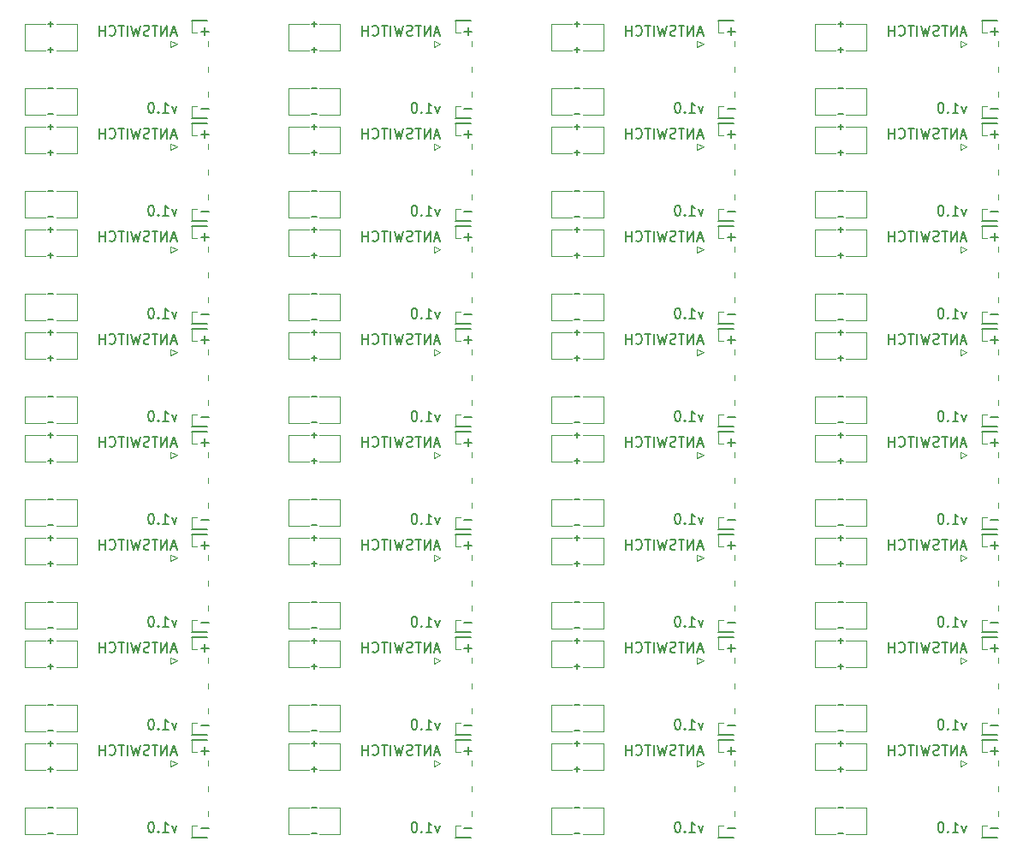
<source format=gbr>
%TF.GenerationSoftware,KiCad,Pcbnew,8.0.8*%
%TF.CreationDate,2025-02-21T18:04:56+11:00*%
%TF.ProjectId,panel,70616e65-6c2e-46b6-9963-61645f706362,rev?*%
%TF.SameCoordinates,Original*%
%TF.FileFunction,Legend,Bot*%
%TF.FilePolarity,Positive*%
%FSLAX46Y46*%
G04 Gerber Fmt 4.6, Leading zero omitted, Abs format (unit mm)*
G04 Created by KiCad (PCBNEW 8.0.8) date 2025-02-21 18:04:56*
%MOMM*%
%LPD*%
G01*
G04 APERTURE LIST*
%ADD10C,0.160000*%
%ADD11C,0.120000*%
%ADD12C,0.150000*%
G04 APERTURE END LIST*
D10*
X148245951Y-58822846D02*
X147484047Y-58822846D01*
X147864999Y-59203799D02*
X147864999Y-58441894D01*
X145076879Y-66207132D02*
X144838784Y-66873799D01*
X144838784Y-66873799D02*
X144600689Y-66207132D01*
X143695927Y-66873799D02*
X144267355Y-66873799D01*
X143981641Y-66873799D02*
X143981641Y-65873799D01*
X143981641Y-65873799D02*
X144076879Y-66016656D01*
X144076879Y-66016656D02*
X144172117Y-66111894D01*
X144172117Y-66111894D02*
X144267355Y-66159513D01*
X143267355Y-66778560D02*
X143219736Y-66826180D01*
X143219736Y-66826180D02*
X143267355Y-66873799D01*
X143267355Y-66873799D02*
X143314974Y-66826180D01*
X143314974Y-66826180D02*
X143267355Y-66778560D01*
X143267355Y-66778560D02*
X143267355Y-66873799D01*
X142600689Y-65873799D02*
X142505451Y-65873799D01*
X142505451Y-65873799D02*
X142410213Y-65921418D01*
X142410213Y-65921418D02*
X142362594Y-65969037D01*
X142362594Y-65969037D02*
X142314975Y-66064275D01*
X142314975Y-66064275D02*
X142267356Y-66254751D01*
X142267356Y-66254751D02*
X142267356Y-66492846D01*
X142267356Y-66492846D02*
X142314975Y-66683322D01*
X142314975Y-66683322D02*
X142362594Y-66778560D01*
X142362594Y-66778560D02*
X142410213Y-66826180D01*
X142410213Y-66826180D02*
X142505451Y-66873799D01*
X142505451Y-66873799D02*
X142600689Y-66873799D01*
X142600689Y-66873799D02*
X142695927Y-66826180D01*
X142695927Y-66826180D02*
X142743546Y-66778560D01*
X142743546Y-66778560D02*
X142791165Y-66683322D01*
X142791165Y-66683322D02*
X142838784Y-66492846D01*
X142838784Y-66492846D02*
X142838784Y-66254751D01*
X142838784Y-66254751D02*
X142791165Y-66064275D01*
X142791165Y-66064275D02*
X142743546Y-65969037D01*
X142743546Y-65969037D02*
X142695927Y-65921418D01*
X142695927Y-65921418D02*
X142600689Y-65873799D01*
X174280951Y-107082846D02*
X173519047Y-107082846D01*
X171111879Y-106847132D02*
X170873784Y-107513799D01*
X170873784Y-107513799D02*
X170635689Y-106847132D01*
X169730927Y-107513799D02*
X170302355Y-107513799D01*
X170016641Y-107513799D02*
X170016641Y-106513799D01*
X170016641Y-106513799D02*
X170111879Y-106656656D01*
X170111879Y-106656656D02*
X170207117Y-106751894D01*
X170207117Y-106751894D02*
X170302355Y-106799513D01*
X169302355Y-107418560D02*
X169254736Y-107466180D01*
X169254736Y-107466180D02*
X169302355Y-107513799D01*
X169302355Y-107513799D02*
X169349974Y-107466180D01*
X169349974Y-107466180D02*
X169302355Y-107418560D01*
X169302355Y-107418560D02*
X169302355Y-107513799D01*
X168635689Y-106513799D02*
X168540451Y-106513799D01*
X168540451Y-106513799D02*
X168445213Y-106561418D01*
X168445213Y-106561418D02*
X168397594Y-106609037D01*
X168397594Y-106609037D02*
X168349975Y-106704275D01*
X168349975Y-106704275D02*
X168302356Y-106894751D01*
X168302356Y-106894751D02*
X168302356Y-107132846D01*
X168302356Y-107132846D02*
X168349975Y-107323322D01*
X168349975Y-107323322D02*
X168397594Y-107418560D01*
X168397594Y-107418560D02*
X168445213Y-107466180D01*
X168445213Y-107466180D02*
X168540451Y-107513799D01*
X168540451Y-107513799D02*
X168635689Y-107513799D01*
X168635689Y-107513799D02*
X168730927Y-107466180D01*
X168730927Y-107466180D02*
X168778546Y-107418560D01*
X168778546Y-107418560D02*
X168826165Y-107323322D01*
X168826165Y-107323322D02*
X168873784Y-107132846D01*
X168873784Y-107132846D02*
X168873784Y-106894751D01*
X168873784Y-106894751D02*
X168826165Y-106704275D01*
X168826165Y-106704275D02*
X168778546Y-106609037D01*
X168778546Y-106609037D02*
X168730927Y-106561418D01*
X168730927Y-106561418D02*
X168635689Y-106513799D01*
X200315951Y-68982846D02*
X199554047Y-68982846D01*
X199934999Y-69363799D02*
X199934999Y-68601894D01*
X122210951Y-79142846D02*
X121449047Y-79142846D01*
X121829999Y-79523799D02*
X121829999Y-78761894D01*
X174280951Y-35962846D02*
X173519047Y-35962846D01*
X171111879Y-76367132D02*
X170873784Y-77033799D01*
X170873784Y-77033799D02*
X170635689Y-76367132D01*
X169730927Y-77033799D02*
X170302355Y-77033799D01*
X170016641Y-77033799D02*
X170016641Y-76033799D01*
X170016641Y-76033799D02*
X170111879Y-76176656D01*
X170111879Y-76176656D02*
X170207117Y-76271894D01*
X170207117Y-76271894D02*
X170302355Y-76319513D01*
X169302355Y-76938560D02*
X169254736Y-76986180D01*
X169254736Y-76986180D02*
X169302355Y-77033799D01*
X169302355Y-77033799D02*
X169349974Y-76986180D01*
X169349974Y-76986180D02*
X169302355Y-76938560D01*
X169302355Y-76938560D02*
X169302355Y-77033799D01*
X168635689Y-76033799D02*
X168540451Y-76033799D01*
X168540451Y-76033799D02*
X168445213Y-76081418D01*
X168445213Y-76081418D02*
X168397594Y-76129037D01*
X168397594Y-76129037D02*
X168349975Y-76224275D01*
X168349975Y-76224275D02*
X168302356Y-76414751D01*
X168302356Y-76414751D02*
X168302356Y-76652846D01*
X168302356Y-76652846D02*
X168349975Y-76843322D01*
X168349975Y-76843322D02*
X168397594Y-76938560D01*
X168397594Y-76938560D02*
X168445213Y-76986180D01*
X168445213Y-76986180D02*
X168540451Y-77033799D01*
X168540451Y-77033799D02*
X168635689Y-77033799D01*
X168635689Y-77033799D02*
X168730927Y-76986180D01*
X168730927Y-76986180D02*
X168778546Y-76938560D01*
X168778546Y-76938560D02*
X168826165Y-76843322D01*
X168826165Y-76843322D02*
X168873784Y-76652846D01*
X168873784Y-76652846D02*
X168873784Y-76414751D01*
X168873784Y-76414751D02*
X168826165Y-76224275D01*
X168826165Y-76224275D02*
X168778546Y-76129037D01*
X168778546Y-76129037D02*
X168730927Y-76081418D01*
X168730927Y-76081418D02*
X168635689Y-76033799D01*
X122210951Y-89302846D02*
X121449047Y-89302846D01*
X121829999Y-89683799D02*
X121829999Y-88921894D01*
X145029260Y-99608084D02*
X144553070Y-99608084D01*
X145124498Y-99893799D02*
X144791165Y-98893799D01*
X144791165Y-98893799D02*
X144457832Y-99893799D01*
X144124498Y-99893799D02*
X144124498Y-98893799D01*
X144124498Y-98893799D02*
X143553070Y-99893799D01*
X143553070Y-99893799D02*
X143553070Y-98893799D01*
X143219736Y-98893799D02*
X142648308Y-98893799D01*
X142934022Y-99893799D02*
X142934022Y-98893799D01*
X142362593Y-99846180D02*
X142219736Y-99893799D01*
X142219736Y-99893799D02*
X141981641Y-99893799D01*
X141981641Y-99893799D02*
X141886403Y-99846180D01*
X141886403Y-99846180D02*
X141838784Y-99798560D01*
X141838784Y-99798560D02*
X141791165Y-99703322D01*
X141791165Y-99703322D02*
X141791165Y-99608084D01*
X141791165Y-99608084D02*
X141838784Y-99512846D01*
X141838784Y-99512846D02*
X141886403Y-99465227D01*
X141886403Y-99465227D02*
X141981641Y-99417608D01*
X141981641Y-99417608D02*
X142172117Y-99369989D01*
X142172117Y-99369989D02*
X142267355Y-99322370D01*
X142267355Y-99322370D02*
X142314974Y-99274751D01*
X142314974Y-99274751D02*
X142362593Y-99179513D01*
X142362593Y-99179513D02*
X142362593Y-99084275D01*
X142362593Y-99084275D02*
X142314974Y-98989037D01*
X142314974Y-98989037D02*
X142267355Y-98941418D01*
X142267355Y-98941418D02*
X142172117Y-98893799D01*
X142172117Y-98893799D02*
X141934022Y-98893799D01*
X141934022Y-98893799D02*
X141791165Y-98941418D01*
X141457831Y-98893799D02*
X141219736Y-99893799D01*
X141219736Y-99893799D02*
X141029260Y-99179513D01*
X141029260Y-99179513D02*
X140838784Y-99893799D01*
X140838784Y-99893799D02*
X140600689Y-98893799D01*
X140219736Y-99893799D02*
X140219736Y-98893799D01*
X139886403Y-98893799D02*
X139314975Y-98893799D01*
X139600689Y-99893799D02*
X139600689Y-98893799D01*
X138410213Y-99798560D02*
X138457832Y-99846180D01*
X138457832Y-99846180D02*
X138600689Y-99893799D01*
X138600689Y-99893799D02*
X138695927Y-99893799D01*
X138695927Y-99893799D02*
X138838784Y-99846180D01*
X138838784Y-99846180D02*
X138934022Y-99750941D01*
X138934022Y-99750941D02*
X138981641Y-99655703D01*
X138981641Y-99655703D02*
X139029260Y-99465227D01*
X139029260Y-99465227D02*
X139029260Y-99322370D01*
X139029260Y-99322370D02*
X138981641Y-99131894D01*
X138981641Y-99131894D02*
X138934022Y-99036656D01*
X138934022Y-99036656D02*
X138838784Y-98941418D01*
X138838784Y-98941418D02*
X138695927Y-98893799D01*
X138695927Y-98893799D02*
X138600689Y-98893799D01*
X138600689Y-98893799D02*
X138457832Y-98941418D01*
X138457832Y-98941418D02*
X138410213Y-98989037D01*
X137981641Y-99893799D02*
X137981641Y-98893799D01*
X137981641Y-99369989D02*
X137410213Y-99369989D01*
X137410213Y-99893799D02*
X137410213Y-98893799D01*
X119041879Y-56047132D02*
X118803784Y-56713799D01*
X118803784Y-56713799D02*
X118565689Y-56047132D01*
X117660927Y-56713799D02*
X118232355Y-56713799D01*
X117946641Y-56713799D02*
X117946641Y-55713799D01*
X117946641Y-55713799D02*
X118041879Y-55856656D01*
X118041879Y-55856656D02*
X118137117Y-55951894D01*
X118137117Y-55951894D02*
X118232355Y-55999513D01*
X117232355Y-56618560D02*
X117184736Y-56666180D01*
X117184736Y-56666180D02*
X117232355Y-56713799D01*
X117232355Y-56713799D02*
X117279974Y-56666180D01*
X117279974Y-56666180D02*
X117232355Y-56618560D01*
X117232355Y-56618560D02*
X117232355Y-56713799D01*
X116565689Y-55713799D02*
X116470451Y-55713799D01*
X116470451Y-55713799D02*
X116375213Y-55761418D01*
X116375213Y-55761418D02*
X116327594Y-55809037D01*
X116327594Y-55809037D02*
X116279975Y-55904275D01*
X116279975Y-55904275D02*
X116232356Y-56094751D01*
X116232356Y-56094751D02*
X116232356Y-56332846D01*
X116232356Y-56332846D02*
X116279975Y-56523322D01*
X116279975Y-56523322D02*
X116327594Y-56618560D01*
X116327594Y-56618560D02*
X116375213Y-56666180D01*
X116375213Y-56666180D02*
X116470451Y-56713799D01*
X116470451Y-56713799D02*
X116565689Y-56713799D01*
X116565689Y-56713799D02*
X116660927Y-56666180D01*
X116660927Y-56666180D02*
X116708546Y-56618560D01*
X116708546Y-56618560D02*
X116756165Y-56523322D01*
X116756165Y-56523322D02*
X116803784Y-56332846D01*
X116803784Y-56332846D02*
X116803784Y-56094751D01*
X116803784Y-56094751D02*
X116756165Y-55904275D01*
X116756165Y-55904275D02*
X116708546Y-55809037D01*
X116708546Y-55809037D02*
X116660927Y-55761418D01*
X116660927Y-55761418D02*
X116565689Y-55713799D01*
X200315951Y-86762846D02*
X199554047Y-86762846D01*
X200315951Y-56282846D02*
X199554047Y-56282846D01*
X119041879Y-96687132D02*
X118803784Y-97353799D01*
X118803784Y-97353799D02*
X118565689Y-96687132D01*
X117660927Y-97353799D02*
X118232355Y-97353799D01*
X117946641Y-97353799D02*
X117946641Y-96353799D01*
X117946641Y-96353799D02*
X118041879Y-96496656D01*
X118041879Y-96496656D02*
X118137117Y-96591894D01*
X118137117Y-96591894D02*
X118232355Y-96639513D01*
X117232355Y-97258560D02*
X117184736Y-97306180D01*
X117184736Y-97306180D02*
X117232355Y-97353799D01*
X117232355Y-97353799D02*
X117279974Y-97306180D01*
X117279974Y-97306180D02*
X117232355Y-97258560D01*
X117232355Y-97258560D02*
X117232355Y-97353799D01*
X116565689Y-96353799D02*
X116470451Y-96353799D01*
X116470451Y-96353799D02*
X116375213Y-96401418D01*
X116375213Y-96401418D02*
X116327594Y-96449037D01*
X116327594Y-96449037D02*
X116279975Y-96544275D01*
X116279975Y-96544275D02*
X116232356Y-96734751D01*
X116232356Y-96734751D02*
X116232356Y-96972846D01*
X116232356Y-96972846D02*
X116279975Y-97163322D01*
X116279975Y-97163322D02*
X116327594Y-97258560D01*
X116327594Y-97258560D02*
X116375213Y-97306180D01*
X116375213Y-97306180D02*
X116470451Y-97353799D01*
X116470451Y-97353799D02*
X116565689Y-97353799D01*
X116565689Y-97353799D02*
X116660927Y-97306180D01*
X116660927Y-97306180D02*
X116708546Y-97258560D01*
X116708546Y-97258560D02*
X116756165Y-97163322D01*
X116756165Y-97163322D02*
X116803784Y-96972846D01*
X116803784Y-96972846D02*
X116803784Y-96734751D01*
X116803784Y-96734751D02*
X116756165Y-96544275D01*
X116756165Y-96544275D02*
X116708546Y-96449037D01*
X116708546Y-96449037D02*
X116660927Y-96401418D01*
X116660927Y-96401418D02*
X116565689Y-96353799D01*
X171111879Y-35727132D02*
X170873784Y-36393799D01*
X170873784Y-36393799D02*
X170635689Y-35727132D01*
X169730927Y-36393799D02*
X170302355Y-36393799D01*
X170016641Y-36393799D02*
X170016641Y-35393799D01*
X170016641Y-35393799D02*
X170111879Y-35536656D01*
X170111879Y-35536656D02*
X170207117Y-35631894D01*
X170207117Y-35631894D02*
X170302355Y-35679513D01*
X169302355Y-36298560D02*
X169254736Y-36346180D01*
X169254736Y-36346180D02*
X169302355Y-36393799D01*
X169302355Y-36393799D02*
X169349974Y-36346180D01*
X169349974Y-36346180D02*
X169302355Y-36298560D01*
X169302355Y-36298560D02*
X169302355Y-36393799D01*
X168635689Y-35393799D02*
X168540451Y-35393799D01*
X168540451Y-35393799D02*
X168445213Y-35441418D01*
X168445213Y-35441418D02*
X168397594Y-35489037D01*
X168397594Y-35489037D02*
X168349975Y-35584275D01*
X168349975Y-35584275D02*
X168302356Y-35774751D01*
X168302356Y-35774751D02*
X168302356Y-36012846D01*
X168302356Y-36012846D02*
X168349975Y-36203322D01*
X168349975Y-36203322D02*
X168397594Y-36298560D01*
X168397594Y-36298560D02*
X168445213Y-36346180D01*
X168445213Y-36346180D02*
X168540451Y-36393799D01*
X168540451Y-36393799D02*
X168635689Y-36393799D01*
X168635689Y-36393799D02*
X168730927Y-36346180D01*
X168730927Y-36346180D02*
X168778546Y-36298560D01*
X168778546Y-36298560D02*
X168826165Y-36203322D01*
X168826165Y-36203322D02*
X168873784Y-36012846D01*
X168873784Y-36012846D02*
X168873784Y-35774751D01*
X168873784Y-35774751D02*
X168826165Y-35584275D01*
X168826165Y-35584275D02*
X168778546Y-35489037D01*
X168778546Y-35489037D02*
X168730927Y-35441418D01*
X168730927Y-35441418D02*
X168635689Y-35393799D01*
X122210951Y-38502846D02*
X121449047Y-38502846D01*
X121829999Y-38883799D02*
X121829999Y-38121894D01*
X174280951Y-56282846D02*
X173519047Y-56282846D01*
X174280951Y-99462846D02*
X173519047Y-99462846D01*
X173899999Y-99843799D02*
X173899999Y-99081894D01*
X145076879Y-45887132D02*
X144838784Y-46553799D01*
X144838784Y-46553799D02*
X144600689Y-45887132D01*
X143695927Y-46553799D02*
X144267355Y-46553799D01*
X143981641Y-46553799D02*
X143981641Y-45553799D01*
X143981641Y-45553799D02*
X144076879Y-45696656D01*
X144076879Y-45696656D02*
X144172117Y-45791894D01*
X144172117Y-45791894D02*
X144267355Y-45839513D01*
X143267355Y-46458560D02*
X143219736Y-46506180D01*
X143219736Y-46506180D02*
X143267355Y-46553799D01*
X143267355Y-46553799D02*
X143314974Y-46506180D01*
X143314974Y-46506180D02*
X143267355Y-46458560D01*
X143267355Y-46458560D02*
X143267355Y-46553799D01*
X142600689Y-45553799D02*
X142505451Y-45553799D01*
X142505451Y-45553799D02*
X142410213Y-45601418D01*
X142410213Y-45601418D02*
X142362594Y-45649037D01*
X142362594Y-45649037D02*
X142314975Y-45744275D01*
X142314975Y-45744275D02*
X142267356Y-45934751D01*
X142267356Y-45934751D02*
X142267356Y-46172846D01*
X142267356Y-46172846D02*
X142314975Y-46363322D01*
X142314975Y-46363322D02*
X142362594Y-46458560D01*
X142362594Y-46458560D02*
X142410213Y-46506180D01*
X142410213Y-46506180D02*
X142505451Y-46553799D01*
X142505451Y-46553799D02*
X142600689Y-46553799D01*
X142600689Y-46553799D02*
X142695927Y-46506180D01*
X142695927Y-46506180D02*
X142743546Y-46458560D01*
X142743546Y-46458560D02*
X142791165Y-46363322D01*
X142791165Y-46363322D02*
X142838784Y-46172846D01*
X142838784Y-46172846D02*
X142838784Y-45934751D01*
X142838784Y-45934751D02*
X142791165Y-45744275D01*
X142791165Y-45744275D02*
X142743546Y-45649037D01*
X142743546Y-45649037D02*
X142695927Y-45601418D01*
X142695927Y-45601418D02*
X142600689Y-45553799D01*
X197099260Y-79288084D02*
X196623070Y-79288084D01*
X197194498Y-79573799D02*
X196861165Y-78573799D01*
X196861165Y-78573799D02*
X196527832Y-79573799D01*
X196194498Y-79573799D02*
X196194498Y-78573799D01*
X196194498Y-78573799D02*
X195623070Y-79573799D01*
X195623070Y-79573799D02*
X195623070Y-78573799D01*
X195289736Y-78573799D02*
X194718308Y-78573799D01*
X195004022Y-79573799D02*
X195004022Y-78573799D01*
X194432593Y-79526180D02*
X194289736Y-79573799D01*
X194289736Y-79573799D02*
X194051641Y-79573799D01*
X194051641Y-79573799D02*
X193956403Y-79526180D01*
X193956403Y-79526180D02*
X193908784Y-79478560D01*
X193908784Y-79478560D02*
X193861165Y-79383322D01*
X193861165Y-79383322D02*
X193861165Y-79288084D01*
X193861165Y-79288084D02*
X193908784Y-79192846D01*
X193908784Y-79192846D02*
X193956403Y-79145227D01*
X193956403Y-79145227D02*
X194051641Y-79097608D01*
X194051641Y-79097608D02*
X194242117Y-79049989D01*
X194242117Y-79049989D02*
X194337355Y-79002370D01*
X194337355Y-79002370D02*
X194384974Y-78954751D01*
X194384974Y-78954751D02*
X194432593Y-78859513D01*
X194432593Y-78859513D02*
X194432593Y-78764275D01*
X194432593Y-78764275D02*
X194384974Y-78669037D01*
X194384974Y-78669037D02*
X194337355Y-78621418D01*
X194337355Y-78621418D02*
X194242117Y-78573799D01*
X194242117Y-78573799D02*
X194004022Y-78573799D01*
X194004022Y-78573799D02*
X193861165Y-78621418D01*
X193527831Y-78573799D02*
X193289736Y-79573799D01*
X193289736Y-79573799D02*
X193099260Y-78859513D01*
X193099260Y-78859513D02*
X192908784Y-79573799D01*
X192908784Y-79573799D02*
X192670689Y-78573799D01*
X192289736Y-79573799D02*
X192289736Y-78573799D01*
X191956403Y-78573799D02*
X191384975Y-78573799D01*
X191670689Y-79573799D02*
X191670689Y-78573799D01*
X190480213Y-79478560D02*
X190527832Y-79526180D01*
X190527832Y-79526180D02*
X190670689Y-79573799D01*
X190670689Y-79573799D02*
X190765927Y-79573799D01*
X190765927Y-79573799D02*
X190908784Y-79526180D01*
X190908784Y-79526180D02*
X191004022Y-79430941D01*
X191004022Y-79430941D02*
X191051641Y-79335703D01*
X191051641Y-79335703D02*
X191099260Y-79145227D01*
X191099260Y-79145227D02*
X191099260Y-79002370D01*
X191099260Y-79002370D02*
X191051641Y-78811894D01*
X191051641Y-78811894D02*
X191004022Y-78716656D01*
X191004022Y-78716656D02*
X190908784Y-78621418D01*
X190908784Y-78621418D02*
X190765927Y-78573799D01*
X190765927Y-78573799D02*
X190670689Y-78573799D01*
X190670689Y-78573799D02*
X190527832Y-78621418D01*
X190527832Y-78621418D02*
X190480213Y-78669037D01*
X190051641Y-79573799D02*
X190051641Y-78573799D01*
X190051641Y-79049989D02*
X189480213Y-79049989D01*
X189480213Y-79573799D02*
X189480213Y-78573799D01*
X119041879Y-106847132D02*
X118803784Y-107513799D01*
X118803784Y-107513799D02*
X118565689Y-106847132D01*
X117660927Y-107513799D02*
X118232355Y-107513799D01*
X117946641Y-107513799D02*
X117946641Y-106513799D01*
X117946641Y-106513799D02*
X118041879Y-106656656D01*
X118041879Y-106656656D02*
X118137117Y-106751894D01*
X118137117Y-106751894D02*
X118232355Y-106799513D01*
X117232355Y-107418560D02*
X117184736Y-107466180D01*
X117184736Y-107466180D02*
X117232355Y-107513799D01*
X117232355Y-107513799D02*
X117279974Y-107466180D01*
X117279974Y-107466180D02*
X117232355Y-107418560D01*
X117232355Y-107418560D02*
X117232355Y-107513799D01*
X116565689Y-106513799D02*
X116470451Y-106513799D01*
X116470451Y-106513799D02*
X116375213Y-106561418D01*
X116375213Y-106561418D02*
X116327594Y-106609037D01*
X116327594Y-106609037D02*
X116279975Y-106704275D01*
X116279975Y-106704275D02*
X116232356Y-106894751D01*
X116232356Y-106894751D02*
X116232356Y-107132846D01*
X116232356Y-107132846D02*
X116279975Y-107323322D01*
X116279975Y-107323322D02*
X116327594Y-107418560D01*
X116327594Y-107418560D02*
X116375213Y-107466180D01*
X116375213Y-107466180D02*
X116470451Y-107513799D01*
X116470451Y-107513799D02*
X116565689Y-107513799D01*
X116565689Y-107513799D02*
X116660927Y-107466180D01*
X116660927Y-107466180D02*
X116708546Y-107418560D01*
X116708546Y-107418560D02*
X116756165Y-107323322D01*
X116756165Y-107323322D02*
X116803784Y-107132846D01*
X116803784Y-107132846D02*
X116803784Y-106894751D01*
X116803784Y-106894751D02*
X116756165Y-106704275D01*
X116756165Y-106704275D02*
X116708546Y-106609037D01*
X116708546Y-106609037D02*
X116660927Y-106561418D01*
X116660927Y-106561418D02*
X116565689Y-106513799D01*
X200315951Y-28342846D02*
X199554047Y-28342846D01*
X199934999Y-28723799D02*
X199934999Y-27961894D01*
X148245951Y-38502846D02*
X147484047Y-38502846D01*
X147864999Y-38883799D02*
X147864999Y-38121894D01*
X122210951Y-28342846D02*
X121449047Y-28342846D01*
X121829999Y-28723799D02*
X121829999Y-27961894D01*
X148245951Y-76602846D02*
X147484047Y-76602846D01*
X148245951Y-86762846D02*
X147484047Y-86762846D01*
X174280951Y-86762846D02*
X173519047Y-86762846D01*
X148245951Y-35962846D02*
X147484047Y-35962846D01*
X122210951Y-86762846D02*
X121449047Y-86762846D01*
X171064260Y-79288084D02*
X170588070Y-79288084D01*
X171159498Y-79573799D02*
X170826165Y-78573799D01*
X170826165Y-78573799D02*
X170492832Y-79573799D01*
X170159498Y-79573799D02*
X170159498Y-78573799D01*
X170159498Y-78573799D02*
X169588070Y-79573799D01*
X169588070Y-79573799D02*
X169588070Y-78573799D01*
X169254736Y-78573799D02*
X168683308Y-78573799D01*
X168969022Y-79573799D02*
X168969022Y-78573799D01*
X168397593Y-79526180D02*
X168254736Y-79573799D01*
X168254736Y-79573799D02*
X168016641Y-79573799D01*
X168016641Y-79573799D02*
X167921403Y-79526180D01*
X167921403Y-79526180D02*
X167873784Y-79478560D01*
X167873784Y-79478560D02*
X167826165Y-79383322D01*
X167826165Y-79383322D02*
X167826165Y-79288084D01*
X167826165Y-79288084D02*
X167873784Y-79192846D01*
X167873784Y-79192846D02*
X167921403Y-79145227D01*
X167921403Y-79145227D02*
X168016641Y-79097608D01*
X168016641Y-79097608D02*
X168207117Y-79049989D01*
X168207117Y-79049989D02*
X168302355Y-79002370D01*
X168302355Y-79002370D02*
X168349974Y-78954751D01*
X168349974Y-78954751D02*
X168397593Y-78859513D01*
X168397593Y-78859513D02*
X168397593Y-78764275D01*
X168397593Y-78764275D02*
X168349974Y-78669037D01*
X168349974Y-78669037D02*
X168302355Y-78621418D01*
X168302355Y-78621418D02*
X168207117Y-78573799D01*
X168207117Y-78573799D02*
X167969022Y-78573799D01*
X167969022Y-78573799D02*
X167826165Y-78621418D01*
X167492831Y-78573799D02*
X167254736Y-79573799D01*
X167254736Y-79573799D02*
X167064260Y-78859513D01*
X167064260Y-78859513D02*
X166873784Y-79573799D01*
X166873784Y-79573799D02*
X166635689Y-78573799D01*
X166254736Y-79573799D02*
X166254736Y-78573799D01*
X165921403Y-78573799D02*
X165349975Y-78573799D01*
X165635689Y-79573799D02*
X165635689Y-78573799D01*
X164445213Y-79478560D02*
X164492832Y-79526180D01*
X164492832Y-79526180D02*
X164635689Y-79573799D01*
X164635689Y-79573799D02*
X164730927Y-79573799D01*
X164730927Y-79573799D02*
X164873784Y-79526180D01*
X164873784Y-79526180D02*
X164969022Y-79430941D01*
X164969022Y-79430941D02*
X165016641Y-79335703D01*
X165016641Y-79335703D02*
X165064260Y-79145227D01*
X165064260Y-79145227D02*
X165064260Y-79002370D01*
X165064260Y-79002370D02*
X165016641Y-78811894D01*
X165016641Y-78811894D02*
X164969022Y-78716656D01*
X164969022Y-78716656D02*
X164873784Y-78621418D01*
X164873784Y-78621418D02*
X164730927Y-78573799D01*
X164730927Y-78573799D02*
X164635689Y-78573799D01*
X164635689Y-78573799D02*
X164492832Y-78621418D01*
X164492832Y-78621418D02*
X164445213Y-78669037D01*
X164016641Y-79573799D02*
X164016641Y-78573799D01*
X164016641Y-79049989D02*
X163445213Y-79049989D01*
X163445213Y-79573799D02*
X163445213Y-78573799D01*
X197099260Y-99608084D02*
X196623070Y-99608084D01*
X197194498Y-99893799D02*
X196861165Y-98893799D01*
X196861165Y-98893799D02*
X196527832Y-99893799D01*
X196194498Y-99893799D02*
X196194498Y-98893799D01*
X196194498Y-98893799D02*
X195623070Y-99893799D01*
X195623070Y-99893799D02*
X195623070Y-98893799D01*
X195289736Y-98893799D02*
X194718308Y-98893799D01*
X195004022Y-99893799D02*
X195004022Y-98893799D01*
X194432593Y-99846180D02*
X194289736Y-99893799D01*
X194289736Y-99893799D02*
X194051641Y-99893799D01*
X194051641Y-99893799D02*
X193956403Y-99846180D01*
X193956403Y-99846180D02*
X193908784Y-99798560D01*
X193908784Y-99798560D02*
X193861165Y-99703322D01*
X193861165Y-99703322D02*
X193861165Y-99608084D01*
X193861165Y-99608084D02*
X193908784Y-99512846D01*
X193908784Y-99512846D02*
X193956403Y-99465227D01*
X193956403Y-99465227D02*
X194051641Y-99417608D01*
X194051641Y-99417608D02*
X194242117Y-99369989D01*
X194242117Y-99369989D02*
X194337355Y-99322370D01*
X194337355Y-99322370D02*
X194384974Y-99274751D01*
X194384974Y-99274751D02*
X194432593Y-99179513D01*
X194432593Y-99179513D02*
X194432593Y-99084275D01*
X194432593Y-99084275D02*
X194384974Y-98989037D01*
X194384974Y-98989037D02*
X194337355Y-98941418D01*
X194337355Y-98941418D02*
X194242117Y-98893799D01*
X194242117Y-98893799D02*
X194004022Y-98893799D01*
X194004022Y-98893799D02*
X193861165Y-98941418D01*
X193527831Y-98893799D02*
X193289736Y-99893799D01*
X193289736Y-99893799D02*
X193099260Y-99179513D01*
X193099260Y-99179513D02*
X192908784Y-99893799D01*
X192908784Y-99893799D02*
X192670689Y-98893799D01*
X192289736Y-99893799D02*
X192289736Y-98893799D01*
X191956403Y-98893799D02*
X191384975Y-98893799D01*
X191670689Y-99893799D02*
X191670689Y-98893799D01*
X190480213Y-99798560D02*
X190527832Y-99846180D01*
X190527832Y-99846180D02*
X190670689Y-99893799D01*
X190670689Y-99893799D02*
X190765927Y-99893799D01*
X190765927Y-99893799D02*
X190908784Y-99846180D01*
X190908784Y-99846180D02*
X191004022Y-99750941D01*
X191004022Y-99750941D02*
X191051641Y-99655703D01*
X191051641Y-99655703D02*
X191099260Y-99465227D01*
X191099260Y-99465227D02*
X191099260Y-99322370D01*
X191099260Y-99322370D02*
X191051641Y-99131894D01*
X191051641Y-99131894D02*
X191004022Y-99036656D01*
X191004022Y-99036656D02*
X190908784Y-98941418D01*
X190908784Y-98941418D02*
X190765927Y-98893799D01*
X190765927Y-98893799D02*
X190670689Y-98893799D01*
X190670689Y-98893799D02*
X190527832Y-98941418D01*
X190527832Y-98941418D02*
X190480213Y-98989037D01*
X190051641Y-99893799D02*
X190051641Y-98893799D01*
X190051641Y-99369989D02*
X189480213Y-99369989D01*
X189480213Y-99893799D02*
X189480213Y-98893799D01*
X148245951Y-68982846D02*
X147484047Y-68982846D01*
X147864999Y-69363799D02*
X147864999Y-68601894D01*
X145076879Y-86527132D02*
X144838784Y-87193799D01*
X144838784Y-87193799D02*
X144600689Y-86527132D01*
X143695927Y-87193799D02*
X144267355Y-87193799D01*
X143981641Y-87193799D02*
X143981641Y-86193799D01*
X143981641Y-86193799D02*
X144076879Y-86336656D01*
X144076879Y-86336656D02*
X144172117Y-86431894D01*
X144172117Y-86431894D02*
X144267355Y-86479513D01*
X143267355Y-87098560D02*
X143219736Y-87146180D01*
X143219736Y-87146180D02*
X143267355Y-87193799D01*
X143267355Y-87193799D02*
X143314974Y-87146180D01*
X143314974Y-87146180D02*
X143267355Y-87098560D01*
X143267355Y-87098560D02*
X143267355Y-87193799D01*
X142600689Y-86193799D02*
X142505451Y-86193799D01*
X142505451Y-86193799D02*
X142410213Y-86241418D01*
X142410213Y-86241418D02*
X142362594Y-86289037D01*
X142362594Y-86289037D02*
X142314975Y-86384275D01*
X142314975Y-86384275D02*
X142267356Y-86574751D01*
X142267356Y-86574751D02*
X142267356Y-86812846D01*
X142267356Y-86812846D02*
X142314975Y-87003322D01*
X142314975Y-87003322D02*
X142362594Y-87098560D01*
X142362594Y-87098560D02*
X142410213Y-87146180D01*
X142410213Y-87146180D02*
X142505451Y-87193799D01*
X142505451Y-87193799D02*
X142600689Y-87193799D01*
X142600689Y-87193799D02*
X142695927Y-87146180D01*
X142695927Y-87146180D02*
X142743546Y-87098560D01*
X142743546Y-87098560D02*
X142791165Y-87003322D01*
X142791165Y-87003322D02*
X142838784Y-86812846D01*
X142838784Y-86812846D02*
X142838784Y-86574751D01*
X142838784Y-86574751D02*
X142791165Y-86384275D01*
X142791165Y-86384275D02*
X142743546Y-86289037D01*
X142743546Y-86289037D02*
X142695927Y-86241418D01*
X142695927Y-86241418D02*
X142600689Y-86193799D01*
X171111879Y-56047132D02*
X170873784Y-56713799D01*
X170873784Y-56713799D02*
X170635689Y-56047132D01*
X169730927Y-56713799D02*
X170302355Y-56713799D01*
X170016641Y-56713799D02*
X170016641Y-55713799D01*
X170016641Y-55713799D02*
X170111879Y-55856656D01*
X170111879Y-55856656D02*
X170207117Y-55951894D01*
X170207117Y-55951894D02*
X170302355Y-55999513D01*
X169302355Y-56618560D02*
X169254736Y-56666180D01*
X169254736Y-56666180D02*
X169302355Y-56713799D01*
X169302355Y-56713799D02*
X169349974Y-56666180D01*
X169349974Y-56666180D02*
X169302355Y-56618560D01*
X169302355Y-56618560D02*
X169302355Y-56713799D01*
X168635689Y-55713799D02*
X168540451Y-55713799D01*
X168540451Y-55713799D02*
X168445213Y-55761418D01*
X168445213Y-55761418D02*
X168397594Y-55809037D01*
X168397594Y-55809037D02*
X168349975Y-55904275D01*
X168349975Y-55904275D02*
X168302356Y-56094751D01*
X168302356Y-56094751D02*
X168302356Y-56332846D01*
X168302356Y-56332846D02*
X168349975Y-56523322D01*
X168349975Y-56523322D02*
X168397594Y-56618560D01*
X168397594Y-56618560D02*
X168445213Y-56666180D01*
X168445213Y-56666180D02*
X168540451Y-56713799D01*
X168540451Y-56713799D02*
X168635689Y-56713799D01*
X168635689Y-56713799D02*
X168730927Y-56666180D01*
X168730927Y-56666180D02*
X168778546Y-56618560D01*
X168778546Y-56618560D02*
X168826165Y-56523322D01*
X168826165Y-56523322D02*
X168873784Y-56332846D01*
X168873784Y-56332846D02*
X168873784Y-56094751D01*
X168873784Y-56094751D02*
X168826165Y-55904275D01*
X168826165Y-55904275D02*
X168778546Y-55809037D01*
X168778546Y-55809037D02*
X168730927Y-55761418D01*
X168730927Y-55761418D02*
X168635689Y-55713799D01*
X119041879Y-86527132D02*
X118803784Y-87193799D01*
X118803784Y-87193799D02*
X118565689Y-86527132D01*
X117660927Y-87193799D02*
X118232355Y-87193799D01*
X117946641Y-87193799D02*
X117946641Y-86193799D01*
X117946641Y-86193799D02*
X118041879Y-86336656D01*
X118041879Y-86336656D02*
X118137117Y-86431894D01*
X118137117Y-86431894D02*
X118232355Y-86479513D01*
X117232355Y-87098560D02*
X117184736Y-87146180D01*
X117184736Y-87146180D02*
X117232355Y-87193799D01*
X117232355Y-87193799D02*
X117279974Y-87146180D01*
X117279974Y-87146180D02*
X117232355Y-87098560D01*
X117232355Y-87098560D02*
X117232355Y-87193799D01*
X116565689Y-86193799D02*
X116470451Y-86193799D01*
X116470451Y-86193799D02*
X116375213Y-86241418D01*
X116375213Y-86241418D02*
X116327594Y-86289037D01*
X116327594Y-86289037D02*
X116279975Y-86384275D01*
X116279975Y-86384275D02*
X116232356Y-86574751D01*
X116232356Y-86574751D02*
X116232356Y-86812846D01*
X116232356Y-86812846D02*
X116279975Y-87003322D01*
X116279975Y-87003322D02*
X116327594Y-87098560D01*
X116327594Y-87098560D02*
X116375213Y-87146180D01*
X116375213Y-87146180D02*
X116470451Y-87193799D01*
X116470451Y-87193799D02*
X116565689Y-87193799D01*
X116565689Y-87193799D02*
X116660927Y-87146180D01*
X116660927Y-87146180D02*
X116708546Y-87098560D01*
X116708546Y-87098560D02*
X116756165Y-87003322D01*
X116756165Y-87003322D02*
X116803784Y-86812846D01*
X116803784Y-86812846D02*
X116803784Y-86574751D01*
X116803784Y-86574751D02*
X116756165Y-86384275D01*
X116756165Y-86384275D02*
X116708546Y-86289037D01*
X116708546Y-86289037D02*
X116660927Y-86241418D01*
X116660927Y-86241418D02*
X116565689Y-86193799D01*
X171111879Y-96687132D02*
X170873784Y-97353799D01*
X170873784Y-97353799D02*
X170635689Y-96687132D01*
X169730927Y-97353799D02*
X170302355Y-97353799D01*
X170016641Y-97353799D02*
X170016641Y-96353799D01*
X170016641Y-96353799D02*
X170111879Y-96496656D01*
X170111879Y-96496656D02*
X170207117Y-96591894D01*
X170207117Y-96591894D02*
X170302355Y-96639513D01*
X169302355Y-97258560D02*
X169254736Y-97306180D01*
X169254736Y-97306180D02*
X169302355Y-97353799D01*
X169302355Y-97353799D02*
X169349974Y-97306180D01*
X169349974Y-97306180D02*
X169302355Y-97258560D01*
X169302355Y-97258560D02*
X169302355Y-97353799D01*
X168635689Y-96353799D02*
X168540451Y-96353799D01*
X168540451Y-96353799D02*
X168445213Y-96401418D01*
X168445213Y-96401418D02*
X168397594Y-96449037D01*
X168397594Y-96449037D02*
X168349975Y-96544275D01*
X168349975Y-96544275D02*
X168302356Y-96734751D01*
X168302356Y-96734751D02*
X168302356Y-96972846D01*
X168302356Y-96972846D02*
X168349975Y-97163322D01*
X168349975Y-97163322D02*
X168397594Y-97258560D01*
X168397594Y-97258560D02*
X168445213Y-97306180D01*
X168445213Y-97306180D02*
X168540451Y-97353799D01*
X168540451Y-97353799D02*
X168635689Y-97353799D01*
X168635689Y-97353799D02*
X168730927Y-97306180D01*
X168730927Y-97306180D02*
X168778546Y-97258560D01*
X168778546Y-97258560D02*
X168826165Y-97163322D01*
X168826165Y-97163322D02*
X168873784Y-96972846D01*
X168873784Y-96972846D02*
X168873784Y-96734751D01*
X168873784Y-96734751D02*
X168826165Y-96544275D01*
X168826165Y-96544275D02*
X168778546Y-96449037D01*
X168778546Y-96449037D02*
X168730927Y-96401418D01*
X168730927Y-96401418D02*
X168635689Y-96353799D01*
X148245951Y-46122846D02*
X147484047Y-46122846D01*
X200315951Y-79142846D02*
X199554047Y-79142846D01*
X199934999Y-79523799D02*
X199934999Y-78761894D01*
X174280951Y-66442846D02*
X173519047Y-66442846D01*
X197099260Y-28488084D02*
X196623070Y-28488084D01*
X197194498Y-28773799D02*
X196861165Y-27773799D01*
X196861165Y-27773799D02*
X196527832Y-28773799D01*
X196194498Y-28773799D02*
X196194498Y-27773799D01*
X196194498Y-27773799D02*
X195623070Y-28773799D01*
X195623070Y-28773799D02*
X195623070Y-27773799D01*
X195289736Y-27773799D02*
X194718308Y-27773799D01*
X195004022Y-28773799D02*
X195004022Y-27773799D01*
X194432593Y-28726180D02*
X194289736Y-28773799D01*
X194289736Y-28773799D02*
X194051641Y-28773799D01*
X194051641Y-28773799D02*
X193956403Y-28726180D01*
X193956403Y-28726180D02*
X193908784Y-28678560D01*
X193908784Y-28678560D02*
X193861165Y-28583322D01*
X193861165Y-28583322D02*
X193861165Y-28488084D01*
X193861165Y-28488084D02*
X193908784Y-28392846D01*
X193908784Y-28392846D02*
X193956403Y-28345227D01*
X193956403Y-28345227D02*
X194051641Y-28297608D01*
X194051641Y-28297608D02*
X194242117Y-28249989D01*
X194242117Y-28249989D02*
X194337355Y-28202370D01*
X194337355Y-28202370D02*
X194384974Y-28154751D01*
X194384974Y-28154751D02*
X194432593Y-28059513D01*
X194432593Y-28059513D02*
X194432593Y-27964275D01*
X194432593Y-27964275D02*
X194384974Y-27869037D01*
X194384974Y-27869037D02*
X194337355Y-27821418D01*
X194337355Y-27821418D02*
X194242117Y-27773799D01*
X194242117Y-27773799D02*
X194004022Y-27773799D01*
X194004022Y-27773799D02*
X193861165Y-27821418D01*
X193527831Y-27773799D02*
X193289736Y-28773799D01*
X193289736Y-28773799D02*
X193099260Y-28059513D01*
X193099260Y-28059513D02*
X192908784Y-28773799D01*
X192908784Y-28773799D02*
X192670689Y-27773799D01*
X192289736Y-28773799D02*
X192289736Y-27773799D01*
X191956403Y-27773799D02*
X191384975Y-27773799D01*
X191670689Y-28773799D02*
X191670689Y-27773799D01*
X190480213Y-28678560D02*
X190527832Y-28726180D01*
X190527832Y-28726180D02*
X190670689Y-28773799D01*
X190670689Y-28773799D02*
X190765927Y-28773799D01*
X190765927Y-28773799D02*
X190908784Y-28726180D01*
X190908784Y-28726180D02*
X191004022Y-28630941D01*
X191004022Y-28630941D02*
X191051641Y-28535703D01*
X191051641Y-28535703D02*
X191099260Y-28345227D01*
X191099260Y-28345227D02*
X191099260Y-28202370D01*
X191099260Y-28202370D02*
X191051641Y-28011894D01*
X191051641Y-28011894D02*
X191004022Y-27916656D01*
X191004022Y-27916656D02*
X190908784Y-27821418D01*
X190908784Y-27821418D02*
X190765927Y-27773799D01*
X190765927Y-27773799D02*
X190670689Y-27773799D01*
X190670689Y-27773799D02*
X190527832Y-27821418D01*
X190527832Y-27821418D02*
X190480213Y-27869037D01*
X190051641Y-28773799D02*
X190051641Y-27773799D01*
X190051641Y-28249989D02*
X189480213Y-28249989D01*
X189480213Y-28773799D02*
X189480213Y-27773799D01*
X171064260Y-69128084D02*
X170588070Y-69128084D01*
X171159498Y-69413799D02*
X170826165Y-68413799D01*
X170826165Y-68413799D02*
X170492832Y-69413799D01*
X170159498Y-69413799D02*
X170159498Y-68413799D01*
X170159498Y-68413799D02*
X169588070Y-69413799D01*
X169588070Y-69413799D02*
X169588070Y-68413799D01*
X169254736Y-68413799D02*
X168683308Y-68413799D01*
X168969022Y-69413799D02*
X168969022Y-68413799D01*
X168397593Y-69366180D02*
X168254736Y-69413799D01*
X168254736Y-69413799D02*
X168016641Y-69413799D01*
X168016641Y-69413799D02*
X167921403Y-69366180D01*
X167921403Y-69366180D02*
X167873784Y-69318560D01*
X167873784Y-69318560D02*
X167826165Y-69223322D01*
X167826165Y-69223322D02*
X167826165Y-69128084D01*
X167826165Y-69128084D02*
X167873784Y-69032846D01*
X167873784Y-69032846D02*
X167921403Y-68985227D01*
X167921403Y-68985227D02*
X168016641Y-68937608D01*
X168016641Y-68937608D02*
X168207117Y-68889989D01*
X168207117Y-68889989D02*
X168302355Y-68842370D01*
X168302355Y-68842370D02*
X168349974Y-68794751D01*
X168349974Y-68794751D02*
X168397593Y-68699513D01*
X168397593Y-68699513D02*
X168397593Y-68604275D01*
X168397593Y-68604275D02*
X168349974Y-68509037D01*
X168349974Y-68509037D02*
X168302355Y-68461418D01*
X168302355Y-68461418D02*
X168207117Y-68413799D01*
X168207117Y-68413799D02*
X167969022Y-68413799D01*
X167969022Y-68413799D02*
X167826165Y-68461418D01*
X167492831Y-68413799D02*
X167254736Y-69413799D01*
X167254736Y-69413799D02*
X167064260Y-68699513D01*
X167064260Y-68699513D02*
X166873784Y-69413799D01*
X166873784Y-69413799D02*
X166635689Y-68413799D01*
X166254736Y-69413799D02*
X166254736Y-68413799D01*
X165921403Y-68413799D02*
X165349975Y-68413799D01*
X165635689Y-69413799D02*
X165635689Y-68413799D01*
X164445213Y-69318560D02*
X164492832Y-69366180D01*
X164492832Y-69366180D02*
X164635689Y-69413799D01*
X164635689Y-69413799D02*
X164730927Y-69413799D01*
X164730927Y-69413799D02*
X164873784Y-69366180D01*
X164873784Y-69366180D02*
X164969022Y-69270941D01*
X164969022Y-69270941D02*
X165016641Y-69175703D01*
X165016641Y-69175703D02*
X165064260Y-68985227D01*
X165064260Y-68985227D02*
X165064260Y-68842370D01*
X165064260Y-68842370D02*
X165016641Y-68651894D01*
X165016641Y-68651894D02*
X164969022Y-68556656D01*
X164969022Y-68556656D02*
X164873784Y-68461418D01*
X164873784Y-68461418D02*
X164730927Y-68413799D01*
X164730927Y-68413799D02*
X164635689Y-68413799D01*
X164635689Y-68413799D02*
X164492832Y-68461418D01*
X164492832Y-68461418D02*
X164445213Y-68509037D01*
X164016641Y-69413799D02*
X164016641Y-68413799D01*
X164016641Y-68889989D02*
X163445213Y-68889989D01*
X163445213Y-69413799D02*
X163445213Y-68413799D01*
X148245951Y-66442846D02*
X147484047Y-66442846D01*
X148245951Y-56282846D02*
X147484047Y-56282846D01*
X119041879Y-35727132D02*
X118803784Y-36393799D01*
X118803784Y-36393799D02*
X118565689Y-35727132D01*
X117660927Y-36393799D02*
X118232355Y-36393799D01*
X117946641Y-36393799D02*
X117946641Y-35393799D01*
X117946641Y-35393799D02*
X118041879Y-35536656D01*
X118041879Y-35536656D02*
X118137117Y-35631894D01*
X118137117Y-35631894D02*
X118232355Y-35679513D01*
X117232355Y-36298560D02*
X117184736Y-36346180D01*
X117184736Y-36346180D02*
X117232355Y-36393799D01*
X117232355Y-36393799D02*
X117279974Y-36346180D01*
X117279974Y-36346180D02*
X117232355Y-36298560D01*
X117232355Y-36298560D02*
X117232355Y-36393799D01*
X116565689Y-35393799D02*
X116470451Y-35393799D01*
X116470451Y-35393799D02*
X116375213Y-35441418D01*
X116375213Y-35441418D02*
X116327594Y-35489037D01*
X116327594Y-35489037D02*
X116279975Y-35584275D01*
X116279975Y-35584275D02*
X116232356Y-35774751D01*
X116232356Y-35774751D02*
X116232356Y-36012846D01*
X116232356Y-36012846D02*
X116279975Y-36203322D01*
X116279975Y-36203322D02*
X116327594Y-36298560D01*
X116327594Y-36298560D02*
X116375213Y-36346180D01*
X116375213Y-36346180D02*
X116470451Y-36393799D01*
X116470451Y-36393799D02*
X116565689Y-36393799D01*
X116565689Y-36393799D02*
X116660927Y-36346180D01*
X116660927Y-36346180D02*
X116708546Y-36298560D01*
X116708546Y-36298560D02*
X116756165Y-36203322D01*
X116756165Y-36203322D02*
X116803784Y-36012846D01*
X116803784Y-36012846D02*
X116803784Y-35774751D01*
X116803784Y-35774751D02*
X116756165Y-35584275D01*
X116756165Y-35584275D02*
X116708546Y-35489037D01*
X116708546Y-35489037D02*
X116660927Y-35441418D01*
X116660927Y-35441418D02*
X116565689Y-35393799D01*
X174280951Y-38502846D02*
X173519047Y-38502846D01*
X173899999Y-38883799D02*
X173899999Y-38121894D01*
X171064260Y-28488084D02*
X170588070Y-28488084D01*
X171159498Y-28773799D02*
X170826165Y-27773799D01*
X170826165Y-27773799D02*
X170492832Y-28773799D01*
X170159498Y-28773799D02*
X170159498Y-27773799D01*
X170159498Y-27773799D02*
X169588070Y-28773799D01*
X169588070Y-28773799D02*
X169588070Y-27773799D01*
X169254736Y-27773799D02*
X168683308Y-27773799D01*
X168969022Y-28773799D02*
X168969022Y-27773799D01*
X168397593Y-28726180D02*
X168254736Y-28773799D01*
X168254736Y-28773799D02*
X168016641Y-28773799D01*
X168016641Y-28773799D02*
X167921403Y-28726180D01*
X167921403Y-28726180D02*
X167873784Y-28678560D01*
X167873784Y-28678560D02*
X167826165Y-28583322D01*
X167826165Y-28583322D02*
X167826165Y-28488084D01*
X167826165Y-28488084D02*
X167873784Y-28392846D01*
X167873784Y-28392846D02*
X167921403Y-28345227D01*
X167921403Y-28345227D02*
X168016641Y-28297608D01*
X168016641Y-28297608D02*
X168207117Y-28249989D01*
X168207117Y-28249989D02*
X168302355Y-28202370D01*
X168302355Y-28202370D02*
X168349974Y-28154751D01*
X168349974Y-28154751D02*
X168397593Y-28059513D01*
X168397593Y-28059513D02*
X168397593Y-27964275D01*
X168397593Y-27964275D02*
X168349974Y-27869037D01*
X168349974Y-27869037D02*
X168302355Y-27821418D01*
X168302355Y-27821418D02*
X168207117Y-27773799D01*
X168207117Y-27773799D02*
X167969022Y-27773799D01*
X167969022Y-27773799D02*
X167826165Y-27821418D01*
X167492831Y-27773799D02*
X167254736Y-28773799D01*
X167254736Y-28773799D02*
X167064260Y-28059513D01*
X167064260Y-28059513D02*
X166873784Y-28773799D01*
X166873784Y-28773799D02*
X166635689Y-27773799D01*
X166254736Y-28773799D02*
X166254736Y-27773799D01*
X165921403Y-27773799D02*
X165349975Y-27773799D01*
X165635689Y-28773799D02*
X165635689Y-27773799D01*
X164445213Y-28678560D02*
X164492832Y-28726180D01*
X164492832Y-28726180D02*
X164635689Y-28773799D01*
X164635689Y-28773799D02*
X164730927Y-28773799D01*
X164730927Y-28773799D02*
X164873784Y-28726180D01*
X164873784Y-28726180D02*
X164969022Y-28630941D01*
X164969022Y-28630941D02*
X165016641Y-28535703D01*
X165016641Y-28535703D02*
X165064260Y-28345227D01*
X165064260Y-28345227D02*
X165064260Y-28202370D01*
X165064260Y-28202370D02*
X165016641Y-28011894D01*
X165016641Y-28011894D02*
X164969022Y-27916656D01*
X164969022Y-27916656D02*
X164873784Y-27821418D01*
X164873784Y-27821418D02*
X164730927Y-27773799D01*
X164730927Y-27773799D02*
X164635689Y-27773799D01*
X164635689Y-27773799D02*
X164492832Y-27821418D01*
X164492832Y-27821418D02*
X164445213Y-27869037D01*
X164016641Y-28773799D02*
X164016641Y-27773799D01*
X164016641Y-28249989D02*
X163445213Y-28249989D01*
X163445213Y-28773799D02*
X163445213Y-27773799D01*
X122210951Y-46122846D02*
X121449047Y-46122846D01*
X148245951Y-99462846D02*
X147484047Y-99462846D01*
X147864999Y-99843799D02*
X147864999Y-99081894D01*
X118994260Y-58968084D02*
X118518070Y-58968084D01*
X119089498Y-59253799D02*
X118756165Y-58253799D01*
X118756165Y-58253799D02*
X118422832Y-59253799D01*
X118089498Y-59253799D02*
X118089498Y-58253799D01*
X118089498Y-58253799D02*
X117518070Y-59253799D01*
X117518070Y-59253799D02*
X117518070Y-58253799D01*
X117184736Y-58253799D02*
X116613308Y-58253799D01*
X116899022Y-59253799D02*
X116899022Y-58253799D01*
X116327593Y-59206180D02*
X116184736Y-59253799D01*
X116184736Y-59253799D02*
X115946641Y-59253799D01*
X115946641Y-59253799D02*
X115851403Y-59206180D01*
X115851403Y-59206180D02*
X115803784Y-59158560D01*
X115803784Y-59158560D02*
X115756165Y-59063322D01*
X115756165Y-59063322D02*
X115756165Y-58968084D01*
X115756165Y-58968084D02*
X115803784Y-58872846D01*
X115803784Y-58872846D02*
X115851403Y-58825227D01*
X115851403Y-58825227D02*
X115946641Y-58777608D01*
X115946641Y-58777608D02*
X116137117Y-58729989D01*
X116137117Y-58729989D02*
X116232355Y-58682370D01*
X116232355Y-58682370D02*
X116279974Y-58634751D01*
X116279974Y-58634751D02*
X116327593Y-58539513D01*
X116327593Y-58539513D02*
X116327593Y-58444275D01*
X116327593Y-58444275D02*
X116279974Y-58349037D01*
X116279974Y-58349037D02*
X116232355Y-58301418D01*
X116232355Y-58301418D02*
X116137117Y-58253799D01*
X116137117Y-58253799D02*
X115899022Y-58253799D01*
X115899022Y-58253799D02*
X115756165Y-58301418D01*
X115422831Y-58253799D02*
X115184736Y-59253799D01*
X115184736Y-59253799D02*
X114994260Y-58539513D01*
X114994260Y-58539513D02*
X114803784Y-59253799D01*
X114803784Y-59253799D02*
X114565689Y-58253799D01*
X114184736Y-59253799D02*
X114184736Y-58253799D01*
X113851403Y-58253799D02*
X113279975Y-58253799D01*
X113565689Y-59253799D02*
X113565689Y-58253799D01*
X112375213Y-59158560D02*
X112422832Y-59206180D01*
X112422832Y-59206180D02*
X112565689Y-59253799D01*
X112565689Y-59253799D02*
X112660927Y-59253799D01*
X112660927Y-59253799D02*
X112803784Y-59206180D01*
X112803784Y-59206180D02*
X112899022Y-59110941D01*
X112899022Y-59110941D02*
X112946641Y-59015703D01*
X112946641Y-59015703D02*
X112994260Y-58825227D01*
X112994260Y-58825227D02*
X112994260Y-58682370D01*
X112994260Y-58682370D02*
X112946641Y-58491894D01*
X112946641Y-58491894D02*
X112899022Y-58396656D01*
X112899022Y-58396656D02*
X112803784Y-58301418D01*
X112803784Y-58301418D02*
X112660927Y-58253799D01*
X112660927Y-58253799D02*
X112565689Y-58253799D01*
X112565689Y-58253799D02*
X112422832Y-58301418D01*
X112422832Y-58301418D02*
X112375213Y-58349037D01*
X111946641Y-59253799D02*
X111946641Y-58253799D01*
X111946641Y-58729989D02*
X111375213Y-58729989D01*
X111375213Y-59253799D02*
X111375213Y-58253799D01*
X145029260Y-38648084D02*
X144553070Y-38648084D01*
X145124498Y-38933799D02*
X144791165Y-37933799D01*
X144791165Y-37933799D02*
X144457832Y-38933799D01*
X144124498Y-38933799D02*
X144124498Y-37933799D01*
X144124498Y-37933799D02*
X143553070Y-38933799D01*
X143553070Y-38933799D02*
X143553070Y-37933799D01*
X143219736Y-37933799D02*
X142648308Y-37933799D01*
X142934022Y-38933799D02*
X142934022Y-37933799D01*
X142362593Y-38886180D02*
X142219736Y-38933799D01*
X142219736Y-38933799D02*
X141981641Y-38933799D01*
X141981641Y-38933799D02*
X141886403Y-38886180D01*
X141886403Y-38886180D02*
X141838784Y-38838560D01*
X141838784Y-38838560D02*
X141791165Y-38743322D01*
X141791165Y-38743322D02*
X141791165Y-38648084D01*
X141791165Y-38648084D02*
X141838784Y-38552846D01*
X141838784Y-38552846D02*
X141886403Y-38505227D01*
X141886403Y-38505227D02*
X141981641Y-38457608D01*
X141981641Y-38457608D02*
X142172117Y-38409989D01*
X142172117Y-38409989D02*
X142267355Y-38362370D01*
X142267355Y-38362370D02*
X142314974Y-38314751D01*
X142314974Y-38314751D02*
X142362593Y-38219513D01*
X142362593Y-38219513D02*
X142362593Y-38124275D01*
X142362593Y-38124275D02*
X142314974Y-38029037D01*
X142314974Y-38029037D02*
X142267355Y-37981418D01*
X142267355Y-37981418D02*
X142172117Y-37933799D01*
X142172117Y-37933799D02*
X141934022Y-37933799D01*
X141934022Y-37933799D02*
X141791165Y-37981418D01*
X141457831Y-37933799D02*
X141219736Y-38933799D01*
X141219736Y-38933799D02*
X141029260Y-38219513D01*
X141029260Y-38219513D02*
X140838784Y-38933799D01*
X140838784Y-38933799D02*
X140600689Y-37933799D01*
X140219736Y-38933799D02*
X140219736Y-37933799D01*
X139886403Y-37933799D02*
X139314975Y-37933799D01*
X139600689Y-38933799D02*
X139600689Y-37933799D01*
X138410213Y-38838560D02*
X138457832Y-38886180D01*
X138457832Y-38886180D02*
X138600689Y-38933799D01*
X138600689Y-38933799D02*
X138695927Y-38933799D01*
X138695927Y-38933799D02*
X138838784Y-38886180D01*
X138838784Y-38886180D02*
X138934022Y-38790941D01*
X138934022Y-38790941D02*
X138981641Y-38695703D01*
X138981641Y-38695703D02*
X139029260Y-38505227D01*
X139029260Y-38505227D02*
X139029260Y-38362370D01*
X139029260Y-38362370D02*
X138981641Y-38171894D01*
X138981641Y-38171894D02*
X138934022Y-38076656D01*
X138934022Y-38076656D02*
X138838784Y-37981418D01*
X138838784Y-37981418D02*
X138695927Y-37933799D01*
X138695927Y-37933799D02*
X138600689Y-37933799D01*
X138600689Y-37933799D02*
X138457832Y-37981418D01*
X138457832Y-37981418D02*
X138410213Y-38029037D01*
X137981641Y-38933799D02*
X137981641Y-37933799D01*
X137981641Y-38409989D02*
X137410213Y-38409989D01*
X137410213Y-38933799D02*
X137410213Y-37933799D01*
X200315951Y-58822846D02*
X199554047Y-58822846D01*
X199934999Y-59203799D02*
X199934999Y-58441894D01*
X122210951Y-68982846D02*
X121449047Y-68982846D01*
X121829999Y-69363799D02*
X121829999Y-68601894D01*
X145076879Y-56047132D02*
X144838784Y-56713799D01*
X144838784Y-56713799D02*
X144600689Y-56047132D01*
X143695927Y-56713799D02*
X144267355Y-56713799D01*
X143981641Y-56713799D02*
X143981641Y-55713799D01*
X143981641Y-55713799D02*
X144076879Y-55856656D01*
X144076879Y-55856656D02*
X144172117Y-55951894D01*
X144172117Y-55951894D02*
X144267355Y-55999513D01*
X143267355Y-56618560D02*
X143219736Y-56666180D01*
X143219736Y-56666180D02*
X143267355Y-56713799D01*
X143267355Y-56713799D02*
X143314974Y-56666180D01*
X143314974Y-56666180D02*
X143267355Y-56618560D01*
X143267355Y-56618560D02*
X143267355Y-56713799D01*
X142600689Y-55713799D02*
X142505451Y-55713799D01*
X142505451Y-55713799D02*
X142410213Y-55761418D01*
X142410213Y-55761418D02*
X142362594Y-55809037D01*
X142362594Y-55809037D02*
X142314975Y-55904275D01*
X142314975Y-55904275D02*
X142267356Y-56094751D01*
X142267356Y-56094751D02*
X142267356Y-56332846D01*
X142267356Y-56332846D02*
X142314975Y-56523322D01*
X142314975Y-56523322D02*
X142362594Y-56618560D01*
X142362594Y-56618560D02*
X142410213Y-56666180D01*
X142410213Y-56666180D02*
X142505451Y-56713799D01*
X142505451Y-56713799D02*
X142600689Y-56713799D01*
X142600689Y-56713799D02*
X142695927Y-56666180D01*
X142695927Y-56666180D02*
X142743546Y-56618560D01*
X142743546Y-56618560D02*
X142791165Y-56523322D01*
X142791165Y-56523322D02*
X142838784Y-56332846D01*
X142838784Y-56332846D02*
X142838784Y-56094751D01*
X142838784Y-56094751D02*
X142791165Y-55904275D01*
X142791165Y-55904275D02*
X142743546Y-55809037D01*
X142743546Y-55809037D02*
X142695927Y-55761418D01*
X142695927Y-55761418D02*
X142600689Y-55713799D01*
X148245951Y-107082846D02*
X147484047Y-107082846D01*
X118994260Y-69128084D02*
X118518070Y-69128084D01*
X119089498Y-69413799D02*
X118756165Y-68413799D01*
X118756165Y-68413799D02*
X118422832Y-69413799D01*
X118089498Y-69413799D02*
X118089498Y-68413799D01*
X118089498Y-68413799D02*
X117518070Y-69413799D01*
X117518070Y-69413799D02*
X117518070Y-68413799D01*
X117184736Y-68413799D02*
X116613308Y-68413799D01*
X116899022Y-69413799D02*
X116899022Y-68413799D01*
X116327593Y-69366180D02*
X116184736Y-69413799D01*
X116184736Y-69413799D02*
X115946641Y-69413799D01*
X115946641Y-69413799D02*
X115851403Y-69366180D01*
X115851403Y-69366180D02*
X115803784Y-69318560D01*
X115803784Y-69318560D02*
X115756165Y-69223322D01*
X115756165Y-69223322D02*
X115756165Y-69128084D01*
X115756165Y-69128084D02*
X115803784Y-69032846D01*
X115803784Y-69032846D02*
X115851403Y-68985227D01*
X115851403Y-68985227D02*
X115946641Y-68937608D01*
X115946641Y-68937608D02*
X116137117Y-68889989D01*
X116137117Y-68889989D02*
X116232355Y-68842370D01*
X116232355Y-68842370D02*
X116279974Y-68794751D01*
X116279974Y-68794751D02*
X116327593Y-68699513D01*
X116327593Y-68699513D02*
X116327593Y-68604275D01*
X116327593Y-68604275D02*
X116279974Y-68509037D01*
X116279974Y-68509037D02*
X116232355Y-68461418D01*
X116232355Y-68461418D02*
X116137117Y-68413799D01*
X116137117Y-68413799D02*
X115899022Y-68413799D01*
X115899022Y-68413799D02*
X115756165Y-68461418D01*
X115422831Y-68413799D02*
X115184736Y-69413799D01*
X115184736Y-69413799D02*
X114994260Y-68699513D01*
X114994260Y-68699513D02*
X114803784Y-69413799D01*
X114803784Y-69413799D02*
X114565689Y-68413799D01*
X114184736Y-69413799D02*
X114184736Y-68413799D01*
X113851403Y-68413799D02*
X113279975Y-68413799D01*
X113565689Y-69413799D02*
X113565689Y-68413799D01*
X112375213Y-69318560D02*
X112422832Y-69366180D01*
X112422832Y-69366180D02*
X112565689Y-69413799D01*
X112565689Y-69413799D02*
X112660927Y-69413799D01*
X112660927Y-69413799D02*
X112803784Y-69366180D01*
X112803784Y-69366180D02*
X112899022Y-69270941D01*
X112899022Y-69270941D02*
X112946641Y-69175703D01*
X112946641Y-69175703D02*
X112994260Y-68985227D01*
X112994260Y-68985227D02*
X112994260Y-68842370D01*
X112994260Y-68842370D02*
X112946641Y-68651894D01*
X112946641Y-68651894D02*
X112899022Y-68556656D01*
X112899022Y-68556656D02*
X112803784Y-68461418D01*
X112803784Y-68461418D02*
X112660927Y-68413799D01*
X112660927Y-68413799D02*
X112565689Y-68413799D01*
X112565689Y-68413799D02*
X112422832Y-68461418D01*
X112422832Y-68461418D02*
X112375213Y-68509037D01*
X111946641Y-69413799D02*
X111946641Y-68413799D01*
X111946641Y-68889989D02*
X111375213Y-68889989D01*
X111375213Y-69413799D02*
X111375213Y-68413799D01*
X118994260Y-89448084D02*
X118518070Y-89448084D01*
X119089498Y-89733799D02*
X118756165Y-88733799D01*
X118756165Y-88733799D02*
X118422832Y-89733799D01*
X118089498Y-89733799D02*
X118089498Y-88733799D01*
X118089498Y-88733799D02*
X117518070Y-89733799D01*
X117518070Y-89733799D02*
X117518070Y-88733799D01*
X117184736Y-88733799D02*
X116613308Y-88733799D01*
X116899022Y-89733799D02*
X116899022Y-88733799D01*
X116327593Y-89686180D02*
X116184736Y-89733799D01*
X116184736Y-89733799D02*
X115946641Y-89733799D01*
X115946641Y-89733799D02*
X115851403Y-89686180D01*
X115851403Y-89686180D02*
X115803784Y-89638560D01*
X115803784Y-89638560D02*
X115756165Y-89543322D01*
X115756165Y-89543322D02*
X115756165Y-89448084D01*
X115756165Y-89448084D02*
X115803784Y-89352846D01*
X115803784Y-89352846D02*
X115851403Y-89305227D01*
X115851403Y-89305227D02*
X115946641Y-89257608D01*
X115946641Y-89257608D02*
X116137117Y-89209989D01*
X116137117Y-89209989D02*
X116232355Y-89162370D01*
X116232355Y-89162370D02*
X116279974Y-89114751D01*
X116279974Y-89114751D02*
X116327593Y-89019513D01*
X116327593Y-89019513D02*
X116327593Y-88924275D01*
X116327593Y-88924275D02*
X116279974Y-88829037D01*
X116279974Y-88829037D02*
X116232355Y-88781418D01*
X116232355Y-88781418D02*
X116137117Y-88733799D01*
X116137117Y-88733799D02*
X115899022Y-88733799D01*
X115899022Y-88733799D02*
X115756165Y-88781418D01*
X115422831Y-88733799D02*
X115184736Y-89733799D01*
X115184736Y-89733799D02*
X114994260Y-89019513D01*
X114994260Y-89019513D02*
X114803784Y-89733799D01*
X114803784Y-89733799D02*
X114565689Y-88733799D01*
X114184736Y-89733799D02*
X114184736Y-88733799D01*
X113851403Y-88733799D02*
X113279975Y-88733799D01*
X113565689Y-89733799D02*
X113565689Y-88733799D01*
X112375213Y-89638560D02*
X112422832Y-89686180D01*
X112422832Y-89686180D02*
X112565689Y-89733799D01*
X112565689Y-89733799D02*
X112660927Y-89733799D01*
X112660927Y-89733799D02*
X112803784Y-89686180D01*
X112803784Y-89686180D02*
X112899022Y-89590941D01*
X112899022Y-89590941D02*
X112946641Y-89495703D01*
X112946641Y-89495703D02*
X112994260Y-89305227D01*
X112994260Y-89305227D02*
X112994260Y-89162370D01*
X112994260Y-89162370D02*
X112946641Y-88971894D01*
X112946641Y-88971894D02*
X112899022Y-88876656D01*
X112899022Y-88876656D02*
X112803784Y-88781418D01*
X112803784Y-88781418D02*
X112660927Y-88733799D01*
X112660927Y-88733799D02*
X112565689Y-88733799D01*
X112565689Y-88733799D02*
X112422832Y-88781418D01*
X112422832Y-88781418D02*
X112375213Y-88829037D01*
X111946641Y-89733799D02*
X111946641Y-88733799D01*
X111946641Y-89209989D02*
X111375213Y-89209989D01*
X111375213Y-89733799D02*
X111375213Y-88733799D01*
X200315951Y-96922846D02*
X199554047Y-96922846D01*
X145029260Y-28488084D02*
X144553070Y-28488084D01*
X145124498Y-28773799D02*
X144791165Y-27773799D01*
X144791165Y-27773799D02*
X144457832Y-28773799D01*
X144124498Y-28773799D02*
X144124498Y-27773799D01*
X144124498Y-27773799D02*
X143553070Y-28773799D01*
X143553070Y-28773799D02*
X143553070Y-27773799D01*
X143219736Y-27773799D02*
X142648308Y-27773799D01*
X142934022Y-28773799D02*
X142934022Y-27773799D01*
X142362593Y-28726180D02*
X142219736Y-28773799D01*
X142219736Y-28773799D02*
X141981641Y-28773799D01*
X141981641Y-28773799D02*
X141886403Y-28726180D01*
X141886403Y-28726180D02*
X141838784Y-28678560D01*
X141838784Y-28678560D02*
X141791165Y-28583322D01*
X141791165Y-28583322D02*
X141791165Y-28488084D01*
X141791165Y-28488084D02*
X141838784Y-28392846D01*
X141838784Y-28392846D02*
X141886403Y-28345227D01*
X141886403Y-28345227D02*
X141981641Y-28297608D01*
X141981641Y-28297608D02*
X142172117Y-28249989D01*
X142172117Y-28249989D02*
X142267355Y-28202370D01*
X142267355Y-28202370D02*
X142314974Y-28154751D01*
X142314974Y-28154751D02*
X142362593Y-28059513D01*
X142362593Y-28059513D02*
X142362593Y-27964275D01*
X142362593Y-27964275D02*
X142314974Y-27869037D01*
X142314974Y-27869037D02*
X142267355Y-27821418D01*
X142267355Y-27821418D02*
X142172117Y-27773799D01*
X142172117Y-27773799D02*
X141934022Y-27773799D01*
X141934022Y-27773799D02*
X141791165Y-27821418D01*
X141457831Y-27773799D02*
X141219736Y-28773799D01*
X141219736Y-28773799D02*
X141029260Y-28059513D01*
X141029260Y-28059513D02*
X140838784Y-28773799D01*
X140838784Y-28773799D02*
X140600689Y-27773799D01*
X140219736Y-28773799D02*
X140219736Y-27773799D01*
X139886403Y-27773799D02*
X139314975Y-27773799D01*
X139600689Y-28773799D02*
X139600689Y-27773799D01*
X138410213Y-28678560D02*
X138457832Y-28726180D01*
X138457832Y-28726180D02*
X138600689Y-28773799D01*
X138600689Y-28773799D02*
X138695927Y-28773799D01*
X138695927Y-28773799D02*
X138838784Y-28726180D01*
X138838784Y-28726180D02*
X138934022Y-28630941D01*
X138934022Y-28630941D02*
X138981641Y-28535703D01*
X138981641Y-28535703D02*
X139029260Y-28345227D01*
X139029260Y-28345227D02*
X139029260Y-28202370D01*
X139029260Y-28202370D02*
X138981641Y-28011894D01*
X138981641Y-28011894D02*
X138934022Y-27916656D01*
X138934022Y-27916656D02*
X138838784Y-27821418D01*
X138838784Y-27821418D02*
X138695927Y-27773799D01*
X138695927Y-27773799D02*
X138600689Y-27773799D01*
X138600689Y-27773799D02*
X138457832Y-27821418D01*
X138457832Y-27821418D02*
X138410213Y-27869037D01*
X137981641Y-28773799D02*
X137981641Y-27773799D01*
X137981641Y-28249989D02*
X137410213Y-28249989D01*
X137410213Y-28773799D02*
X137410213Y-27773799D01*
X197099260Y-89448084D02*
X196623070Y-89448084D01*
X197194498Y-89733799D02*
X196861165Y-88733799D01*
X196861165Y-88733799D02*
X196527832Y-89733799D01*
X196194498Y-89733799D02*
X196194498Y-88733799D01*
X196194498Y-88733799D02*
X195623070Y-89733799D01*
X195623070Y-89733799D02*
X195623070Y-88733799D01*
X195289736Y-88733799D02*
X194718308Y-88733799D01*
X195004022Y-89733799D02*
X195004022Y-88733799D01*
X194432593Y-89686180D02*
X194289736Y-89733799D01*
X194289736Y-89733799D02*
X194051641Y-89733799D01*
X194051641Y-89733799D02*
X193956403Y-89686180D01*
X193956403Y-89686180D02*
X193908784Y-89638560D01*
X193908784Y-89638560D02*
X193861165Y-89543322D01*
X193861165Y-89543322D02*
X193861165Y-89448084D01*
X193861165Y-89448084D02*
X193908784Y-89352846D01*
X193908784Y-89352846D02*
X193956403Y-89305227D01*
X193956403Y-89305227D02*
X194051641Y-89257608D01*
X194051641Y-89257608D02*
X194242117Y-89209989D01*
X194242117Y-89209989D02*
X194337355Y-89162370D01*
X194337355Y-89162370D02*
X194384974Y-89114751D01*
X194384974Y-89114751D02*
X194432593Y-89019513D01*
X194432593Y-89019513D02*
X194432593Y-88924275D01*
X194432593Y-88924275D02*
X194384974Y-88829037D01*
X194384974Y-88829037D02*
X194337355Y-88781418D01*
X194337355Y-88781418D02*
X194242117Y-88733799D01*
X194242117Y-88733799D02*
X194004022Y-88733799D01*
X194004022Y-88733799D02*
X193861165Y-88781418D01*
X193527831Y-88733799D02*
X193289736Y-89733799D01*
X193289736Y-89733799D02*
X193099260Y-89019513D01*
X193099260Y-89019513D02*
X192908784Y-89733799D01*
X192908784Y-89733799D02*
X192670689Y-88733799D01*
X192289736Y-89733799D02*
X192289736Y-88733799D01*
X191956403Y-88733799D02*
X191384975Y-88733799D01*
X191670689Y-89733799D02*
X191670689Y-88733799D01*
X190480213Y-89638560D02*
X190527832Y-89686180D01*
X190527832Y-89686180D02*
X190670689Y-89733799D01*
X190670689Y-89733799D02*
X190765927Y-89733799D01*
X190765927Y-89733799D02*
X190908784Y-89686180D01*
X190908784Y-89686180D02*
X191004022Y-89590941D01*
X191004022Y-89590941D02*
X191051641Y-89495703D01*
X191051641Y-89495703D02*
X191099260Y-89305227D01*
X191099260Y-89305227D02*
X191099260Y-89162370D01*
X191099260Y-89162370D02*
X191051641Y-88971894D01*
X191051641Y-88971894D02*
X191004022Y-88876656D01*
X191004022Y-88876656D02*
X190908784Y-88781418D01*
X190908784Y-88781418D02*
X190765927Y-88733799D01*
X190765927Y-88733799D02*
X190670689Y-88733799D01*
X190670689Y-88733799D02*
X190527832Y-88781418D01*
X190527832Y-88781418D02*
X190480213Y-88829037D01*
X190051641Y-89733799D02*
X190051641Y-88733799D01*
X190051641Y-89209989D02*
X189480213Y-89209989D01*
X189480213Y-89733799D02*
X189480213Y-88733799D01*
X174280951Y-89302846D02*
X173519047Y-89302846D01*
X173899999Y-89683799D02*
X173899999Y-88921894D01*
X174280951Y-28342846D02*
X173519047Y-28342846D01*
X173899999Y-28723799D02*
X173899999Y-27961894D01*
X118994260Y-79288084D02*
X118518070Y-79288084D01*
X119089498Y-79573799D02*
X118756165Y-78573799D01*
X118756165Y-78573799D02*
X118422832Y-79573799D01*
X118089498Y-79573799D02*
X118089498Y-78573799D01*
X118089498Y-78573799D02*
X117518070Y-79573799D01*
X117518070Y-79573799D02*
X117518070Y-78573799D01*
X117184736Y-78573799D02*
X116613308Y-78573799D01*
X116899022Y-79573799D02*
X116899022Y-78573799D01*
X116327593Y-79526180D02*
X116184736Y-79573799D01*
X116184736Y-79573799D02*
X115946641Y-79573799D01*
X115946641Y-79573799D02*
X115851403Y-79526180D01*
X115851403Y-79526180D02*
X115803784Y-79478560D01*
X115803784Y-79478560D02*
X115756165Y-79383322D01*
X115756165Y-79383322D02*
X115756165Y-79288084D01*
X115756165Y-79288084D02*
X115803784Y-79192846D01*
X115803784Y-79192846D02*
X115851403Y-79145227D01*
X115851403Y-79145227D02*
X115946641Y-79097608D01*
X115946641Y-79097608D02*
X116137117Y-79049989D01*
X116137117Y-79049989D02*
X116232355Y-79002370D01*
X116232355Y-79002370D02*
X116279974Y-78954751D01*
X116279974Y-78954751D02*
X116327593Y-78859513D01*
X116327593Y-78859513D02*
X116327593Y-78764275D01*
X116327593Y-78764275D02*
X116279974Y-78669037D01*
X116279974Y-78669037D02*
X116232355Y-78621418D01*
X116232355Y-78621418D02*
X116137117Y-78573799D01*
X116137117Y-78573799D02*
X115899022Y-78573799D01*
X115899022Y-78573799D02*
X115756165Y-78621418D01*
X115422831Y-78573799D02*
X115184736Y-79573799D01*
X115184736Y-79573799D02*
X114994260Y-78859513D01*
X114994260Y-78859513D02*
X114803784Y-79573799D01*
X114803784Y-79573799D02*
X114565689Y-78573799D01*
X114184736Y-79573799D02*
X114184736Y-78573799D01*
X113851403Y-78573799D02*
X113279975Y-78573799D01*
X113565689Y-79573799D02*
X113565689Y-78573799D01*
X112375213Y-79478560D02*
X112422832Y-79526180D01*
X112422832Y-79526180D02*
X112565689Y-79573799D01*
X112565689Y-79573799D02*
X112660927Y-79573799D01*
X112660927Y-79573799D02*
X112803784Y-79526180D01*
X112803784Y-79526180D02*
X112899022Y-79430941D01*
X112899022Y-79430941D02*
X112946641Y-79335703D01*
X112946641Y-79335703D02*
X112994260Y-79145227D01*
X112994260Y-79145227D02*
X112994260Y-79002370D01*
X112994260Y-79002370D02*
X112946641Y-78811894D01*
X112946641Y-78811894D02*
X112899022Y-78716656D01*
X112899022Y-78716656D02*
X112803784Y-78621418D01*
X112803784Y-78621418D02*
X112660927Y-78573799D01*
X112660927Y-78573799D02*
X112565689Y-78573799D01*
X112565689Y-78573799D02*
X112422832Y-78621418D01*
X112422832Y-78621418D02*
X112375213Y-78669037D01*
X111946641Y-79573799D02*
X111946641Y-78573799D01*
X111946641Y-79049989D02*
X111375213Y-79049989D01*
X111375213Y-79573799D02*
X111375213Y-78573799D01*
X122210951Y-66442846D02*
X121449047Y-66442846D01*
X145076879Y-35727132D02*
X144838784Y-36393799D01*
X144838784Y-36393799D02*
X144600689Y-35727132D01*
X143695927Y-36393799D02*
X144267355Y-36393799D01*
X143981641Y-36393799D02*
X143981641Y-35393799D01*
X143981641Y-35393799D02*
X144076879Y-35536656D01*
X144076879Y-35536656D02*
X144172117Y-35631894D01*
X144172117Y-35631894D02*
X144267355Y-35679513D01*
X143267355Y-36298560D02*
X143219736Y-36346180D01*
X143219736Y-36346180D02*
X143267355Y-36393799D01*
X143267355Y-36393799D02*
X143314974Y-36346180D01*
X143314974Y-36346180D02*
X143267355Y-36298560D01*
X143267355Y-36298560D02*
X143267355Y-36393799D01*
X142600689Y-35393799D02*
X142505451Y-35393799D01*
X142505451Y-35393799D02*
X142410213Y-35441418D01*
X142410213Y-35441418D02*
X142362594Y-35489037D01*
X142362594Y-35489037D02*
X142314975Y-35584275D01*
X142314975Y-35584275D02*
X142267356Y-35774751D01*
X142267356Y-35774751D02*
X142267356Y-36012846D01*
X142267356Y-36012846D02*
X142314975Y-36203322D01*
X142314975Y-36203322D02*
X142362594Y-36298560D01*
X142362594Y-36298560D02*
X142410213Y-36346180D01*
X142410213Y-36346180D02*
X142505451Y-36393799D01*
X142505451Y-36393799D02*
X142600689Y-36393799D01*
X142600689Y-36393799D02*
X142695927Y-36346180D01*
X142695927Y-36346180D02*
X142743546Y-36298560D01*
X142743546Y-36298560D02*
X142791165Y-36203322D01*
X142791165Y-36203322D02*
X142838784Y-36012846D01*
X142838784Y-36012846D02*
X142838784Y-35774751D01*
X142838784Y-35774751D02*
X142791165Y-35584275D01*
X142791165Y-35584275D02*
X142743546Y-35489037D01*
X142743546Y-35489037D02*
X142695927Y-35441418D01*
X142695927Y-35441418D02*
X142600689Y-35393799D01*
X122210951Y-48662846D02*
X121449047Y-48662846D01*
X121829999Y-49043799D02*
X121829999Y-48281894D01*
X171111879Y-45887132D02*
X170873784Y-46553799D01*
X170873784Y-46553799D02*
X170635689Y-45887132D01*
X169730927Y-46553799D02*
X170302355Y-46553799D01*
X170016641Y-46553799D02*
X170016641Y-45553799D01*
X170016641Y-45553799D02*
X170111879Y-45696656D01*
X170111879Y-45696656D02*
X170207117Y-45791894D01*
X170207117Y-45791894D02*
X170302355Y-45839513D01*
X169302355Y-46458560D02*
X169254736Y-46506180D01*
X169254736Y-46506180D02*
X169302355Y-46553799D01*
X169302355Y-46553799D02*
X169349974Y-46506180D01*
X169349974Y-46506180D02*
X169302355Y-46458560D01*
X169302355Y-46458560D02*
X169302355Y-46553799D01*
X168635689Y-45553799D02*
X168540451Y-45553799D01*
X168540451Y-45553799D02*
X168445213Y-45601418D01*
X168445213Y-45601418D02*
X168397594Y-45649037D01*
X168397594Y-45649037D02*
X168349975Y-45744275D01*
X168349975Y-45744275D02*
X168302356Y-45934751D01*
X168302356Y-45934751D02*
X168302356Y-46172846D01*
X168302356Y-46172846D02*
X168349975Y-46363322D01*
X168349975Y-46363322D02*
X168397594Y-46458560D01*
X168397594Y-46458560D02*
X168445213Y-46506180D01*
X168445213Y-46506180D02*
X168540451Y-46553799D01*
X168540451Y-46553799D02*
X168635689Y-46553799D01*
X168635689Y-46553799D02*
X168730927Y-46506180D01*
X168730927Y-46506180D02*
X168778546Y-46458560D01*
X168778546Y-46458560D02*
X168826165Y-46363322D01*
X168826165Y-46363322D02*
X168873784Y-46172846D01*
X168873784Y-46172846D02*
X168873784Y-45934751D01*
X168873784Y-45934751D02*
X168826165Y-45744275D01*
X168826165Y-45744275D02*
X168778546Y-45649037D01*
X168778546Y-45649037D02*
X168730927Y-45601418D01*
X168730927Y-45601418D02*
X168635689Y-45553799D01*
X174280951Y-96922846D02*
X173519047Y-96922846D01*
X197146879Y-56047132D02*
X196908784Y-56713799D01*
X196908784Y-56713799D02*
X196670689Y-56047132D01*
X195765927Y-56713799D02*
X196337355Y-56713799D01*
X196051641Y-56713799D02*
X196051641Y-55713799D01*
X196051641Y-55713799D02*
X196146879Y-55856656D01*
X196146879Y-55856656D02*
X196242117Y-55951894D01*
X196242117Y-55951894D02*
X196337355Y-55999513D01*
X195337355Y-56618560D02*
X195289736Y-56666180D01*
X195289736Y-56666180D02*
X195337355Y-56713799D01*
X195337355Y-56713799D02*
X195384974Y-56666180D01*
X195384974Y-56666180D02*
X195337355Y-56618560D01*
X195337355Y-56618560D02*
X195337355Y-56713799D01*
X194670689Y-55713799D02*
X194575451Y-55713799D01*
X194575451Y-55713799D02*
X194480213Y-55761418D01*
X194480213Y-55761418D02*
X194432594Y-55809037D01*
X194432594Y-55809037D02*
X194384975Y-55904275D01*
X194384975Y-55904275D02*
X194337356Y-56094751D01*
X194337356Y-56094751D02*
X194337356Y-56332846D01*
X194337356Y-56332846D02*
X194384975Y-56523322D01*
X194384975Y-56523322D02*
X194432594Y-56618560D01*
X194432594Y-56618560D02*
X194480213Y-56666180D01*
X194480213Y-56666180D02*
X194575451Y-56713799D01*
X194575451Y-56713799D02*
X194670689Y-56713799D01*
X194670689Y-56713799D02*
X194765927Y-56666180D01*
X194765927Y-56666180D02*
X194813546Y-56618560D01*
X194813546Y-56618560D02*
X194861165Y-56523322D01*
X194861165Y-56523322D02*
X194908784Y-56332846D01*
X194908784Y-56332846D02*
X194908784Y-56094751D01*
X194908784Y-56094751D02*
X194861165Y-55904275D01*
X194861165Y-55904275D02*
X194813546Y-55809037D01*
X194813546Y-55809037D02*
X194765927Y-55761418D01*
X194765927Y-55761418D02*
X194670689Y-55713799D01*
X122210951Y-99462846D02*
X121449047Y-99462846D01*
X121829999Y-99843799D02*
X121829999Y-99081894D01*
X171111879Y-66207132D02*
X170873784Y-66873799D01*
X170873784Y-66873799D02*
X170635689Y-66207132D01*
X169730927Y-66873799D02*
X170302355Y-66873799D01*
X170016641Y-66873799D02*
X170016641Y-65873799D01*
X170016641Y-65873799D02*
X170111879Y-66016656D01*
X170111879Y-66016656D02*
X170207117Y-66111894D01*
X170207117Y-66111894D02*
X170302355Y-66159513D01*
X169302355Y-66778560D02*
X169254736Y-66826180D01*
X169254736Y-66826180D02*
X169302355Y-66873799D01*
X169302355Y-66873799D02*
X169349974Y-66826180D01*
X169349974Y-66826180D02*
X169302355Y-66778560D01*
X169302355Y-66778560D02*
X169302355Y-66873799D01*
X168635689Y-65873799D02*
X168540451Y-65873799D01*
X168540451Y-65873799D02*
X168445213Y-65921418D01*
X168445213Y-65921418D02*
X168397594Y-65969037D01*
X168397594Y-65969037D02*
X168349975Y-66064275D01*
X168349975Y-66064275D02*
X168302356Y-66254751D01*
X168302356Y-66254751D02*
X168302356Y-66492846D01*
X168302356Y-66492846D02*
X168349975Y-66683322D01*
X168349975Y-66683322D02*
X168397594Y-66778560D01*
X168397594Y-66778560D02*
X168445213Y-66826180D01*
X168445213Y-66826180D02*
X168540451Y-66873799D01*
X168540451Y-66873799D02*
X168635689Y-66873799D01*
X168635689Y-66873799D02*
X168730927Y-66826180D01*
X168730927Y-66826180D02*
X168778546Y-66778560D01*
X168778546Y-66778560D02*
X168826165Y-66683322D01*
X168826165Y-66683322D02*
X168873784Y-66492846D01*
X168873784Y-66492846D02*
X168873784Y-66254751D01*
X168873784Y-66254751D02*
X168826165Y-66064275D01*
X168826165Y-66064275D02*
X168778546Y-65969037D01*
X168778546Y-65969037D02*
X168730927Y-65921418D01*
X168730927Y-65921418D02*
X168635689Y-65873799D01*
X145029260Y-69128084D02*
X144553070Y-69128084D01*
X145124498Y-69413799D02*
X144791165Y-68413799D01*
X144791165Y-68413799D02*
X144457832Y-69413799D01*
X144124498Y-69413799D02*
X144124498Y-68413799D01*
X144124498Y-68413799D02*
X143553070Y-69413799D01*
X143553070Y-69413799D02*
X143553070Y-68413799D01*
X143219736Y-68413799D02*
X142648308Y-68413799D01*
X142934022Y-69413799D02*
X142934022Y-68413799D01*
X142362593Y-69366180D02*
X142219736Y-69413799D01*
X142219736Y-69413799D02*
X141981641Y-69413799D01*
X141981641Y-69413799D02*
X141886403Y-69366180D01*
X141886403Y-69366180D02*
X141838784Y-69318560D01*
X141838784Y-69318560D02*
X141791165Y-69223322D01*
X141791165Y-69223322D02*
X141791165Y-69128084D01*
X141791165Y-69128084D02*
X141838784Y-69032846D01*
X141838784Y-69032846D02*
X141886403Y-68985227D01*
X141886403Y-68985227D02*
X141981641Y-68937608D01*
X141981641Y-68937608D02*
X142172117Y-68889989D01*
X142172117Y-68889989D02*
X142267355Y-68842370D01*
X142267355Y-68842370D02*
X142314974Y-68794751D01*
X142314974Y-68794751D02*
X142362593Y-68699513D01*
X142362593Y-68699513D02*
X142362593Y-68604275D01*
X142362593Y-68604275D02*
X142314974Y-68509037D01*
X142314974Y-68509037D02*
X142267355Y-68461418D01*
X142267355Y-68461418D02*
X142172117Y-68413799D01*
X142172117Y-68413799D02*
X141934022Y-68413799D01*
X141934022Y-68413799D02*
X141791165Y-68461418D01*
X141457831Y-68413799D02*
X141219736Y-69413799D01*
X141219736Y-69413799D02*
X141029260Y-68699513D01*
X141029260Y-68699513D02*
X140838784Y-69413799D01*
X140838784Y-69413799D02*
X140600689Y-68413799D01*
X140219736Y-69413799D02*
X140219736Y-68413799D01*
X139886403Y-68413799D02*
X139314975Y-68413799D01*
X139600689Y-69413799D02*
X139600689Y-68413799D01*
X138410213Y-69318560D02*
X138457832Y-69366180D01*
X138457832Y-69366180D02*
X138600689Y-69413799D01*
X138600689Y-69413799D02*
X138695927Y-69413799D01*
X138695927Y-69413799D02*
X138838784Y-69366180D01*
X138838784Y-69366180D02*
X138934022Y-69270941D01*
X138934022Y-69270941D02*
X138981641Y-69175703D01*
X138981641Y-69175703D02*
X139029260Y-68985227D01*
X139029260Y-68985227D02*
X139029260Y-68842370D01*
X139029260Y-68842370D02*
X138981641Y-68651894D01*
X138981641Y-68651894D02*
X138934022Y-68556656D01*
X138934022Y-68556656D02*
X138838784Y-68461418D01*
X138838784Y-68461418D02*
X138695927Y-68413799D01*
X138695927Y-68413799D02*
X138600689Y-68413799D01*
X138600689Y-68413799D02*
X138457832Y-68461418D01*
X138457832Y-68461418D02*
X138410213Y-68509037D01*
X137981641Y-69413799D02*
X137981641Y-68413799D01*
X137981641Y-68889989D02*
X137410213Y-68889989D01*
X137410213Y-69413799D02*
X137410213Y-68413799D01*
X118994260Y-48808084D02*
X118518070Y-48808084D01*
X119089498Y-49093799D02*
X118756165Y-48093799D01*
X118756165Y-48093799D02*
X118422832Y-49093799D01*
X118089498Y-49093799D02*
X118089498Y-48093799D01*
X118089498Y-48093799D02*
X117518070Y-49093799D01*
X117518070Y-49093799D02*
X117518070Y-48093799D01*
X117184736Y-48093799D02*
X116613308Y-48093799D01*
X116899022Y-49093799D02*
X116899022Y-48093799D01*
X116327593Y-49046180D02*
X116184736Y-49093799D01*
X116184736Y-49093799D02*
X115946641Y-49093799D01*
X115946641Y-49093799D02*
X115851403Y-49046180D01*
X115851403Y-49046180D02*
X115803784Y-48998560D01*
X115803784Y-48998560D02*
X115756165Y-48903322D01*
X115756165Y-48903322D02*
X115756165Y-48808084D01*
X115756165Y-48808084D02*
X115803784Y-48712846D01*
X115803784Y-48712846D02*
X115851403Y-48665227D01*
X115851403Y-48665227D02*
X115946641Y-48617608D01*
X115946641Y-48617608D02*
X116137117Y-48569989D01*
X116137117Y-48569989D02*
X116232355Y-48522370D01*
X116232355Y-48522370D02*
X116279974Y-48474751D01*
X116279974Y-48474751D02*
X116327593Y-48379513D01*
X116327593Y-48379513D02*
X116327593Y-48284275D01*
X116327593Y-48284275D02*
X116279974Y-48189037D01*
X116279974Y-48189037D02*
X116232355Y-48141418D01*
X116232355Y-48141418D02*
X116137117Y-48093799D01*
X116137117Y-48093799D02*
X115899022Y-48093799D01*
X115899022Y-48093799D02*
X115756165Y-48141418D01*
X115422831Y-48093799D02*
X115184736Y-49093799D01*
X115184736Y-49093799D02*
X114994260Y-48379513D01*
X114994260Y-48379513D02*
X114803784Y-49093799D01*
X114803784Y-49093799D02*
X114565689Y-48093799D01*
X114184736Y-49093799D02*
X114184736Y-48093799D01*
X113851403Y-48093799D02*
X113279975Y-48093799D01*
X113565689Y-49093799D02*
X113565689Y-48093799D01*
X112375213Y-48998560D02*
X112422832Y-49046180D01*
X112422832Y-49046180D02*
X112565689Y-49093799D01*
X112565689Y-49093799D02*
X112660927Y-49093799D01*
X112660927Y-49093799D02*
X112803784Y-49046180D01*
X112803784Y-49046180D02*
X112899022Y-48950941D01*
X112899022Y-48950941D02*
X112946641Y-48855703D01*
X112946641Y-48855703D02*
X112994260Y-48665227D01*
X112994260Y-48665227D02*
X112994260Y-48522370D01*
X112994260Y-48522370D02*
X112946641Y-48331894D01*
X112946641Y-48331894D02*
X112899022Y-48236656D01*
X112899022Y-48236656D02*
X112803784Y-48141418D01*
X112803784Y-48141418D02*
X112660927Y-48093799D01*
X112660927Y-48093799D02*
X112565689Y-48093799D01*
X112565689Y-48093799D02*
X112422832Y-48141418D01*
X112422832Y-48141418D02*
X112375213Y-48189037D01*
X111946641Y-49093799D02*
X111946641Y-48093799D01*
X111946641Y-48569989D02*
X111375213Y-48569989D01*
X111375213Y-49093799D02*
X111375213Y-48093799D01*
X119041879Y-76367132D02*
X118803784Y-77033799D01*
X118803784Y-77033799D02*
X118565689Y-76367132D01*
X117660927Y-77033799D02*
X118232355Y-77033799D01*
X117946641Y-77033799D02*
X117946641Y-76033799D01*
X117946641Y-76033799D02*
X118041879Y-76176656D01*
X118041879Y-76176656D02*
X118137117Y-76271894D01*
X118137117Y-76271894D02*
X118232355Y-76319513D01*
X117232355Y-76938560D02*
X117184736Y-76986180D01*
X117184736Y-76986180D02*
X117232355Y-77033799D01*
X117232355Y-77033799D02*
X117279974Y-76986180D01*
X117279974Y-76986180D02*
X117232355Y-76938560D01*
X117232355Y-76938560D02*
X117232355Y-77033799D01*
X116565689Y-76033799D02*
X116470451Y-76033799D01*
X116470451Y-76033799D02*
X116375213Y-76081418D01*
X116375213Y-76081418D02*
X116327594Y-76129037D01*
X116327594Y-76129037D02*
X116279975Y-76224275D01*
X116279975Y-76224275D02*
X116232356Y-76414751D01*
X116232356Y-76414751D02*
X116232356Y-76652846D01*
X116232356Y-76652846D02*
X116279975Y-76843322D01*
X116279975Y-76843322D02*
X116327594Y-76938560D01*
X116327594Y-76938560D02*
X116375213Y-76986180D01*
X116375213Y-76986180D02*
X116470451Y-77033799D01*
X116470451Y-77033799D02*
X116565689Y-77033799D01*
X116565689Y-77033799D02*
X116660927Y-76986180D01*
X116660927Y-76986180D02*
X116708546Y-76938560D01*
X116708546Y-76938560D02*
X116756165Y-76843322D01*
X116756165Y-76843322D02*
X116803784Y-76652846D01*
X116803784Y-76652846D02*
X116803784Y-76414751D01*
X116803784Y-76414751D02*
X116756165Y-76224275D01*
X116756165Y-76224275D02*
X116708546Y-76129037D01*
X116708546Y-76129037D02*
X116660927Y-76081418D01*
X116660927Y-76081418D02*
X116565689Y-76033799D01*
X118994260Y-99608084D02*
X118518070Y-99608084D01*
X119089498Y-99893799D02*
X118756165Y-98893799D01*
X118756165Y-98893799D02*
X118422832Y-99893799D01*
X118089498Y-99893799D02*
X118089498Y-98893799D01*
X118089498Y-98893799D02*
X117518070Y-99893799D01*
X117518070Y-99893799D02*
X117518070Y-98893799D01*
X117184736Y-98893799D02*
X116613308Y-98893799D01*
X116899022Y-99893799D02*
X116899022Y-98893799D01*
X116327593Y-99846180D02*
X116184736Y-99893799D01*
X116184736Y-99893799D02*
X115946641Y-99893799D01*
X115946641Y-99893799D02*
X115851403Y-99846180D01*
X115851403Y-99846180D02*
X115803784Y-99798560D01*
X115803784Y-99798560D02*
X115756165Y-99703322D01*
X115756165Y-99703322D02*
X115756165Y-99608084D01*
X115756165Y-99608084D02*
X115803784Y-99512846D01*
X115803784Y-99512846D02*
X115851403Y-99465227D01*
X115851403Y-99465227D02*
X115946641Y-99417608D01*
X115946641Y-99417608D02*
X116137117Y-99369989D01*
X116137117Y-99369989D02*
X116232355Y-99322370D01*
X116232355Y-99322370D02*
X116279974Y-99274751D01*
X116279974Y-99274751D02*
X116327593Y-99179513D01*
X116327593Y-99179513D02*
X116327593Y-99084275D01*
X116327593Y-99084275D02*
X116279974Y-98989037D01*
X116279974Y-98989037D02*
X116232355Y-98941418D01*
X116232355Y-98941418D02*
X116137117Y-98893799D01*
X116137117Y-98893799D02*
X115899022Y-98893799D01*
X115899022Y-98893799D02*
X115756165Y-98941418D01*
X115422831Y-98893799D02*
X115184736Y-99893799D01*
X115184736Y-99893799D02*
X114994260Y-99179513D01*
X114994260Y-99179513D02*
X114803784Y-99893799D01*
X114803784Y-99893799D02*
X114565689Y-98893799D01*
X114184736Y-99893799D02*
X114184736Y-98893799D01*
X113851403Y-98893799D02*
X113279975Y-98893799D01*
X113565689Y-99893799D02*
X113565689Y-98893799D01*
X112375213Y-99798560D02*
X112422832Y-99846180D01*
X112422832Y-99846180D02*
X112565689Y-99893799D01*
X112565689Y-99893799D02*
X112660927Y-99893799D01*
X112660927Y-99893799D02*
X112803784Y-99846180D01*
X112803784Y-99846180D02*
X112899022Y-99750941D01*
X112899022Y-99750941D02*
X112946641Y-99655703D01*
X112946641Y-99655703D02*
X112994260Y-99465227D01*
X112994260Y-99465227D02*
X112994260Y-99322370D01*
X112994260Y-99322370D02*
X112946641Y-99131894D01*
X112946641Y-99131894D02*
X112899022Y-99036656D01*
X112899022Y-99036656D02*
X112803784Y-98941418D01*
X112803784Y-98941418D02*
X112660927Y-98893799D01*
X112660927Y-98893799D02*
X112565689Y-98893799D01*
X112565689Y-98893799D02*
X112422832Y-98941418D01*
X112422832Y-98941418D02*
X112375213Y-98989037D01*
X111946641Y-99893799D02*
X111946641Y-98893799D01*
X111946641Y-99369989D02*
X111375213Y-99369989D01*
X111375213Y-99893799D02*
X111375213Y-98893799D01*
X197099260Y-48808084D02*
X196623070Y-48808084D01*
X197194498Y-49093799D02*
X196861165Y-48093799D01*
X196861165Y-48093799D02*
X196527832Y-49093799D01*
X196194498Y-49093799D02*
X196194498Y-48093799D01*
X196194498Y-48093799D02*
X195623070Y-49093799D01*
X195623070Y-49093799D02*
X195623070Y-48093799D01*
X195289736Y-48093799D02*
X194718308Y-48093799D01*
X195004022Y-49093799D02*
X195004022Y-48093799D01*
X194432593Y-49046180D02*
X194289736Y-49093799D01*
X194289736Y-49093799D02*
X194051641Y-49093799D01*
X194051641Y-49093799D02*
X193956403Y-49046180D01*
X193956403Y-49046180D02*
X193908784Y-48998560D01*
X193908784Y-48998560D02*
X193861165Y-48903322D01*
X193861165Y-48903322D02*
X193861165Y-48808084D01*
X193861165Y-48808084D02*
X193908784Y-48712846D01*
X193908784Y-48712846D02*
X193956403Y-48665227D01*
X193956403Y-48665227D02*
X194051641Y-48617608D01*
X194051641Y-48617608D02*
X194242117Y-48569989D01*
X194242117Y-48569989D02*
X194337355Y-48522370D01*
X194337355Y-48522370D02*
X194384974Y-48474751D01*
X194384974Y-48474751D02*
X194432593Y-48379513D01*
X194432593Y-48379513D02*
X194432593Y-48284275D01*
X194432593Y-48284275D02*
X194384974Y-48189037D01*
X194384974Y-48189037D02*
X194337355Y-48141418D01*
X194337355Y-48141418D02*
X194242117Y-48093799D01*
X194242117Y-48093799D02*
X194004022Y-48093799D01*
X194004022Y-48093799D02*
X193861165Y-48141418D01*
X193527831Y-48093799D02*
X193289736Y-49093799D01*
X193289736Y-49093799D02*
X193099260Y-48379513D01*
X193099260Y-48379513D02*
X192908784Y-49093799D01*
X192908784Y-49093799D02*
X192670689Y-48093799D01*
X192289736Y-49093799D02*
X192289736Y-48093799D01*
X191956403Y-48093799D02*
X191384975Y-48093799D01*
X191670689Y-49093799D02*
X191670689Y-48093799D01*
X190480213Y-48998560D02*
X190527832Y-49046180D01*
X190527832Y-49046180D02*
X190670689Y-49093799D01*
X190670689Y-49093799D02*
X190765927Y-49093799D01*
X190765927Y-49093799D02*
X190908784Y-49046180D01*
X190908784Y-49046180D02*
X191004022Y-48950941D01*
X191004022Y-48950941D02*
X191051641Y-48855703D01*
X191051641Y-48855703D02*
X191099260Y-48665227D01*
X191099260Y-48665227D02*
X191099260Y-48522370D01*
X191099260Y-48522370D02*
X191051641Y-48331894D01*
X191051641Y-48331894D02*
X191004022Y-48236656D01*
X191004022Y-48236656D02*
X190908784Y-48141418D01*
X190908784Y-48141418D02*
X190765927Y-48093799D01*
X190765927Y-48093799D02*
X190670689Y-48093799D01*
X190670689Y-48093799D02*
X190527832Y-48141418D01*
X190527832Y-48141418D02*
X190480213Y-48189037D01*
X190051641Y-49093799D02*
X190051641Y-48093799D01*
X190051641Y-48569989D02*
X189480213Y-48569989D01*
X189480213Y-49093799D02*
X189480213Y-48093799D01*
X200315951Y-48662846D02*
X199554047Y-48662846D01*
X199934999Y-49043799D02*
X199934999Y-48281894D01*
X145076879Y-76367132D02*
X144838784Y-77033799D01*
X144838784Y-77033799D02*
X144600689Y-76367132D01*
X143695927Y-77033799D02*
X144267355Y-77033799D01*
X143981641Y-77033799D02*
X143981641Y-76033799D01*
X143981641Y-76033799D02*
X144076879Y-76176656D01*
X144076879Y-76176656D02*
X144172117Y-76271894D01*
X144172117Y-76271894D02*
X144267355Y-76319513D01*
X143267355Y-76938560D02*
X143219736Y-76986180D01*
X143219736Y-76986180D02*
X143267355Y-77033799D01*
X143267355Y-77033799D02*
X143314974Y-76986180D01*
X143314974Y-76986180D02*
X143267355Y-76938560D01*
X143267355Y-76938560D02*
X143267355Y-77033799D01*
X142600689Y-76033799D02*
X142505451Y-76033799D01*
X142505451Y-76033799D02*
X142410213Y-76081418D01*
X142410213Y-76081418D02*
X142362594Y-76129037D01*
X142362594Y-76129037D02*
X142314975Y-76224275D01*
X142314975Y-76224275D02*
X142267356Y-76414751D01*
X142267356Y-76414751D02*
X142267356Y-76652846D01*
X142267356Y-76652846D02*
X142314975Y-76843322D01*
X142314975Y-76843322D02*
X142362594Y-76938560D01*
X142362594Y-76938560D02*
X142410213Y-76986180D01*
X142410213Y-76986180D02*
X142505451Y-77033799D01*
X142505451Y-77033799D02*
X142600689Y-77033799D01*
X142600689Y-77033799D02*
X142695927Y-76986180D01*
X142695927Y-76986180D02*
X142743546Y-76938560D01*
X142743546Y-76938560D02*
X142791165Y-76843322D01*
X142791165Y-76843322D02*
X142838784Y-76652846D01*
X142838784Y-76652846D02*
X142838784Y-76414751D01*
X142838784Y-76414751D02*
X142791165Y-76224275D01*
X142791165Y-76224275D02*
X142743546Y-76129037D01*
X142743546Y-76129037D02*
X142695927Y-76081418D01*
X142695927Y-76081418D02*
X142600689Y-76033799D01*
X200315951Y-99462846D02*
X199554047Y-99462846D01*
X199934999Y-99843799D02*
X199934999Y-99081894D01*
X171064260Y-89448084D02*
X170588070Y-89448084D01*
X171159498Y-89733799D02*
X170826165Y-88733799D01*
X170826165Y-88733799D02*
X170492832Y-89733799D01*
X170159498Y-89733799D02*
X170159498Y-88733799D01*
X170159498Y-88733799D02*
X169588070Y-89733799D01*
X169588070Y-89733799D02*
X169588070Y-88733799D01*
X169254736Y-88733799D02*
X168683308Y-88733799D01*
X168969022Y-89733799D02*
X168969022Y-88733799D01*
X168397593Y-89686180D02*
X168254736Y-89733799D01*
X168254736Y-89733799D02*
X168016641Y-89733799D01*
X168016641Y-89733799D02*
X167921403Y-89686180D01*
X167921403Y-89686180D02*
X167873784Y-89638560D01*
X167873784Y-89638560D02*
X167826165Y-89543322D01*
X167826165Y-89543322D02*
X167826165Y-89448084D01*
X167826165Y-89448084D02*
X167873784Y-89352846D01*
X167873784Y-89352846D02*
X167921403Y-89305227D01*
X167921403Y-89305227D02*
X168016641Y-89257608D01*
X168016641Y-89257608D02*
X168207117Y-89209989D01*
X168207117Y-89209989D02*
X168302355Y-89162370D01*
X168302355Y-89162370D02*
X168349974Y-89114751D01*
X168349974Y-89114751D02*
X168397593Y-89019513D01*
X168397593Y-89019513D02*
X168397593Y-88924275D01*
X168397593Y-88924275D02*
X168349974Y-88829037D01*
X168349974Y-88829037D02*
X168302355Y-88781418D01*
X168302355Y-88781418D02*
X168207117Y-88733799D01*
X168207117Y-88733799D02*
X167969022Y-88733799D01*
X167969022Y-88733799D02*
X167826165Y-88781418D01*
X167492831Y-88733799D02*
X167254736Y-89733799D01*
X167254736Y-89733799D02*
X167064260Y-89019513D01*
X167064260Y-89019513D02*
X166873784Y-89733799D01*
X166873784Y-89733799D02*
X166635689Y-88733799D01*
X166254736Y-89733799D02*
X166254736Y-88733799D01*
X165921403Y-88733799D02*
X165349975Y-88733799D01*
X165635689Y-89733799D02*
X165635689Y-88733799D01*
X164445213Y-89638560D02*
X164492832Y-89686180D01*
X164492832Y-89686180D02*
X164635689Y-89733799D01*
X164635689Y-89733799D02*
X164730927Y-89733799D01*
X164730927Y-89733799D02*
X164873784Y-89686180D01*
X164873784Y-89686180D02*
X164969022Y-89590941D01*
X164969022Y-89590941D02*
X165016641Y-89495703D01*
X165016641Y-89495703D02*
X165064260Y-89305227D01*
X165064260Y-89305227D02*
X165064260Y-89162370D01*
X165064260Y-89162370D02*
X165016641Y-88971894D01*
X165016641Y-88971894D02*
X164969022Y-88876656D01*
X164969022Y-88876656D02*
X164873784Y-88781418D01*
X164873784Y-88781418D02*
X164730927Y-88733799D01*
X164730927Y-88733799D02*
X164635689Y-88733799D01*
X164635689Y-88733799D02*
X164492832Y-88781418D01*
X164492832Y-88781418D02*
X164445213Y-88829037D01*
X164016641Y-89733799D02*
X164016641Y-88733799D01*
X164016641Y-89209989D02*
X163445213Y-89209989D01*
X163445213Y-89733799D02*
X163445213Y-88733799D01*
X122210951Y-56282846D02*
X121449047Y-56282846D01*
X171064260Y-48808084D02*
X170588070Y-48808084D01*
X171159498Y-49093799D02*
X170826165Y-48093799D01*
X170826165Y-48093799D02*
X170492832Y-49093799D01*
X170159498Y-49093799D02*
X170159498Y-48093799D01*
X170159498Y-48093799D02*
X169588070Y-49093799D01*
X169588070Y-49093799D02*
X169588070Y-48093799D01*
X169254736Y-48093799D02*
X168683308Y-48093799D01*
X168969022Y-49093799D02*
X168969022Y-48093799D01*
X168397593Y-49046180D02*
X168254736Y-49093799D01*
X168254736Y-49093799D02*
X168016641Y-49093799D01*
X168016641Y-49093799D02*
X167921403Y-49046180D01*
X167921403Y-49046180D02*
X167873784Y-48998560D01*
X167873784Y-48998560D02*
X167826165Y-48903322D01*
X167826165Y-48903322D02*
X167826165Y-48808084D01*
X167826165Y-48808084D02*
X167873784Y-48712846D01*
X167873784Y-48712846D02*
X167921403Y-48665227D01*
X167921403Y-48665227D02*
X168016641Y-48617608D01*
X168016641Y-48617608D02*
X168207117Y-48569989D01*
X168207117Y-48569989D02*
X168302355Y-48522370D01*
X168302355Y-48522370D02*
X168349974Y-48474751D01*
X168349974Y-48474751D02*
X168397593Y-48379513D01*
X168397593Y-48379513D02*
X168397593Y-48284275D01*
X168397593Y-48284275D02*
X168349974Y-48189037D01*
X168349974Y-48189037D02*
X168302355Y-48141418D01*
X168302355Y-48141418D02*
X168207117Y-48093799D01*
X168207117Y-48093799D02*
X167969022Y-48093799D01*
X167969022Y-48093799D02*
X167826165Y-48141418D01*
X167492831Y-48093799D02*
X167254736Y-49093799D01*
X167254736Y-49093799D02*
X167064260Y-48379513D01*
X167064260Y-48379513D02*
X166873784Y-49093799D01*
X166873784Y-49093799D02*
X166635689Y-48093799D01*
X166254736Y-49093799D02*
X166254736Y-48093799D01*
X165921403Y-48093799D02*
X165349975Y-48093799D01*
X165635689Y-49093799D02*
X165635689Y-48093799D01*
X164445213Y-48998560D02*
X164492832Y-49046180D01*
X164492832Y-49046180D02*
X164635689Y-49093799D01*
X164635689Y-49093799D02*
X164730927Y-49093799D01*
X164730927Y-49093799D02*
X164873784Y-49046180D01*
X164873784Y-49046180D02*
X164969022Y-48950941D01*
X164969022Y-48950941D02*
X165016641Y-48855703D01*
X165016641Y-48855703D02*
X165064260Y-48665227D01*
X165064260Y-48665227D02*
X165064260Y-48522370D01*
X165064260Y-48522370D02*
X165016641Y-48331894D01*
X165016641Y-48331894D02*
X164969022Y-48236656D01*
X164969022Y-48236656D02*
X164873784Y-48141418D01*
X164873784Y-48141418D02*
X164730927Y-48093799D01*
X164730927Y-48093799D02*
X164635689Y-48093799D01*
X164635689Y-48093799D02*
X164492832Y-48141418D01*
X164492832Y-48141418D02*
X164445213Y-48189037D01*
X164016641Y-49093799D02*
X164016641Y-48093799D01*
X164016641Y-48569989D02*
X163445213Y-48569989D01*
X163445213Y-49093799D02*
X163445213Y-48093799D01*
X145029260Y-58968084D02*
X144553070Y-58968084D01*
X145124498Y-59253799D02*
X144791165Y-58253799D01*
X144791165Y-58253799D02*
X144457832Y-59253799D01*
X144124498Y-59253799D02*
X144124498Y-58253799D01*
X144124498Y-58253799D02*
X143553070Y-59253799D01*
X143553070Y-59253799D02*
X143553070Y-58253799D01*
X143219736Y-58253799D02*
X142648308Y-58253799D01*
X142934022Y-59253799D02*
X142934022Y-58253799D01*
X142362593Y-59206180D02*
X142219736Y-59253799D01*
X142219736Y-59253799D02*
X141981641Y-59253799D01*
X141981641Y-59253799D02*
X141886403Y-59206180D01*
X141886403Y-59206180D02*
X141838784Y-59158560D01*
X141838784Y-59158560D02*
X141791165Y-59063322D01*
X141791165Y-59063322D02*
X141791165Y-58968084D01*
X141791165Y-58968084D02*
X141838784Y-58872846D01*
X141838784Y-58872846D02*
X141886403Y-58825227D01*
X141886403Y-58825227D02*
X141981641Y-58777608D01*
X141981641Y-58777608D02*
X142172117Y-58729989D01*
X142172117Y-58729989D02*
X142267355Y-58682370D01*
X142267355Y-58682370D02*
X142314974Y-58634751D01*
X142314974Y-58634751D02*
X142362593Y-58539513D01*
X142362593Y-58539513D02*
X142362593Y-58444275D01*
X142362593Y-58444275D02*
X142314974Y-58349037D01*
X142314974Y-58349037D02*
X142267355Y-58301418D01*
X142267355Y-58301418D02*
X142172117Y-58253799D01*
X142172117Y-58253799D02*
X141934022Y-58253799D01*
X141934022Y-58253799D02*
X141791165Y-58301418D01*
X141457831Y-58253799D02*
X141219736Y-59253799D01*
X141219736Y-59253799D02*
X141029260Y-58539513D01*
X141029260Y-58539513D02*
X140838784Y-59253799D01*
X140838784Y-59253799D02*
X140600689Y-58253799D01*
X140219736Y-59253799D02*
X140219736Y-58253799D01*
X139886403Y-58253799D02*
X139314975Y-58253799D01*
X139600689Y-59253799D02*
X139600689Y-58253799D01*
X138410213Y-59158560D02*
X138457832Y-59206180D01*
X138457832Y-59206180D02*
X138600689Y-59253799D01*
X138600689Y-59253799D02*
X138695927Y-59253799D01*
X138695927Y-59253799D02*
X138838784Y-59206180D01*
X138838784Y-59206180D02*
X138934022Y-59110941D01*
X138934022Y-59110941D02*
X138981641Y-59015703D01*
X138981641Y-59015703D02*
X139029260Y-58825227D01*
X139029260Y-58825227D02*
X139029260Y-58682370D01*
X139029260Y-58682370D02*
X138981641Y-58491894D01*
X138981641Y-58491894D02*
X138934022Y-58396656D01*
X138934022Y-58396656D02*
X138838784Y-58301418D01*
X138838784Y-58301418D02*
X138695927Y-58253799D01*
X138695927Y-58253799D02*
X138600689Y-58253799D01*
X138600689Y-58253799D02*
X138457832Y-58301418D01*
X138457832Y-58301418D02*
X138410213Y-58349037D01*
X137981641Y-59253799D02*
X137981641Y-58253799D01*
X137981641Y-58729989D02*
X137410213Y-58729989D01*
X137410213Y-59253799D02*
X137410213Y-58253799D01*
X174280951Y-68982846D02*
X173519047Y-68982846D01*
X173899999Y-69363799D02*
X173899999Y-68601894D01*
X148245951Y-48662846D02*
X147484047Y-48662846D01*
X147864999Y-49043799D02*
X147864999Y-48281894D01*
X200315951Y-46122846D02*
X199554047Y-46122846D01*
X118994260Y-38648084D02*
X118518070Y-38648084D01*
X119089498Y-38933799D02*
X118756165Y-37933799D01*
X118756165Y-37933799D02*
X118422832Y-38933799D01*
X118089498Y-38933799D02*
X118089498Y-37933799D01*
X118089498Y-37933799D02*
X117518070Y-38933799D01*
X117518070Y-38933799D02*
X117518070Y-37933799D01*
X117184736Y-37933799D02*
X116613308Y-37933799D01*
X116899022Y-38933799D02*
X116899022Y-37933799D01*
X116327593Y-38886180D02*
X116184736Y-38933799D01*
X116184736Y-38933799D02*
X115946641Y-38933799D01*
X115946641Y-38933799D02*
X115851403Y-38886180D01*
X115851403Y-38886180D02*
X115803784Y-38838560D01*
X115803784Y-38838560D02*
X115756165Y-38743322D01*
X115756165Y-38743322D02*
X115756165Y-38648084D01*
X115756165Y-38648084D02*
X115803784Y-38552846D01*
X115803784Y-38552846D02*
X115851403Y-38505227D01*
X115851403Y-38505227D02*
X115946641Y-38457608D01*
X115946641Y-38457608D02*
X116137117Y-38409989D01*
X116137117Y-38409989D02*
X116232355Y-38362370D01*
X116232355Y-38362370D02*
X116279974Y-38314751D01*
X116279974Y-38314751D02*
X116327593Y-38219513D01*
X116327593Y-38219513D02*
X116327593Y-38124275D01*
X116327593Y-38124275D02*
X116279974Y-38029037D01*
X116279974Y-38029037D02*
X116232355Y-37981418D01*
X116232355Y-37981418D02*
X116137117Y-37933799D01*
X116137117Y-37933799D02*
X115899022Y-37933799D01*
X115899022Y-37933799D02*
X115756165Y-37981418D01*
X115422831Y-37933799D02*
X115184736Y-38933799D01*
X115184736Y-38933799D02*
X114994260Y-38219513D01*
X114994260Y-38219513D02*
X114803784Y-38933799D01*
X114803784Y-38933799D02*
X114565689Y-37933799D01*
X114184736Y-38933799D02*
X114184736Y-37933799D01*
X113851403Y-37933799D02*
X113279975Y-37933799D01*
X113565689Y-38933799D02*
X113565689Y-37933799D01*
X112375213Y-38838560D02*
X112422832Y-38886180D01*
X112422832Y-38886180D02*
X112565689Y-38933799D01*
X112565689Y-38933799D02*
X112660927Y-38933799D01*
X112660927Y-38933799D02*
X112803784Y-38886180D01*
X112803784Y-38886180D02*
X112899022Y-38790941D01*
X112899022Y-38790941D02*
X112946641Y-38695703D01*
X112946641Y-38695703D02*
X112994260Y-38505227D01*
X112994260Y-38505227D02*
X112994260Y-38362370D01*
X112994260Y-38362370D02*
X112946641Y-38171894D01*
X112946641Y-38171894D02*
X112899022Y-38076656D01*
X112899022Y-38076656D02*
X112803784Y-37981418D01*
X112803784Y-37981418D02*
X112660927Y-37933799D01*
X112660927Y-37933799D02*
X112565689Y-37933799D01*
X112565689Y-37933799D02*
X112422832Y-37981418D01*
X112422832Y-37981418D02*
X112375213Y-38029037D01*
X111946641Y-38933799D02*
X111946641Y-37933799D01*
X111946641Y-38409989D02*
X111375213Y-38409989D01*
X111375213Y-38933799D02*
X111375213Y-37933799D01*
X145029260Y-79288084D02*
X144553070Y-79288084D01*
X145124498Y-79573799D02*
X144791165Y-78573799D01*
X144791165Y-78573799D02*
X144457832Y-79573799D01*
X144124498Y-79573799D02*
X144124498Y-78573799D01*
X144124498Y-78573799D02*
X143553070Y-79573799D01*
X143553070Y-79573799D02*
X143553070Y-78573799D01*
X143219736Y-78573799D02*
X142648308Y-78573799D01*
X142934022Y-79573799D02*
X142934022Y-78573799D01*
X142362593Y-79526180D02*
X142219736Y-79573799D01*
X142219736Y-79573799D02*
X141981641Y-79573799D01*
X141981641Y-79573799D02*
X141886403Y-79526180D01*
X141886403Y-79526180D02*
X141838784Y-79478560D01*
X141838784Y-79478560D02*
X141791165Y-79383322D01*
X141791165Y-79383322D02*
X141791165Y-79288084D01*
X141791165Y-79288084D02*
X141838784Y-79192846D01*
X141838784Y-79192846D02*
X141886403Y-79145227D01*
X141886403Y-79145227D02*
X141981641Y-79097608D01*
X141981641Y-79097608D02*
X142172117Y-79049989D01*
X142172117Y-79049989D02*
X142267355Y-79002370D01*
X142267355Y-79002370D02*
X142314974Y-78954751D01*
X142314974Y-78954751D02*
X142362593Y-78859513D01*
X142362593Y-78859513D02*
X142362593Y-78764275D01*
X142362593Y-78764275D02*
X142314974Y-78669037D01*
X142314974Y-78669037D02*
X142267355Y-78621418D01*
X142267355Y-78621418D02*
X142172117Y-78573799D01*
X142172117Y-78573799D02*
X141934022Y-78573799D01*
X141934022Y-78573799D02*
X141791165Y-78621418D01*
X141457831Y-78573799D02*
X141219736Y-79573799D01*
X141219736Y-79573799D02*
X141029260Y-78859513D01*
X141029260Y-78859513D02*
X140838784Y-79573799D01*
X140838784Y-79573799D02*
X140600689Y-78573799D01*
X140219736Y-79573799D02*
X140219736Y-78573799D01*
X139886403Y-78573799D02*
X139314975Y-78573799D01*
X139600689Y-79573799D02*
X139600689Y-78573799D01*
X138410213Y-79478560D02*
X138457832Y-79526180D01*
X138457832Y-79526180D02*
X138600689Y-79573799D01*
X138600689Y-79573799D02*
X138695927Y-79573799D01*
X138695927Y-79573799D02*
X138838784Y-79526180D01*
X138838784Y-79526180D02*
X138934022Y-79430941D01*
X138934022Y-79430941D02*
X138981641Y-79335703D01*
X138981641Y-79335703D02*
X139029260Y-79145227D01*
X139029260Y-79145227D02*
X139029260Y-79002370D01*
X139029260Y-79002370D02*
X138981641Y-78811894D01*
X138981641Y-78811894D02*
X138934022Y-78716656D01*
X138934022Y-78716656D02*
X138838784Y-78621418D01*
X138838784Y-78621418D02*
X138695927Y-78573799D01*
X138695927Y-78573799D02*
X138600689Y-78573799D01*
X138600689Y-78573799D02*
X138457832Y-78621418D01*
X138457832Y-78621418D02*
X138410213Y-78669037D01*
X137981641Y-79573799D02*
X137981641Y-78573799D01*
X137981641Y-79049989D02*
X137410213Y-79049989D01*
X137410213Y-79573799D02*
X137410213Y-78573799D01*
X171064260Y-38648084D02*
X170588070Y-38648084D01*
X171159498Y-38933799D02*
X170826165Y-37933799D01*
X170826165Y-37933799D02*
X170492832Y-38933799D01*
X170159498Y-38933799D02*
X170159498Y-37933799D01*
X170159498Y-37933799D02*
X169588070Y-38933799D01*
X169588070Y-38933799D02*
X169588070Y-37933799D01*
X169254736Y-37933799D02*
X168683308Y-37933799D01*
X168969022Y-38933799D02*
X168969022Y-37933799D01*
X168397593Y-38886180D02*
X168254736Y-38933799D01*
X168254736Y-38933799D02*
X168016641Y-38933799D01*
X168016641Y-38933799D02*
X167921403Y-38886180D01*
X167921403Y-38886180D02*
X167873784Y-38838560D01*
X167873784Y-38838560D02*
X167826165Y-38743322D01*
X167826165Y-38743322D02*
X167826165Y-38648084D01*
X167826165Y-38648084D02*
X167873784Y-38552846D01*
X167873784Y-38552846D02*
X167921403Y-38505227D01*
X167921403Y-38505227D02*
X168016641Y-38457608D01*
X168016641Y-38457608D02*
X168207117Y-38409989D01*
X168207117Y-38409989D02*
X168302355Y-38362370D01*
X168302355Y-38362370D02*
X168349974Y-38314751D01*
X168349974Y-38314751D02*
X168397593Y-38219513D01*
X168397593Y-38219513D02*
X168397593Y-38124275D01*
X168397593Y-38124275D02*
X168349974Y-38029037D01*
X168349974Y-38029037D02*
X168302355Y-37981418D01*
X168302355Y-37981418D02*
X168207117Y-37933799D01*
X168207117Y-37933799D02*
X167969022Y-37933799D01*
X167969022Y-37933799D02*
X167826165Y-37981418D01*
X167492831Y-37933799D02*
X167254736Y-38933799D01*
X167254736Y-38933799D02*
X167064260Y-38219513D01*
X167064260Y-38219513D02*
X166873784Y-38933799D01*
X166873784Y-38933799D02*
X166635689Y-37933799D01*
X166254736Y-38933799D02*
X166254736Y-37933799D01*
X165921403Y-37933799D02*
X165349975Y-37933799D01*
X165635689Y-38933799D02*
X165635689Y-37933799D01*
X164445213Y-38838560D02*
X164492832Y-38886180D01*
X164492832Y-38886180D02*
X164635689Y-38933799D01*
X164635689Y-38933799D02*
X164730927Y-38933799D01*
X164730927Y-38933799D02*
X164873784Y-38886180D01*
X164873784Y-38886180D02*
X164969022Y-38790941D01*
X164969022Y-38790941D02*
X165016641Y-38695703D01*
X165016641Y-38695703D02*
X165064260Y-38505227D01*
X165064260Y-38505227D02*
X165064260Y-38362370D01*
X165064260Y-38362370D02*
X165016641Y-38171894D01*
X165016641Y-38171894D02*
X164969022Y-38076656D01*
X164969022Y-38076656D02*
X164873784Y-37981418D01*
X164873784Y-37981418D02*
X164730927Y-37933799D01*
X164730927Y-37933799D02*
X164635689Y-37933799D01*
X164635689Y-37933799D02*
X164492832Y-37981418D01*
X164492832Y-37981418D02*
X164445213Y-38029037D01*
X164016641Y-38933799D02*
X164016641Y-37933799D01*
X164016641Y-38409989D02*
X163445213Y-38409989D01*
X163445213Y-38933799D02*
X163445213Y-37933799D01*
X197146879Y-106847132D02*
X196908784Y-107513799D01*
X196908784Y-107513799D02*
X196670689Y-106847132D01*
X195765927Y-107513799D02*
X196337355Y-107513799D01*
X196051641Y-107513799D02*
X196051641Y-106513799D01*
X196051641Y-106513799D02*
X196146879Y-106656656D01*
X196146879Y-106656656D02*
X196242117Y-106751894D01*
X196242117Y-106751894D02*
X196337355Y-106799513D01*
X195337355Y-107418560D02*
X195289736Y-107466180D01*
X195289736Y-107466180D02*
X195337355Y-107513799D01*
X195337355Y-107513799D02*
X195384974Y-107466180D01*
X195384974Y-107466180D02*
X195337355Y-107418560D01*
X195337355Y-107418560D02*
X195337355Y-107513799D01*
X194670689Y-106513799D02*
X194575451Y-106513799D01*
X194575451Y-106513799D02*
X194480213Y-106561418D01*
X194480213Y-106561418D02*
X194432594Y-106609037D01*
X194432594Y-106609037D02*
X194384975Y-106704275D01*
X194384975Y-106704275D02*
X194337356Y-106894751D01*
X194337356Y-106894751D02*
X194337356Y-107132846D01*
X194337356Y-107132846D02*
X194384975Y-107323322D01*
X194384975Y-107323322D02*
X194432594Y-107418560D01*
X194432594Y-107418560D02*
X194480213Y-107466180D01*
X194480213Y-107466180D02*
X194575451Y-107513799D01*
X194575451Y-107513799D02*
X194670689Y-107513799D01*
X194670689Y-107513799D02*
X194765927Y-107466180D01*
X194765927Y-107466180D02*
X194813546Y-107418560D01*
X194813546Y-107418560D02*
X194861165Y-107323322D01*
X194861165Y-107323322D02*
X194908784Y-107132846D01*
X194908784Y-107132846D02*
X194908784Y-106894751D01*
X194908784Y-106894751D02*
X194861165Y-106704275D01*
X194861165Y-106704275D02*
X194813546Y-106609037D01*
X194813546Y-106609037D02*
X194765927Y-106561418D01*
X194765927Y-106561418D02*
X194670689Y-106513799D01*
X171064260Y-99608084D02*
X170588070Y-99608084D01*
X171159498Y-99893799D02*
X170826165Y-98893799D01*
X170826165Y-98893799D02*
X170492832Y-99893799D01*
X170159498Y-99893799D02*
X170159498Y-98893799D01*
X170159498Y-98893799D02*
X169588070Y-99893799D01*
X169588070Y-99893799D02*
X169588070Y-98893799D01*
X169254736Y-98893799D02*
X168683308Y-98893799D01*
X168969022Y-99893799D02*
X168969022Y-98893799D01*
X168397593Y-99846180D02*
X168254736Y-99893799D01*
X168254736Y-99893799D02*
X168016641Y-99893799D01*
X168016641Y-99893799D02*
X167921403Y-99846180D01*
X167921403Y-99846180D02*
X167873784Y-99798560D01*
X167873784Y-99798560D02*
X167826165Y-99703322D01*
X167826165Y-99703322D02*
X167826165Y-99608084D01*
X167826165Y-99608084D02*
X167873784Y-99512846D01*
X167873784Y-99512846D02*
X167921403Y-99465227D01*
X167921403Y-99465227D02*
X168016641Y-99417608D01*
X168016641Y-99417608D02*
X168207117Y-99369989D01*
X168207117Y-99369989D02*
X168302355Y-99322370D01*
X168302355Y-99322370D02*
X168349974Y-99274751D01*
X168349974Y-99274751D02*
X168397593Y-99179513D01*
X168397593Y-99179513D02*
X168397593Y-99084275D01*
X168397593Y-99084275D02*
X168349974Y-98989037D01*
X168349974Y-98989037D02*
X168302355Y-98941418D01*
X168302355Y-98941418D02*
X168207117Y-98893799D01*
X168207117Y-98893799D02*
X167969022Y-98893799D01*
X167969022Y-98893799D02*
X167826165Y-98941418D01*
X167492831Y-98893799D02*
X167254736Y-99893799D01*
X167254736Y-99893799D02*
X167064260Y-99179513D01*
X167064260Y-99179513D02*
X166873784Y-99893799D01*
X166873784Y-99893799D02*
X166635689Y-98893799D01*
X166254736Y-99893799D02*
X166254736Y-98893799D01*
X165921403Y-98893799D02*
X165349975Y-98893799D01*
X165635689Y-99893799D02*
X165635689Y-98893799D01*
X164445213Y-99798560D02*
X164492832Y-99846180D01*
X164492832Y-99846180D02*
X164635689Y-99893799D01*
X164635689Y-99893799D02*
X164730927Y-99893799D01*
X164730927Y-99893799D02*
X164873784Y-99846180D01*
X164873784Y-99846180D02*
X164969022Y-99750941D01*
X164969022Y-99750941D02*
X165016641Y-99655703D01*
X165016641Y-99655703D02*
X165064260Y-99465227D01*
X165064260Y-99465227D02*
X165064260Y-99322370D01*
X165064260Y-99322370D02*
X165016641Y-99131894D01*
X165016641Y-99131894D02*
X164969022Y-99036656D01*
X164969022Y-99036656D02*
X164873784Y-98941418D01*
X164873784Y-98941418D02*
X164730927Y-98893799D01*
X164730927Y-98893799D02*
X164635689Y-98893799D01*
X164635689Y-98893799D02*
X164492832Y-98941418D01*
X164492832Y-98941418D02*
X164445213Y-98989037D01*
X164016641Y-99893799D02*
X164016641Y-98893799D01*
X164016641Y-99369989D02*
X163445213Y-99369989D01*
X163445213Y-99893799D02*
X163445213Y-98893799D01*
X197146879Y-86527132D02*
X196908784Y-87193799D01*
X196908784Y-87193799D02*
X196670689Y-86527132D01*
X195765927Y-87193799D02*
X196337355Y-87193799D01*
X196051641Y-87193799D02*
X196051641Y-86193799D01*
X196051641Y-86193799D02*
X196146879Y-86336656D01*
X196146879Y-86336656D02*
X196242117Y-86431894D01*
X196242117Y-86431894D02*
X196337355Y-86479513D01*
X195337355Y-87098560D02*
X195289736Y-87146180D01*
X195289736Y-87146180D02*
X195337355Y-87193799D01*
X195337355Y-87193799D02*
X195384974Y-87146180D01*
X195384974Y-87146180D02*
X195337355Y-87098560D01*
X195337355Y-87098560D02*
X195337355Y-87193799D01*
X194670689Y-86193799D02*
X194575451Y-86193799D01*
X194575451Y-86193799D02*
X194480213Y-86241418D01*
X194480213Y-86241418D02*
X194432594Y-86289037D01*
X194432594Y-86289037D02*
X194384975Y-86384275D01*
X194384975Y-86384275D02*
X194337356Y-86574751D01*
X194337356Y-86574751D02*
X194337356Y-86812846D01*
X194337356Y-86812846D02*
X194384975Y-87003322D01*
X194384975Y-87003322D02*
X194432594Y-87098560D01*
X194432594Y-87098560D02*
X194480213Y-87146180D01*
X194480213Y-87146180D02*
X194575451Y-87193799D01*
X194575451Y-87193799D02*
X194670689Y-87193799D01*
X194670689Y-87193799D02*
X194765927Y-87146180D01*
X194765927Y-87146180D02*
X194813546Y-87098560D01*
X194813546Y-87098560D02*
X194861165Y-87003322D01*
X194861165Y-87003322D02*
X194908784Y-86812846D01*
X194908784Y-86812846D02*
X194908784Y-86574751D01*
X194908784Y-86574751D02*
X194861165Y-86384275D01*
X194861165Y-86384275D02*
X194813546Y-86289037D01*
X194813546Y-86289037D02*
X194765927Y-86241418D01*
X194765927Y-86241418D02*
X194670689Y-86193799D01*
X174280951Y-79142846D02*
X173519047Y-79142846D01*
X173899999Y-79523799D02*
X173899999Y-78761894D01*
X148245951Y-96922846D02*
X147484047Y-96922846D01*
X122210951Y-107082846D02*
X121449047Y-107082846D01*
X122210951Y-35962846D02*
X121449047Y-35962846D01*
X200315951Y-107082846D02*
X199554047Y-107082846D01*
X197099260Y-38648084D02*
X196623070Y-38648084D01*
X197194498Y-38933799D02*
X196861165Y-37933799D01*
X196861165Y-37933799D02*
X196527832Y-38933799D01*
X196194498Y-38933799D02*
X196194498Y-37933799D01*
X196194498Y-37933799D02*
X195623070Y-38933799D01*
X195623070Y-38933799D02*
X195623070Y-37933799D01*
X195289736Y-37933799D02*
X194718308Y-37933799D01*
X195004022Y-38933799D02*
X195004022Y-37933799D01*
X194432593Y-38886180D02*
X194289736Y-38933799D01*
X194289736Y-38933799D02*
X194051641Y-38933799D01*
X194051641Y-38933799D02*
X193956403Y-38886180D01*
X193956403Y-38886180D02*
X193908784Y-38838560D01*
X193908784Y-38838560D02*
X193861165Y-38743322D01*
X193861165Y-38743322D02*
X193861165Y-38648084D01*
X193861165Y-38648084D02*
X193908784Y-38552846D01*
X193908784Y-38552846D02*
X193956403Y-38505227D01*
X193956403Y-38505227D02*
X194051641Y-38457608D01*
X194051641Y-38457608D02*
X194242117Y-38409989D01*
X194242117Y-38409989D02*
X194337355Y-38362370D01*
X194337355Y-38362370D02*
X194384974Y-38314751D01*
X194384974Y-38314751D02*
X194432593Y-38219513D01*
X194432593Y-38219513D02*
X194432593Y-38124275D01*
X194432593Y-38124275D02*
X194384974Y-38029037D01*
X194384974Y-38029037D02*
X194337355Y-37981418D01*
X194337355Y-37981418D02*
X194242117Y-37933799D01*
X194242117Y-37933799D02*
X194004022Y-37933799D01*
X194004022Y-37933799D02*
X193861165Y-37981418D01*
X193527831Y-37933799D02*
X193289736Y-38933799D01*
X193289736Y-38933799D02*
X193099260Y-38219513D01*
X193099260Y-38219513D02*
X192908784Y-38933799D01*
X192908784Y-38933799D02*
X192670689Y-37933799D01*
X192289736Y-38933799D02*
X192289736Y-37933799D01*
X191956403Y-37933799D02*
X191384975Y-37933799D01*
X191670689Y-38933799D02*
X191670689Y-37933799D01*
X190480213Y-38838560D02*
X190527832Y-38886180D01*
X190527832Y-38886180D02*
X190670689Y-38933799D01*
X190670689Y-38933799D02*
X190765927Y-38933799D01*
X190765927Y-38933799D02*
X190908784Y-38886180D01*
X190908784Y-38886180D02*
X191004022Y-38790941D01*
X191004022Y-38790941D02*
X191051641Y-38695703D01*
X191051641Y-38695703D02*
X191099260Y-38505227D01*
X191099260Y-38505227D02*
X191099260Y-38362370D01*
X191099260Y-38362370D02*
X191051641Y-38171894D01*
X191051641Y-38171894D02*
X191004022Y-38076656D01*
X191004022Y-38076656D02*
X190908784Y-37981418D01*
X190908784Y-37981418D02*
X190765927Y-37933799D01*
X190765927Y-37933799D02*
X190670689Y-37933799D01*
X190670689Y-37933799D02*
X190527832Y-37981418D01*
X190527832Y-37981418D02*
X190480213Y-38029037D01*
X190051641Y-38933799D02*
X190051641Y-37933799D01*
X190051641Y-38409989D02*
X189480213Y-38409989D01*
X189480213Y-38933799D02*
X189480213Y-37933799D01*
X174280951Y-58822846D02*
X173519047Y-58822846D01*
X173899999Y-59203799D02*
X173899999Y-58441894D01*
X174280951Y-76602846D02*
X173519047Y-76602846D01*
X148245951Y-89302846D02*
X147484047Y-89302846D01*
X147864999Y-89683799D02*
X147864999Y-88921894D01*
X145076879Y-96687132D02*
X144838784Y-97353799D01*
X144838784Y-97353799D02*
X144600689Y-96687132D01*
X143695927Y-97353799D02*
X144267355Y-97353799D01*
X143981641Y-97353799D02*
X143981641Y-96353799D01*
X143981641Y-96353799D02*
X144076879Y-96496656D01*
X144076879Y-96496656D02*
X144172117Y-96591894D01*
X144172117Y-96591894D02*
X144267355Y-96639513D01*
X143267355Y-97258560D02*
X143219736Y-97306180D01*
X143219736Y-97306180D02*
X143267355Y-97353799D01*
X143267355Y-97353799D02*
X143314974Y-97306180D01*
X143314974Y-97306180D02*
X143267355Y-97258560D01*
X143267355Y-97258560D02*
X143267355Y-97353799D01*
X142600689Y-96353799D02*
X142505451Y-96353799D01*
X142505451Y-96353799D02*
X142410213Y-96401418D01*
X142410213Y-96401418D02*
X142362594Y-96449037D01*
X142362594Y-96449037D02*
X142314975Y-96544275D01*
X142314975Y-96544275D02*
X142267356Y-96734751D01*
X142267356Y-96734751D02*
X142267356Y-96972846D01*
X142267356Y-96972846D02*
X142314975Y-97163322D01*
X142314975Y-97163322D02*
X142362594Y-97258560D01*
X142362594Y-97258560D02*
X142410213Y-97306180D01*
X142410213Y-97306180D02*
X142505451Y-97353799D01*
X142505451Y-97353799D02*
X142600689Y-97353799D01*
X142600689Y-97353799D02*
X142695927Y-97306180D01*
X142695927Y-97306180D02*
X142743546Y-97258560D01*
X142743546Y-97258560D02*
X142791165Y-97163322D01*
X142791165Y-97163322D02*
X142838784Y-96972846D01*
X142838784Y-96972846D02*
X142838784Y-96734751D01*
X142838784Y-96734751D02*
X142791165Y-96544275D01*
X142791165Y-96544275D02*
X142743546Y-96449037D01*
X142743546Y-96449037D02*
X142695927Y-96401418D01*
X142695927Y-96401418D02*
X142600689Y-96353799D01*
X197146879Y-35727132D02*
X196908784Y-36393799D01*
X196908784Y-36393799D02*
X196670689Y-35727132D01*
X195765927Y-36393799D02*
X196337355Y-36393799D01*
X196051641Y-36393799D02*
X196051641Y-35393799D01*
X196051641Y-35393799D02*
X196146879Y-35536656D01*
X196146879Y-35536656D02*
X196242117Y-35631894D01*
X196242117Y-35631894D02*
X196337355Y-35679513D01*
X195337355Y-36298560D02*
X195289736Y-36346180D01*
X195289736Y-36346180D02*
X195337355Y-36393799D01*
X195337355Y-36393799D02*
X195384974Y-36346180D01*
X195384974Y-36346180D02*
X195337355Y-36298560D01*
X195337355Y-36298560D02*
X195337355Y-36393799D01*
X194670689Y-35393799D02*
X194575451Y-35393799D01*
X194575451Y-35393799D02*
X194480213Y-35441418D01*
X194480213Y-35441418D02*
X194432594Y-35489037D01*
X194432594Y-35489037D02*
X194384975Y-35584275D01*
X194384975Y-35584275D02*
X194337356Y-35774751D01*
X194337356Y-35774751D02*
X194337356Y-36012846D01*
X194337356Y-36012846D02*
X194384975Y-36203322D01*
X194384975Y-36203322D02*
X194432594Y-36298560D01*
X194432594Y-36298560D02*
X194480213Y-36346180D01*
X194480213Y-36346180D02*
X194575451Y-36393799D01*
X194575451Y-36393799D02*
X194670689Y-36393799D01*
X194670689Y-36393799D02*
X194765927Y-36346180D01*
X194765927Y-36346180D02*
X194813546Y-36298560D01*
X194813546Y-36298560D02*
X194861165Y-36203322D01*
X194861165Y-36203322D02*
X194908784Y-36012846D01*
X194908784Y-36012846D02*
X194908784Y-35774751D01*
X194908784Y-35774751D02*
X194861165Y-35584275D01*
X194861165Y-35584275D02*
X194813546Y-35489037D01*
X194813546Y-35489037D02*
X194765927Y-35441418D01*
X194765927Y-35441418D02*
X194670689Y-35393799D01*
X197146879Y-66207132D02*
X196908784Y-66873799D01*
X196908784Y-66873799D02*
X196670689Y-66207132D01*
X195765927Y-66873799D02*
X196337355Y-66873799D01*
X196051641Y-66873799D02*
X196051641Y-65873799D01*
X196051641Y-65873799D02*
X196146879Y-66016656D01*
X196146879Y-66016656D02*
X196242117Y-66111894D01*
X196242117Y-66111894D02*
X196337355Y-66159513D01*
X195337355Y-66778560D02*
X195289736Y-66826180D01*
X195289736Y-66826180D02*
X195337355Y-66873799D01*
X195337355Y-66873799D02*
X195384974Y-66826180D01*
X195384974Y-66826180D02*
X195337355Y-66778560D01*
X195337355Y-66778560D02*
X195337355Y-66873799D01*
X194670689Y-65873799D02*
X194575451Y-65873799D01*
X194575451Y-65873799D02*
X194480213Y-65921418D01*
X194480213Y-65921418D02*
X194432594Y-65969037D01*
X194432594Y-65969037D02*
X194384975Y-66064275D01*
X194384975Y-66064275D02*
X194337356Y-66254751D01*
X194337356Y-66254751D02*
X194337356Y-66492846D01*
X194337356Y-66492846D02*
X194384975Y-66683322D01*
X194384975Y-66683322D02*
X194432594Y-66778560D01*
X194432594Y-66778560D02*
X194480213Y-66826180D01*
X194480213Y-66826180D02*
X194575451Y-66873799D01*
X194575451Y-66873799D02*
X194670689Y-66873799D01*
X194670689Y-66873799D02*
X194765927Y-66826180D01*
X194765927Y-66826180D02*
X194813546Y-66778560D01*
X194813546Y-66778560D02*
X194861165Y-66683322D01*
X194861165Y-66683322D02*
X194908784Y-66492846D01*
X194908784Y-66492846D02*
X194908784Y-66254751D01*
X194908784Y-66254751D02*
X194861165Y-66064275D01*
X194861165Y-66064275D02*
X194813546Y-65969037D01*
X194813546Y-65969037D02*
X194765927Y-65921418D01*
X194765927Y-65921418D02*
X194670689Y-65873799D01*
X197099260Y-58968084D02*
X196623070Y-58968084D01*
X197194498Y-59253799D02*
X196861165Y-58253799D01*
X196861165Y-58253799D02*
X196527832Y-59253799D01*
X196194498Y-59253799D02*
X196194498Y-58253799D01*
X196194498Y-58253799D02*
X195623070Y-59253799D01*
X195623070Y-59253799D02*
X195623070Y-58253799D01*
X195289736Y-58253799D02*
X194718308Y-58253799D01*
X195004022Y-59253799D02*
X195004022Y-58253799D01*
X194432593Y-59206180D02*
X194289736Y-59253799D01*
X194289736Y-59253799D02*
X194051641Y-59253799D01*
X194051641Y-59253799D02*
X193956403Y-59206180D01*
X193956403Y-59206180D02*
X193908784Y-59158560D01*
X193908784Y-59158560D02*
X193861165Y-59063322D01*
X193861165Y-59063322D02*
X193861165Y-58968084D01*
X193861165Y-58968084D02*
X193908784Y-58872846D01*
X193908784Y-58872846D02*
X193956403Y-58825227D01*
X193956403Y-58825227D02*
X194051641Y-58777608D01*
X194051641Y-58777608D02*
X194242117Y-58729989D01*
X194242117Y-58729989D02*
X194337355Y-58682370D01*
X194337355Y-58682370D02*
X194384974Y-58634751D01*
X194384974Y-58634751D02*
X194432593Y-58539513D01*
X194432593Y-58539513D02*
X194432593Y-58444275D01*
X194432593Y-58444275D02*
X194384974Y-58349037D01*
X194384974Y-58349037D02*
X194337355Y-58301418D01*
X194337355Y-58301418D02*
X194242117Y-58253799D01*
X194242117Y-58253799D02*
X194004022Y-58253799D01*
X194004022Y-58253799D02*
X193861165Y-58301418D01*
X193527831Y-58253799D02*
X193289736Y-59253799D01*
X193289736Y-59253799D02*
X193099260Y-58539513D01*
X193099260Y-58539513D02*
X192908784Y-59253799D01*
X192908784Y-59253799D02*
X192670689Y-58253799D01*
X192289736Y-59253799D02*
X192289736Y-58253799D01*
X191956403Y-58253799D02*
X191384975Y-58253799D01*
X191670689Y-59253799D02*
X191670689Y-58253799D01*
X190480213Y-59158560D02*
X190527832Y-59206180D01*
X190527832Y-59206180D02*
X190670689Y-59253799D01*
X190670689Y-59253799D02*
X190765927Y-59253799D01*
X190765927Y-59253799D02*
X190908784Y-59206180D01*
X190908784Y-59206180D02*
X191004022Y-59110941D01*
X191004022Y-59110941D02*
X191051641Y-59015703D01*
X191051641Y-59015703D02*
X191099260Y-58825227D01*
X191099260Y-58825227D02*
X191099260Y-58682370D01*
X191099260Y-58682370D02*
X191051641Y-58491894D01*
X191051641Y-58491894D02*
X191004022Y-58396656D01*
X191004022Y-58396656D02*
X190908784Y-58301418D01*
X190908784Y-58301418D02*
X190765927Y-58253799D01*
X190765927Y-58253799D02*
X190670689Y-58253799D01*
X190670689Y-58253799D02*
X190527832Y-58301418D01*
X190527832Y-58301418D02*
X190480213Y-58349037D01*
X190051641Y-59253799D02*
X190051641Y-58253799D01*
X190051641Y-58729989D02*
X189480213Y-58729989D01*
X189480213Y-59253799D02*
X189480213Y-58253799D01*
X145076879Y-106847132D02*
X144838784Y-107513799D01*
X144838784Y-107513799D02*
X144600689Y-106847132D01*
X143695927Y-107513799D02*
X144267355Y-107513799D01*
X143981641Y-107513799D02*
X143981641Y-106513799D01*
X143981641Y-106513799D02*
X144076879Y-106656656D01*
X144076879Y-106656656D02*
X144172117Y-106751894D01*
X144172117Y-106751894D02*
X144267355Y-106799513D01*
X143267355Y-107418560D02*
X143219736Y-107466180D01*
X143219736Y-107466180D02*
X143267355Y-107513799D01*
X143267355Y-107513799D02*
X143314974Y-107466180D01*
X143314974Y-107466180D02*
X143267355Y-107418560D01*
X143267355Y-107418560D02*
X143267355Y-107513799D01*
X142600689Y-106513799D02*
X142505451Y-106513799D01*
X142505451Y-106513799D02*
X142410213Y-106561418D01*
X142410213Y-106561418D02*
X142362594Y-106609037D01*
X142362594Y-106609037D02*
X142314975Y-106704275D01*
X142314975Y-106704275D02*
X142267356Y-106894751D01*
X142267356Y-106894751D02*
X142267356Y-107132846D01*
X142267356Y-107132846D02*
X142314975Y-107323322D01*
X142314975Y-107323322D02*
X142362594Y-107418560D01*
X142362594Y-107418560D02*
X142410213Y-107466180D01*
X142410213Y-107466180D02*
X142505451Y-107513799D01*
X142505451Y-107513799D02*
X142600689Y-107513799D01*
X142600689Y-107513799D02*
X142695927Y-107466180D01*
X142695927Y-107466180D02*
X142743546Y-107418560D01*
X142743546Y-107418560D02*
X142791165Y-107323322D01*
X142791165Y-107323322D02*
X142838784Y-107132846D01*
X142838784Y-107132846D02*
X142838784Y-106894751D01*
X142838784Y-106894751D02*
X142791165Y-106704275D01*
X142791165Y-106704275D02*
X142743546Y-106609037D01*
X142743546Y-106609037D02*
X142695927Y-106561418D01*
X142695927Y-106561418D02*
X142600689Y-106513799D01*
X171111879Y-86527132D02*
X170873784Y-87193799D01*
X170873784Y-87193799D02*
X170635689Y-86527132D01*
X169730927Y-87193799D02*
X170302355Y-87193799D01*
X170016641Y-87193799D02*
X170016641Y-86193799D01*
X170016641Y-86193799D02*
X170111879Y-86336656D01*
X170111879Y-86336656D02*
X170207117Y-86431894D01*
X170207117Y-86431894D02*
X170302355Y-86479513D01*
X169302355Y-87098560D02*
X169254736Y-87146180D01*
X169254736Y-87146180D02*
X169302355Y-87193799D01*
X169302355Y-87193799D02*
X169349974Y-87146180D01*
X169349974Y-87146180D02*
X169302355Y-87098560D01*
X169302355Y-87098560D02*
X169302355Y-87193799D01*
X168635689Y-86193799D02*
X168540451Y-86193799D01*
X168540451Y-86193799D02*
X168445213Y-86241418D01*
X168445213Y-86241418D02*
X168397594Y-86289037D01*
X168397594Y-86289037D02*
X168349975Y-86384275D01*
X168349975Y-86384275D02*
X168302356Y-86574751D01*
X168302356Y-86574751D02*
X168302356Y-86812846D01*
X168302356Y-86812846D02*
X168349975Y-87003322D01*
X168349975Y-87003322D02*
X168397594Y-87098560D01*
X168397594Y-87098560D02*
X168445213Y-87146180D01*
X168445213Y-87146180D02*
X168540451Y-87193799D01*
X168540451Y-87193799D02*
X168635689Y-87193799D01*
X168635689Y-87193799D02*
X168730927Y-87146180D01*
X168730927Y-87146180D02*
X168778546Y-87098560D01*
X168778546Y-87098560D02*
X168826165Y-87003322D01*
X168826165Y-87003322D02*
X168873784Y-86812846D01*
X168873784Y-86812846D02*
X168873784Y-86574751D01*
X168873784Y-86574751D02*
X168826165Y-86384275D01*
X168826165Y-86384275D02*
X168778546Y-86289037D01*
X168778546Y-86289037D02*
X168730927Y-86241418D01*
X168730927Y-86241418D02*
X168635689Y-86193799D01*
X148245951Y-28342846D02*
X147484047Y-28342846D01*
X147864999Y-28723799D02*
X147864999Y-27961894D01*
X171064260Y-58968084D02*
X170588070Y-58968084D01*
X171159498Y-59253799D02*
X170826165Y-58253799D01*
X170826165Y-58253799D02*
X170492832Y-59253799D01*
X170159498Y-59253799D02*
X170159498Y-58253799D01*
X170159498Y-58253799D02*
X169588070Y-59253799D01*
X169588070Y-59253799D02*
X169588070Y-58253799D01*
X169254736Y-58253799D02*
X168683308Y-58253799D01*
X168969022Y-59253799D02*
X168969022Y-58253799D01*
X168397593Y-59206180D02*
X168254736Y-59253799D01*
X168254736Y-59253799D02*
X168016641Y-59253799D01*
X168016641Y-59253799D02*
X167921403Y-59206180D01*
X167921403Y-59206180D02*
X167873784Y-59158560D01*
X167873784Y-59158560D02*
X167826165Y-59063322D01*
X167826165Y-59063322D02*
X167826165Y-58968084D01*
X167826165Y-58968084D02*
X167873784Y-58872846D01*
X167873784Y-58872846D02*
X167921403Y-58825227D01*
X167921403Y-58825227D02*
X168016641Y-58777608D01*
X168016641Y-58777608D02*
X168207117Y-58729989D01*
X168207117Y-58729989D02*
X168302355Y-58682370D01*
X168302355Y-58682370D02*
X168349974Y-58634751D01*
X168349974Y-58634751D02*
X168397593Y-58539513D01*
X168397593Y-58539513D02*
X168397593Y-58444275D01*
X168397593Y-58444275D02*
X168349974Y-58349037D01*
X168349974Y-58349037D02*
X168302355Y-58301418D01*
X168302355Y-58301418D02*
X168207117Y-58253799D01*
X168207117Y-58253799D02*
X167969022Y-58253799D01*
X167969022Y-58253799D02*
X167826165Y-58301418D01*
X167492831Y-58253799D02*
X167254736Y-59253799D01*
X167254736Y-59253799D02*
X167064260Y-58539513D01*
X167064260Y-58539513D02*
X166873784Y-59253799D01*
X166873784Y-59253799D02*
X166635689Y-58253799D01*
X166254736Y-59253799D02*
X166254736Y-58253799D01*
X165921403Y-58253799D02*
X165349975Y-58253799D01*
X165635689Y-59253799D02*
X165635689Y-58253799D01*
X164445213Y-59158560D02*
X164492832Y-59206180D01*
X164492832Y-59206180D02*
X164635689Y-59253799D01*
X164635689Y-59253799D02*
X164730927Y-59253799D01*
X164730927Y-59253799D02*
X164873784Y-59206180D01*
X164873784Y-59206180D02*
X164969022Y-59110941D01*
X164969022Y-59110941D02*
X165016641Y-59015703D01*
X165016641Y-59015703D02*
X165064260Y-58825227D01*
X165064260Y-58825227D02*
X165064260Y-58682370D01*
X165064260Y-58682370D02*
X165016641Y-58491894D01*
X165016641Y-58491894D02*
X164969022Y-58396656D01*
X164969022Y-58396656D02*
X164873784Y-58301418D01*
X164873784Y-58301418D02*
X164730927Y-58253799D01*
X164730927Y-58253799D02*
X164635689Y-58253799D01*
X164635689Y-58253799D02*
X164492832Y-58301418D01*
X164492832Y-58301418D02*
X164445213Y-58349037D01*
X164016641Y-59253799D02*
X164016641Y-58253799D01*
X164016641Y-58729989D02*
X163445213Y-58729989D01*
X163445213Y-59253799D02*
X163445213Y-58253799D01*
X197146879Y-96687132D02*
X196908784Y-97353799D01*
X196908784Y-97353799D02*
X196670689Y-96687132D01*
X195765927Y-97353799D02*
X196337355Y-97353799D01*
X196051641Y-97353799D02*
X196051641Y-96353799D01*
X196051641Y-96353799D02*
X196146879Y-96496656D01*
X196146879Y-96496656D02*
X196242117Y-96591894D01*
X196242117Y-96591894D02*
X196337355Y-96639513D01*
X195337355Y-97258560D02*
X195289736Y-97306180D01*
X195289736Y-97306180D02*
X195337355Y-97353799D01*
X195337355Y-97353799D02*
X195384974Y-97306180D01*
X195384974Y-97306180D02*
X195337355Y-97258560D01*
X195337355Y-97258560D02*
X195337355Y-97353799D01*
X194670689Y-96353799D02*
X194575451Y-96353799D01*
X194575451Y-96353799D02*
X194480213Y-96401418D01*
X194480213Y-96401418D02*
X194432594Y-96449037D01*
X194432594Y-96449037D02*
X194384975Y-96544275D01*
X194384975Y-96544275D02*
X194337356Y-96734751D01*
X194337356Y-96734751D02*
X194337356Y-96972846D01*
X194337356Y-96972846D02*
X194384975Y-97163322D01*
X194384975Y-97163322D02*
X194432594Y-97258560D01*
X194432594Y-97258560D02*
X194480213Y-97306180D01*
X194480213Y-97306180D02*
X194575451Y-97353799D01*
X194575451Y-97353799D02*
X194670689Y-97353799D01*
X194670689Y-97353799D02*
X194765927Y-97306180D01*
X194765927Y-97306180D02*
X194813546Y-97258560D01*
X194813546Y-97258560D02*
X194861165Y-97163322D01*
X194861165Y-97163322D02*
X194908784Y-96972846D01*
X194908784Y-96972846D02*
X194908784Y-96734751D01*
X194908784Y-96734751D02*
X194861165Y-96544275D01*
X194861165Y-96544275D02*
X194813546Y-96449037D01*
X194813546Y-96449037D02*
X194765927Y-96401418D01*
X194765927Y-96401418D02*
X194670689Y-96353799D01*
X174280951Y-48662846D02*
X173519047Y-48662846D01*
X173899999Y-49043799D02*
X173899999Y-48281894D01*
X145029260Y-89448084D02*
X144553070Y-89448084D01*
X145124498Y-89733799D02*
X144791165Y-88733799D01*
X144791165Y-88733799D02*
X144457832Y-89733799D01*
X144124498Y-89733799D02*
X144124498Y-88733799D01*
X144124498Y-88733799D02*
X143553070Y-89733799D01*
X143553070Y-89733799D02*
X143553070Y-88733799D01*
X143219736Y-88733799D02*
X142648308Y-88733799D01*
X142934022Y-89733799D02*
X142934022Y-88733799D01*
X142362593Y-89686180D02*
X142219736Y-89733799D01*
X142219736Y-89733799D02*
X141981641Y-89733799D01*
X141981641Y-89733799D02*
X141886403Y-89686180D01*
X141886403Y-89686180D02*
X141838784Y-89638560D01*
X141838784Y-89638560D02*
X141791165Y-89543322D01*
X141791165Y-89543322D02*
X141791165Y-89448084D01*
X141791165Y-89448084D02*
X141838784Y-89352846D01*
X141838784Y-89352846D02*
X141886403Y-89305227D01*
X141886403Y-89305227D02*
X141981641Y-89257608D01*
X141981641Y-89257608D02*
X142172117Y-89209989D01*
X142172117Y-89209989D02*
X142267355Y-89162370D01*
X142267355Y-89162370D02*
X142314974Y-89114751D01*
X142314974Y-89114751D02*
X142362593Y-89019513D01*
X142362593Y-89019513D02*
X142362593Y-88924275D01*
X142362593Y-88924275D02*
X142314974Y-88829037D01*
X142314974Y-88829037D02*
X142267355Y-88781418D01*
X142267355Y-88781418D02*
X142172117Y-88733799D01*
X142172117Y-88733799D02*
X141934022Y-88733799D01*
X141934022Y-88733799D02*
X141791165Y-88781418D01*
X141457831Y-88733799D02*
X141219736Y-89733799D01*
X141219736Y-89733799D02*
X141029260Y-89019513D01*
X141029260Y-89019513D02*
X140838784Y-89733799D01*
X140838784Y-89733799D02*
X140600689Y-88733799D01*
X140219736Y-89733799D02*
X140219736Y-88733799D01*
X139886403Y-88733799D02*
X139314975Y-88733799D01*
X139600689Y-89733799D02*
X139600689Y-88733799D01*
X138410213Y-89638560D02*
X138457832Y-89686180D01*
X138457832Y-89686180D02*
X138600689Y-89733799D01*
X138600689Y-89733799D02*
X138695927Y-89733799D01*
X138695927Y-89733799D02*
X138838784Y-89686180D01*
X138838784Y-89686180D02*
X138934022Y-89590941D01*
X138934022Y-89590941D02*
X138981641Y-89495703D01*
X138981641Y-89495703D02*
X139029260Y-89305227D01*
X139029260Y-89305227D02*
X139029260Y-89162370D01*
X139029260Y-89162370D02*
X138981641Y-88971894D01*
X138981641Y-88971894D02*
X138934022Y-88876656D01*
X138934022Y-88876656D02*
X138838784Y-88781418D01*
X138838784Y-88781418D02*
X138695927Y-88733799D01*
X138695927Y-88733799D02*
X138600689Y-88733799D01*
X138600689Y-88733799D02*
X138457832Y-88781418D01*
X138457832Y-88781418D02*
X138410213Y-88829037D01*
X137981641Y-89733799D02*
X137981641Y-88733799D01*
X137981641Y-89209989D02*
X137410213Y-89209989D01*
X137410213Y-89733799D02*
X137410213Y-88733799D01*
X122210951Y-58822846D02*
X121449047Y-58822846D01*
X121829999Y-59203799D02*
X121829999Y-58441894D01*
X118994260Y-28488084D02*
X118518070Y-28488084D01*
X119089498Y-28773799D02*
X118756165Y-27773799D01*
X118756165Y-27773799D02*
X118422832Y-28773799D01*
X118089498Y-28773799D02*
X118089498Y-27773799D01*
X118089498Y-27773799D02*
X117518070Y-28773799D01*
X117518070Y-28773799D02*
X117518070Y-27773799D01*
X117184736Y-27773799D02*
X116613308Y-27773799D01*
X116899022Y-28773799D02*
X116899022Y-27773799D01*
X116327593Y-28726180D02*
X116184736Y-28773799D01*
X116184736Y-28773799D02*
X115946641Y-28773799D01*
X115946641Y-28773799D02*
X115851403Y-28726180D01*
X115851403Y-28726180D02*
X115803784Y-28678560D01*
X115803784Y-28678560D02*
X115756165Y-28583322D01*
X115756165Y-28583322D02*
X115756165Y-28488084D01*
X115756165Y-28488084D02*
X115803784Y-28392846D01*
X115803784Y-28392846D02*
X115851403Y-28345227D01*
X115851403Y-28345227D02*
X115946641Y-28297608D01*
X115946641Y-28297608D02*
X116137117Y-28249989D01*
X116137117Y-28249989D02*
X116232355Y-28202370D01*
X116232355Y-28202370D02*
X116279974Y-28154751D01*
X116279974Y-28154751D02*
X116327593Y-28059513D01*
X116327593Y-28059513D02*
X116327593Y-27964275D01*
X116327593Y-27964275D02*
X116279974Y-27869037D01*
X116279974Y-27869037D02*
X116232355Y-27821418D01*
X116232355Y-27821418D02*
X116137117Y-27773799D01*
X116137117Y-27773799D02*
X115899022Y-27773799D01*
X115899022Y-27773799D02*
X115756165Y-27821418D01*
X115422831Y-27773799D02*
X115184736Y-28773799D01*
X115184736Y-28773799D02*
X114994260Y-28059513D01*
X114994260Y-28059513D02*
X114803784Y-28773799D01*
X114803784Y-28773799D02*
X114565689Y-27773799D01*
X114184736Y-28773799D02*
X114184736Y-27773799D01*
X113851403Y-27773799D02*
X113279975Y-27773799D01*
X113565689Y-28773799D02*
X113565689Y-27773799D01*
X112375213Y-28678560D02*
X112422832Y-28726180D01*
X112422832Y-28726180D02*
X112565689Y-28773799D01*
X112565689Y-28773799D02*
X112660927Y-28773799D01*
X112660927Y-28773799D02*
X112803784Y-28726180D01*
X112803784Y-28726180D02*
X112899022Y-28630941D01*
X112899022Y-28630941D02*
X112946641Y-28535703D01*
X112946641Y-28535703D02*
X112994260Y-28345227D01*
X112994260Y-28345227D02*
X112994260Y-28202370D01*
X112994260Y-28202370D02*
X112946641Y-28011894D01*
X112946641Y-28011894D02*
X112899022Y-27916656D01*
X112899022Y-27916656D02*
X112803784Y-27821418D01*
X112803784Y-27821418D02*
X112660927Y-27773799D01*
X112660927Y-27773799D02*
X112565689Y-27773799D01*
X112565689Y-27773799D02*
X112422832Y-27821418D01*
X112422832Y-27821418D02*
X112375213Y-27869037D01*
X111946641Y-28773799D02*
X111946641Y-27773799D01*
X111946641Y-28249989D02*
X111375213Y-28249989D01*
X111375213Y-28773799D02*
X111375213Y-27773799D01*
X174280951Y-46122846D02*
X173519047Y-46122846D01*
X197146879Y-76367132D02*
X196908784Y-77033799D01*
X196908784Y-77033799D02*
X196670689Y-76367132D01*
X195765927Y-77033799D02*
X196337355Y-77033799D01*
X196051641Y-77033799D02*
X196051641Y-76033799D01*
X196051641Y-76033799D02*
X196146879Y-76176656D01*
X196146879Y-76176656D02*
X196242117Y-76271894D01*
X196242117Y-76271894D02*
X196337355Y-76319513D01*
X195337355Y-76938560D02*
X195289736Y-76986180D01*
X195289736Y-76986180D02*
X195337355Y-77033799D01*
X195337355Y-77033799D02*
X195384974Y-76986180D01*
X195384974Y-76986180D02*
X195337355Y-76938560D01*
X195337355Y-76938560D02*
X195337355Y-77033799D01*
X194670689Y-76033799D02*
X194575451Y-76033799D01*
X194575451Y-76033799D02*
X194480213Y-76081418D01*
X194480213Y-76081418D02*
X194432594Y-76129037D01*
X194432594Y-76129037D02*
X194384975Y-76224275D01*
X194384975Y-76224275D02*
X194337356Y-76414751D01*
X194337356Y-76414751D02*
X194337356Y-76652846D01*
X194337356Y-76652846D02*
X194384975Y-76843322D01*
X194384975Y-76843322D02*
X194432594Y-76938560D01*
X194432594Y-76938560D02*
X194480213Y-76986180D01*
X194480213Y-76986180D02*
X194575451Y-77033799D01*
X194575451Y-77033799D02*
X194670689Y-77033799D01*
X194670689Y-77033799D02*
X194765927Y-76986180D01*
X194765927Y-76986180D02*
X194813546Y-76938560D01*
X194813546Y-76938560D02*
X194861165Y-76843322D01*
X194861165Y-76843322D02*
X194908784Y-76652846D01*
X194908784Y-76652846D02*
X194908784Y-76414751D01*
X194908784Y-76414751D02*
X194861165Y-76224275D01*
X194861165Y-76224275D02*
X194813546Y-76129037D01*
X194813546Y-76129037D02*
X194765927Y-76081418D01*
X194765927Y-76081418D02*
X194670689Y-76033799D01*
X197099260Y-69128084D02*
X196623070Y-69128084D01*
X197194498Y-69413799D02*
X196861165Y-68413799D01*
X196861165Y-68413799D02*
X196527832Y-69413799D01*
X196194498Y-69413799D02*
X196194498Y-68413799D01*
X196194498Y-68413799D02*
X195623070Y-69413799D01*
X195623070Y-69413799D02*
X195623070Y-68413799D01*
X195289736Y-68413799D02*
X194718308Y-68413799D01*
X195004022Y-69413799D02*
X195004022Y-68413799D01*
X194432593Y-69366180D02*
X194289736Y-69413799D01*
X194289736Y-69413799D02*
X194051641Y-69413799D01*
X194051641Y-69413799D02*
X193956403Y-69366180D01*
X193956403Y-69366180D02*
X193908784Y-69318560D01*
X193908784Y-69318560D02*
X193861165Y-69223322D01*
X193861165Y-69223322D02*
X193861165Y-69128084D01*
X193861165Y-69128084D02*
X193908784Y-69032846D01*
X193908784Y-69032846D02*
X193956403Y-68985227D01*
X193956403Y-68985227D02*
X194051641Y-68937608D01*
X194051641Y-68937608D02*
X194242117Y-68889989D01*
X194242117Y-68889989D02*
X194337355Y-68842370D01*
X194337355Y-68842370D02*
X194384974Y-68794751D01*
X194384974Y-68794751D02*
X194432593Y-68699513D01*
X194432593Y-68699513D02*
X194432593Y-68604275D01*
X194432593Y-68604275D02*
X194384974Y-68509037D01*
X194384974Y-68509037D02*
X194337355Y-68461418D01*
X194337355Y-68461418D02*
X194242117Y-68413799D01*
X194242117Y-68413799D02*
X194004022Y-68413799D01*
X194004022Y-68413799D02*
X193861165Y-68461418D01*
X193527831Y-68413799D02*
X193289736Y-69413799D01*
X193289736Y-69413799D02*
X193099260Y-68699513D01*
X193099260Y-68699513D02*
X192908784Y-69413799D01*
X192908784Y-69413799D02*
X192670689Y-68413799D01*
X192289736Y-69413799D02*
X192289736Y-68413799D01*
X191956403Y-68413799D02*
X191384975Y-68413799D01*
X191670689Y-69413799D02*
X191670689Y-68413799D01*
X190480213Y-69318560D02*
X190527832Y-69366180D01*
X190527832Y-69366180D02*
X190670689Y-69413799D01*
X190670689Y-69413799D02*
X190765927Y-69413799D01*
X190765927Y-69413799D02*
X190908784Y-69366180D01*
X190908784Y-69366180D02*
X191004022Y-69270941D01*
X191004022Y-69270941D02*
X191051641Y-69175703D01*
X191051641Y-69175703D02*
X191099260Y-68985227D01*
X191099260Y-68985227D02*
X191099260Y-68842370D01*
X191099260Y-68842370D02*
X191051641Y-68651894D01*
X191051641Y-68651894D02*
X191004022Y-68556656D01*
X191004022Y-68556656D02*
X190908784Y-68461418D01*
X190908784Y-68461418D02*
X190765927Y-68413799D01*
X190765927Y-68413799D02*
X190670689Y-68413799D01*
X190670689Y-68413799D02*
X190527832Y-68461418D01*
X190527832Y-68461418D02*
X190480213Y-68509037D01*
X190051641Y-69413799D02*
X190051641Y-68413799D01*
X190051641Y-68889989D02*
X189480213Y-68889989D01*
X189480213Y-69413799D02*
X189480213Y-68413799D01*
X200315951Y-66442846D02*
X199554047Y-66442846D01*
X145029260Y-48808084D02*
X144553070Y-48808084D01*
X145124498Y-49093799D02*
X144791165Y-48093799D01*
X144791165Y-48093799D02*
X144457832Y-49093799D01*
X144124498Y-49093799D02*
X144124498Y-48093799D01*
X144124498Y-48093799D02*
X143553070Y-49093799D01*
X143553070Y-49093799D02*
X143553070Y-48093799D01*
X143219736Y-48093799D02*
X142648308Y-48093799D01*
X142934022Y-49093799D02*
X142934022Y-48093799D01*
X142362593Y-49046180D02*
X142219736Y-49093799D01*
X142219736Y-49093799D02*
X141981641Y-49093799D01*
X141981641Y-49093799D02*
X141886403Y-49046180D01*
X141886403Y-49046180D02*
X141838784Y-48998560D01*
X141838784Y-48998560D02*
X141791165Y-48903322D01*
X141791165Y-48903322D02*
X141791165Y-48808084D01*
X141791165Y-48808084D02*
X141838784Y-48712846D01*
X141838784Y-48712846D02*
X141886403Y-48665227D01*
X141886403Y-48665227D02*
X141981641Y-48617608D01*
X141981641Y-48617608D02*
X142172117Y-48569989D01*
X142172117Y-48569989D02*
X142267355Y-48522370D01*
X142267355Y-48522370D02*
X142314974Y-48474751D01*
X142314974Y-48474751D02*
X142362593Y-48379513D01*
X142362593Y-48379513D02*
X142362593Y-48284275D01*
X142362593Y-48284275D02*
X142314974Y-48189037D01*
X142314974Y-48189037D02*
X142267355Y-48141418D01*
X142267355Y-48141418D02*
X142172117Y-48093799D01*
X142172117Y-48093799D02*
X141934022Y-48093799D01*
X141934022Y-48093799D02*
X141791165Y-48141418D01*
X141457831Y-48093799D02*
X141219736Y-49093799D01*
X141219736Y-49093799D02*
X141029260Y-48379513D01*
X141029260Y-48379513D02*
X140838784Y-49093799D01*
X140838784Y-49093799D02*
X140600689Y-48093799D01*
X140219736Y-49093799D02*
X140219736Y-48093799D01*
X139886403Y-48093799D02*
X139314975Y-48093799D01*
X139600689Y-49093799D02*
X139600689Y-48093799D01*
X138410213Y-48998560D02*
X138457832Y-49046180D01*
X138457832Y-49046180D02*
X138600689Y-49093799D01*
X138600689Y-49093799D02*
X138695927Y-49093799D01*
X138695927Y-49093799D02*
X138838784Y-49046180D01*
X138838784Y-49046180D02*
X138934022Y-48950941D01*
X138934022Y-48950941D02*
X138981641Y-48855703D01*
X138981641Y-48855703D02*
X139029260Y-48665227D01*
X139029260Y-48665227D02*
X139029260Y-48522370D01*
X139029260Y-48522370D02*
X138981641Y-48331894D01*
X138981641Y-48331894D02*
X138934022Y-48236656D01*
X138934022Y-48236656D02*
X138838784Y-48141418D01*
X138838784Y-48141418D02*
X138695927Y-48093799D01*
X138695927Y-48093799D02*
X138600689Y-48093799D01*
X138600689Y-48093799D02*
X138457832Y-48141418D01*
X138457832Y-48141418D02*
X138410213Y-48189037D01*
X137981641Y-49093799D02*
X137981641Y-48093799D01*
X137981641Y-48569989D02*
X137410213Y-48569989D01*
X137410213Y-49093799D02*
X137410213Y-48093799D01*
X197146879Y-45887132D02*
X196908784Y-46553799D01*
X196908784Y-46553799D02*
X196670689Y-45887132D01*
X195765927Y-46553799D02*
X196337355Y-46553799D01*
X196051641Y-46553799D02*
X196051641Y-45553799D01*
X196051641Y-45553799D02*
X196146879Y-45696656D01*
X196146879Y-45696656D02*
X196242117Y-45791894D01*
X196242117Y-45791894D02*
X196337355Y-45839513D01*
X195337355Y-46458560D02*
X195289736Y-46506180D01*
X195289736Y-46506180D02*
X195337355Y-46553799D01*
X195337355Y-46553799D02*
X195384974Y-46506180D01*
X195384974Y-46506180D02*
X195337355Y-46458560D01*
X195337355Y-46458560D02*
X195337355Y-46553799D01*
X194670689Y-45553799D02*
X194575451Y-45553799D01*
X194575451Y-45553799D02*
X194480213Y-45601418D01*
X194480213Y-45601418D02*
X194432594Y-45649037D01*
X194432594Y-45649037D02*
X194384975Y-45744275D01*
X194384975Y-45744275D02*
X194337356Y-45934751D01*
X194337356Y-45934751D02*
X194337356Y-46172846D01*
X194337356Y-46172846D02*
X194384975Y-46363322D01*
X194384975Y-46363322D02*
X194432594Y-46458560D01*
X194432594Y-46458560D02*
X194480213Y-46506180D01*
X194480213Y-46506180D02*
X194575451Y-46553799D01*
X194575451Y-46553799D02*
X194670689Y-46553799D01*
X194670689Y-46553799D02*
X194765927Y-46506180D01*
X194765927Y-46506180D02*
X194813546Y-46458560D01*
X194813546Y-46458560D02*
X194861165Y-46363322D01*
X194861165Y-46363322D02*
X194908784Y-46172846D01*
X194908784Y-46172846D02*
X194908784Y-45934751D01*
X194908784Y-45934751D02*
X194861165Y-45744275D01*
X194861165Y-45744275D02*
X194813546Y-45649037D01*
X194813546Y-45649037D02*
X194765927Y-45601418D01*
X194765927Y-45601418D02*
X194670689Y-45553799D01*
X122210951Y-76602846D02*
X121449047Y-76602846D01*
X119041879Y-45887132D02*
X118803784Y-46553799D01*
X118803784Y-46553799D02*
X118565689Y-45887132D01*
X117660927Y-46553799D02*
X118232355Y-46553799D01*
X117946641Y-46553799D02*
X117946641Y-45553799D01*
X117946641Y-45553799D02*
X118041879Y-45696656D01*
X118041879Y-45696656D02*
X118137117Y-45791894D01*
X118137117Y-45791894D02*
X118232355Y-45839513D01*
X117232355Y-46458560D02*
X117184736Y-46506180D01*
X117184736Y-46506180D02*
X117232355Y-46553799D01*
X117232355Y-46553799D02*
X117279974Y-46506180D01*
X117279974Y-46506180D02*
X117232355Y-46458560D01*
X117232355Y-46458560D02*
X117232355Y-46553799D01*
X116565689Y-45553799D02*
X116470451Y-45553799D01*
X116470451Y-45553799D02*
X116375213Y-45601418D01*
X116375213Y-45601418D02*
X116327594Y-45649037D01*
X116327594Y-45649037D02*
X116279975Y-45744275D01*
X116279975Y-45744275D02*
X116232356Y-45934751D01*
X116232356Y-45934751D02*
X116232356Y-46172846D01*
X116232356Y-46172846D02*
X116279975Y-46363322D01*
X116279975Y-46363322D02*
X116327594Y-46458560D01*
X116327594Y-46458560D02*
X116375213Y-46506180D01*
X116375213Y-46506180D02*
X116470451Y-46553799D01*
X116470451Y-46553799D02*
X116565689Y-46553799D01*
X116565689Y-46553799D02*
X116660927Y-46506180D01*
X116660927Y-46506180D02*
X116708546Y-46458560D01*
X116708546Y-46458560D02*
X116756165Y-46363322D01*
X116756165Y-46363322D02*
X116803784Y-46172846D01*
X116803784Y-46172846D02*
X116803784Y-45934751D01*
X116803784Y-45934751D02*
X116756165Y-45744275D01*
X116756165Y-45744275D02*
X116708546Y-45649037D01*
X116708546Y-45649037D02*
X116660927Y-45601418D01*
X116660927Y-45601418D02*
X116565689Y-45553799D01*
X119041879Y-66207132D02*
X118803784Y-66873799D01*
X118803784Y-66873799D02*
X118565689Y-66207132D01*
X117660927Y-66873799D02*
X118232355Y-66873799D01*
X117946641Y-66873799D02*
X117946641Y-65873799D01*
X117946641Y-65873799D02*
X118041879Y-66016656D01*
X118041879Y-66016656D02*
X118137117Y-66111894D01*
X118137117Y-66111894D02*
X118232355Y-66159513D01*
X117232355Y-66778560D02*
X117184736Y-66826180D01*
X117184736Y-66826180D02*
X117232355Y-66873799D01*
X117232355Y-66873799D02*
X117279974Y-66826180D01*
X117279974Y-66826180D02*
X117232355Y-66778560D01*
X117232355Y-66778560D02*
X117232355Y-66873799D01*
X116565689Y-65873799D02*
X116470451Y-65873799D01*
X116470451Y-65873799D02*
X116375213Y-65921418D01*
X116375213Y-65921418D02*
X116327594Y-65969037D01*
X116327594Y-65969037D02*
X116279975Y-66064275D01*
X116279975Y-66064275D02*
X116232356Y-66254751D01*
X116232356Y-66254751D02*
X116232356Y-66492846D01*
X116232356Y-66492846D02*
X116279975Y-66683322D01*
X116279975Y-66683322D02*
X116327594Y-66778560D01*
X116327594Y-66778560D02*
X116375213Y-66826180D01*
X116375213Y-66826180D02*
X116470451Y-66873799D01*
X116470451Y-66873799D02*
X116565689Y-66873799D01*
X116565689Y-66873799D02*
X116660927Y-66826180D01*
X116660927Y-66826180D02*
X116708546Y-66778560D01*
X116708546Y-66778560D02*
X116756165Y-66683322D01*
X116756165Y-66683322D02*
X116803784Y-66492846D01*
X116803784Y-66492846D02*
X116803784Y-66254751D01*
X116803784Y-66254751D02*
X116756165Y-66064275D01*
X116756165Y-66064275D02*
X116708546Y-65969037D01*
X116708546Y-65969037D02*
X116660927Y-65921418D01*
X116660927Y-65921418D02*
X116565689Y-65873799D01*
X200315951Y-35962846D02*
X199554047Y-35962846D01*
X200315951Y-38502846D02*
X199554047Y-38502846D01*
X199934999Y-38883799D02*
X199934999Y-38121894D01*
X200315951Y-76602846D02*
X199554047Y-76602846D01*
X148245951Y-79142846D02*
X147484047Y-79142846D01*
X147864999Y-79523799D02*
X147864999Y-78761894D01*
X200315951Y-89302846D02*
X199554047Y-89302846D01*
X199934999Y-89683799D02*
X199934999Y-88921894D01*
X122210951Y-96922846D02*
X121449047Y-96922846D01*
D11*
%TO.C,J9*%
X130080000Y-84724500D02*
X132112000Y-84724500D01*
X130080000Y-87384500D02*
X130080000Y-84724500D01*
X130080000Y-87384500D02*
X132112000Y-87384500D01*
D12*
X132366000Y-84784500D02*
X132874000Y-84784500D01*
X132366000Y-87324500D02*
X132874000Y-87324500D01*
D11*
X133188000Y-84724500D02*
X135220000Y-84724500D01*
X133188000Y-87384500D02*
X135220000Y-87384500D01*
X135220000Y-87384500D02*
X135220000Y-84724500D01*
%TO.C,J8*%
X130080000Y-37734500D02*
X132112000Y-37734500D01*
X130080000Y-40394500D02*
X130080000Y-37734500D01*
X130080000Y-40394500D02*
X132112000Y-40394500D01*
D12*
X132366000Y-37794500D02*
X132874000Y-37794500D01*
X132366000Y-40334500D02*
X132874000Y-40334500D01*
X132620000Y-38048500D02*
X132620000Y-37540500D01*
X132620000Y-40588500D02*
X132620000Y-40080500D01*
D11*
X133188000Y-37734500D02*
X135220000Y-37734500D01*
X133188000Y-40394500D02*
X135220000Y-40394500D01*
X135220000Y-40394500D02*
X135220000Y-37734500D01*
%TO.C,J9*%
X156115000Y-44084500D02*
X158147000Y-44084500D01*
X156115000Y-46744500D02*
X156115000Y-44084500D01*
X156115000Y-46744500D02*
X158147000Y-46744500D01*
D12*
X158401000Y-44144500D02*
X158909000Y-44144500D01*
X158401000Y-46684500D02*
X158909000Y-46684500D01*
D11*
X159223000Y-44084500D02*
X161255000Y-44084500D01*
X159223000Y-46744500D02*
X161255000Y-46744500D01*
X161255000Y-46744500D02*
X161255000Y-44084500D01*
X104045000Y-54244500D02*
X106077000Y-54244500D01*
X104045000Y-56904500D02*
X104045000Y-54244500D01*
X104045000Y-56904500D02*
X106077000Y-56904500D01*
D12*
X106331000Y-54304500D02*
X106839000Y-54304500D01*
X106331000Y-56844500D02*
X106839000Y-56844500D01*
D11*
X107153000Y-54244500D02*
X109185000Y-54244500D01*
X107153000Y-56904500D02*
X109185000Y-56904500D01*
X109185000Y-56904500D02*
X109185000Y-54244500D01*
%TO.C,J8*%
X156115000Y-68214500D02*
X158147000Y-68214500D01*
X156115000Y-70874500D02*
X156115000Y-68214500D01*
X156115000Y-70874500D02*
X158147000Y-70874500D01*
D12*
X158401000Y-68274500D02*
X158909000Y-68274500D01*
X158401000Y-70814500D02*
X158909000Y-70814500D01*
X158655000Y-68528500D02*
X158655000Y-68020500D01*
X158655000Y-71068500D02*
X158655000Y-70560500D01*
D11*
X159223000Y-68214500D02*
X161255000Y-68214500D01*
X159223000Y-70874500D02*
X161255000Y-70874500D01*
X161255000Y-70874500D02*
X161255000Y-68214500D01*
%TO.C,J9*%
X130080000Y-74564500D02*
X132112000Y-74564500D01*
X130080000Y-77224500D02*
X130080000Y-74564500D01*
X130080000Y-77224500D02*
X132112000Y-77224500D01*
D12*
X132366000Y-74624500D02*
X132874000Y-74624500D01*
X132366000Y-77164500D02*
X132874000Y-77164500D01*
D11*
X133188000Y-74564500D02*
X135220000Y-74564500D01*
X133188000Y-77224500D02*
X135220000Y-77224500D01*
X135220000Y-77224500D02*
X135220000Y-74564500D01*
X130080000Y-54244500D02*
X132112000Y-54244500D01*
X130080000Y-56904500D02*
X130080000Y-54244500D01*
X130080000Y-56904500D02*
X132112000Y-56904500D01*
D12*
X132366000Y-54304500D02*
X132874000Y-54304500D01*
X132366000Y-56844500D02*
X132874000Y-56844500D01*
D11*
X133188000Y-54244500D02*
X135220000Y-54244500D01*
X133188000Y-56904500D02*
X135220000Y-56904500D01*
X135220000Y-56904500D02*
X135220000Y-54244500D01*
X130080000Y-94884500D02*
X132112000Y-94884500D01*
X130080000Y-97544500D02*
X130080000Y-94884500D01*
X130080000Y-97544500D02*
X132112000Y-97544500D01*
D12*
X132366000Y-94944500D02*
X132874000Y-94944500D01*
X132366000Y-97484500D02*
X132874000Y-97484500D01*
D11*
X133188000Y-94884500D02*
X135220000Y-94884500D01*
X133188000Y-97544500D02*
X135220000Y-97544500D01*
X135220000Y-97544500D02*
X135220000Y-94884500D01*
%TO.C,J8*%
X104045000Y-37734500D02*
X106077000Y-37734500D01*
X104045000Y-40394500D02*
X104045000Y-37734500D01*
X104045000Y-40394500D02*
X106077000Y-40394500D01*
D12*
X106331000Y-37794500D02*
X106839000Y-37794500D01*
X106331000Y-40334500D02*
X106839000Y-40334500D01*
X106585000Y-38048500D02*
X106585000Y-37540500D01*
X106585000Y-40588500D02*
X106585000Y-40080500D01*
D11*
X107153000Y-37734500D02*
X109185000Y-37734500D01*
X107153000Y-40394500D02*
X109185000Y-40394500D01*
X109185000Y-40394500D02*
X109185000Y-37734500D01*
X182150000Y-98694500D02*
X184182000Y-98694500D01*
X182150000Y-101354500D02*
X182150000Y-98694500D01*
X182150000Y-101354500D02*
X184182000Y-101354500D01*
D12*
X184436000Y-98754500D02*
X184944000Y-98754500D01*
X184436000Y-101294500D02*
X184944000Y-101294500D01*
X184690000Y-99008500D02*
X184690000Y-98500500D01*
X184690000Y-101548500D02*
X184690000Y-101040500D01*
D11*
X185258000Y-98694500D02*
X187290000Y-98694500D01*
X185258000Y-101354500D02*
X187290000Y-101354500D01*
X187290000Y-101354500D02*
X187290000Y-98694500D01*
X182150000Y-37734500D02*
X184182000Y-37734500D01*
X182150000Y-40394500D02*
X182150000Y-37734500D01*
X182150000Y-40394500D02*
X184182000Y-40394500D01*
D12*
X184436000Y-37794500D02*
X184944000Y-37794500D01*
X184436000Y-40334500D02*
X184944000Y-40334500D01*
X184690000Y-38048500D02*
X184690000Y-37540500D01*
X184690000Y-40588500D02*
X184690000Y-40080500D01*
D11*
X185258000Y-37734500D02*
X187290000Y-37734500D01*
X185258000Y-40394500D02*
X187290000Y-40394500D01*
X187290000Y-40394500D02*
X187290000Y-37734500D01*
X182150000Y-68214500D02*
X184182000Y-68214500D01*
X182150000Y-70874500D02*
X182150000Y-68214500D01*
X182150000Y-70874500D02*
X184182000Y-70874500D01*
D12*
X184436000Y-68274500D02*
X184944000Y-68274500D01*
X184436000Y-70814500D02*
X184944000Y-70814500D01*
X184690000Y-68528500D02*
X184690000Y-68020500D01*
X184690000Y-71068500D02*
X184690000Y-70560500D01*
D11*
X185258000Y-68214500D02*
X187290000Y-68214500D01*
X185258000Y-70874500D02*
X187290000Y-70874500D01*
X187290000Y-70874500D02*
X187290000Y-68214500D01*
X182150000Y-58054500D02*
X184182000Y-58054500D01*
X182150000Y-60714500D02*
X182150000Y-58054500D01*
X182150000Y-60714500D02*
X184182000Y-60714500D01*
D12*
X184436000Y-58114500D02*
X184944000Y-58114500D01*
X184436000Y-60654500D02*
X184944000Y-60654500D01*
X184690000Y-58368500D02*
X184690000Y-57860500D01*
X184690000Y-60908500D02*
X184690000Y-60400500D01*
D11*
X185258000Y-58054500D02*
X187290000Y-58054500D01*
X185258000Y-60714500D02*
X187290000Y-60714500D01*
X187290000Y-60714500D02*
X187290000Y-58054500D01*
%TO.C,J9*%
X156115000Y-105044500D02*
X158147000Y-105044500D01*
X156115000Y-107704500D02*
X156115000Y-105044500D01*
X156115000Y-107704500D02*
X158147000Y-107704500D01*
D12*
X158401000Y-105104500D02*
X158909000Y-105104500D01*
X158401000Y-107644500D02*
X158909000Y-107644500D01*
D11*
X159223000Y-105044500D02*
X161255000Y-105044500D01*
X159223000Y-107704500D02*
X161255000Y-107704500D01*
X161255000Y-107704500D02*
X161255000Y-105044500D01*
%TO.C,J8*%
X156115000Y-27574500D02*
X158147000Y-27574500D01*
X156115000Y-30234500D02*
X156115000Y-27574500D01*
X156115000Y-30234500D02*
X158147000Y-30234500D01*
D12*
X158401000Y-27634500D02*
X158909000Y-27634500D01*
X158401000Y-30174500D02*
X158909000Y-30174500D01*
X158655000Y-27888500D02*
X158655000Y-27380500D01*
X158655000Y-30428500D02*
X158655000Y-29920500D01*
D11*
X159223000Y-27574500D02*
X161255000Y-27574500D01*
X159223000Y-30234500D02*
X161255000Y-30234500D01*
X161255000Y-30234500D02*
X161255000Y-27574500D01*
X182150000Y-27574500D02*
X184182000Y-27574500D01*
X182150000Y-30234500D02*
X182150000Y-27574500D01*
X182150000Y-30234500D02*
X184182000Y-30234500D01*
D12*
X184436000Y-27634500D02*
X184944000Y-27634500D01*
X184436000Y-30174500D02*
X184944000Y-30174500D01*
X184690000Y-27888500D02*
X184690000Y-27380500D01*
X184690000Y-30428500D02*
X184690000Y-29920500D01*
D11*
X185258000Y-27574500D02*
X187290000Y-27574500D01*
X185258000Y-30234500D02*
X187290000Y-30234500D01*
X187290000Y-30234500D02*
X187290000Y-27574500D01*
X104045000Y-27574500D02*
X106077000Y-27574500D01*
X104045000Y-30234500D02*
X104045000Y-27574500D01*
X104045000Y-30234500D02*
X106077000Y-30234500D01*
D12*
X106331000Y-27634500D02*
X106839000Y-27634500D01*
X106331000Y-30174500D02*
X106839000Y-30174500D01*
X106585000Y-27888500D02*
X106585000Y-27380500D01*
X106585000Y-30428500D02*
X106585000Y-29920500D01*
D11*
X107153000Y-27574500D02*
X109185000Y-27574500D01*
X107153000Y-30234500D02*
X109185000Y-30234500D01*
X109185000Y-30234500D02*
X109185000Y-27574500D01*
X156115000Y-88534500D02*
X158147000Y-88534500D01*
X156115000Y-91194500D02*
X156115000Y-88534500D01*
X156115000Y-91194500D02*
X158147000Y-91194500D01*
D12*
X158401000Y-88594500D02*
X158909000Y-88594500D01*
X158401000Y-91134500D02*
X158909000Y-91134500D01*
X158655000Y-88848500D02*
X158655000Y-88340500D01*
X158655000Y-91388500D02*
X158655000Y-90880500D01*
D11*
X159223000Y-88534500D02*
X161255000Y-88534500D01*
X159223000Y-91194500D02*
X161255000Y-91194500D01*
X161255000Y-91194500D02*
X161255000Y-88534500D01*
X104045000Y-78374500D02*
X106077000Y-78374500D01*
X104045000Y-81034500D02*
X104045000Y-78374500D01*
X104045000Y-81034500D02*
X106077000Y-81034500D01*
D12*
X106331000Y-78434500D02*
X106839000Y-78434500D01*
X106331000Y-80974500D02*
X106839000Y-80974500D01*
X106585000Y-78688500D02*
X106585000Y-78180500D01*
X106585000Y-81228500D02*
X106585000Y-80720500D01*
D11*
X107153000Y-78374500D02*
X109185000Y-78374500D01*
X107153000Y-81034500D02*
X109185000Y-81034500D01*
X109185000Y-81034500D02*
X109185000Y-78374500D01*
%TO.C,J9*%
X156115000Y-64404500D02*
X158147000Y-64404500D01*
X156115000Y-67064500D02*
X156115000Y-64404500D01*
X156115000Y-67064500D02*
X158147000Y-67064500D01*
D12*
X158401000Y-64464500D02*
X158909000Y-64464500D01*
X158401000Y-67004500D02*
X158909000Y-67004500D01*
D11*
X159223000Y-64404500D02*
X161255000Y-64404500D01*
X159223000Y-67064500D02*
X161255000Y-67064500D01*
X161255000Y-67064500D02*
X161255000Y-64404500D01*
X182150000Y-74564500D02*
X184182000Y-74564500D01*
X182150000Y-77224500D02*
X182150000Y-74564500D01*
X182150000Y-77224500D02*
X184182000Y-77224500D01*
D12*
X184436000Y-74624500D02*
X184944000Y-74624500D01*
X184436000Y-77164500D02*
X184944000Y-77164500D01*
D11*
X185258000Y-74564500D02*
X187290000Y-74564500D01*
X185258000Y-77224500D02*
X187290000Y-77224500D01*
X187290000Y-77224500D02*
X187290000Y-74564500D01*
X182150000Y-84724500D02*
X184182000Y-84724500D01*
X182150000Y-87384500D02*
X182150000Y-84724500D01*
X182150000Y-87384500D02*
X184182000Y-87384500D01*
D12*
X184436000Y-84784500D02*
X184944000Y-84784500D01*
X184436000Y-87324500D02*
X184944000Y-87324500D01*
D11*
X185258000Y-84724500D02*
X187290000Y-84724500D01*
X185258000Y-87384500D02*
X187290000Y-87384500D01*
X187290000Y-87384500D02*
X187290000Y-84724500D01*
X182150000Y-44084500D02*
X184182000Y-44084500D01*
X182150000Y-46744500D02*
X182150000Y-44084500D01*
X182150000Y-46744500D02*
X184182000Y-46744500D01*
D12*
X184436000Y-44144500D02*
X184944000Y-44144500D01*
X184436000Y-46684500D02*
X184944000Y-46684500D01*
D11*
X185258000Y-44084500D02*
X187290000Y-44084500D01*
X185258000Y-46744500D02*
X187290000Y-46744500D01*
X187290000Y-46744500D02*
X187290000Y-44084500D01*
X156115000Y-54244500D02*
X158147000Y-54244500D01*
X156115000Y-56904500D02*
X156115000Y-54244500D01*
X156115000Y-56904500D02*
X158147000Y-56904500D01*
D12*
X158401000Y-54304500D02*
X158909000Y-54304500D01*
X158401000Y-56844500D02*
X158909000Y-56844500D01*
D11*
X159223000Y-54244500D02*
X161255000Y-54244500D01*
X159223000Y-56904500D02*
X161255000Y-56904500D01*
X161255000Y-56904500D02*
X161255000Y-54244500D01*
%TO.C,J8*%
X130080000Y-27574500D02*
X132112000Y-27574500D01*
X130080000Y-30234500D02*
X130080000Y-27574500D01*
X130080000Y-30234500D02*
X132112000Y-30234500D01*
D12*
X132366000Y-27634500D02*
X132874000Y-27634500D01*
X132366000Y-30174500D02*
X132874000Y-30174500D01*
X132620000Y-27888500D02*
X132620000Y-27380500D01*
X132620000Y-30428500D02*
X132620000Y-29920500D01*
D11*
X133188000Y-27574500D02*
X135220000Y-27574500D01*
X133188000Y-30234500D02*
X135220000Y-30234500D01*
X135220000Y-30234500D02*
X135220000Y-27574500D01*
%TO.C,J9*%
X156115000Y-94884500D02*
X158147000Y-94884500D01*
X156115000Y-97544500D02*
X156115000Y-94884500D01*
X156115000Y-97544500D02*
X158147000Y-97544500D01*
D12*
X158401000Y-94944500D02*
X158909000Y-94944500D01*
X158401000Y-97484500D02*
X158909000Y-97484500D01*
D11*
X159223000Y-94884500D02*
X161255000Y-94884500D01*
X159223000Y-97544500D02*
X161255000Y-97544500D01*
X161255000Y-97544500D02*
X161255000Y-94884500D01*
X130080000Y-64404500D02*
X132112000Y-64404500D01*
X130080000Y-67064500D02*
X130080000Y-64404500D01*
X130080000Y-67064500D02*
X132112000Y-67064500D01*
D12*
X132366000Y-64464500D02*
X132874000Y-64464500D01*
X132366000Y-67004500D02*
X132874000Y-67004500D01*
D11*
X133188000Y-64404500D02*
X135220000Y-64404500D01*
X133188000Y-67064500D02*
X135220000Y-67064500D01*
X135220000Y-67064500D02*
X135220000Y-64404500D01*
X182150000Y-54244500D02*
X184182000Y-54244500D01*
X182150000Y-56904500D02*
X182150000Y-54244500D01*
X182150000Y-56904500D02*
X184182000Y-56904500D01*
D12*
X184436000Y-54304500D02*
X184944000Y-54304500D01*
X184436000Y-56844500D02*
X184944000Y-56844500D01*
D11*
X185258000Y-54244500D02*
X187290000Y-54244500D01*
X185258000Y-56904500D02*
X187290000Y-56904500D01*
X187290000Y-56904500D02*
X187290000Y-54244500D01*
X182150000Y-64404500D02*
X184182000Y-64404500D01*
X182150000Y-67064500D02*
X182150000Y-64404500D01*
X182150000Y-67064500D02*
X184182000Y-67064500D01*
D12*
X184436000Y-64464500D02*
X184944000Y-64464500D01*
X184436000Y-67004500D02*
X184944000Y-67004500D01*
D11*
X185258000Y-64404500D02*
X187290000Y-64404500D01*
X185258000Y-67064500D02*
X187290000Y-67064500D01*
X187290000Y-67064500D02*
X187290000Y-64404500D01*
%TO.C,J8*%
X130080000Y-78374500D02*
X132112000Y-78374500D01*
X130080000Y-81034500D02*
X130080000Y-78374500D01*
X130080000Y-81034500D02*
X132112000Y-81034500D01*
D12*
X132366000Y-78434500D02*
X132874000Y-78434500D01*
X132366000Y-80974500D02*
X132874000Y-80974500D01*
X132620000Y-78688500D02*
X132620000Y-78180500D01*
X132620000Y-81228500D02*
X132620000Y-80720500D01*
D11*
X133188000Y-78374500D02*
X135220000Y-78374500D01*
X133188000Y-81034500D02*
X135220000Y-81034500D01*
X135220000Y-81034500D02*
X135220000Y-78374500D01*
X156115000Y-58054500D02*
X158147000Y-58054500D01*
X156115000Y-60714500D02*
X156115000Y-58054500D01*
X156115000Y-60714500D02*
X158147000Y-60714500D01*
D12*
X158401000Y-58114500D02*
X158909000Y-58114500D01*
X158401000Y-60654500D02*
X158909000Y-60654500D01*
X158655000Y-58368500D02*
X158655000Y-57860500D01*
X158655000Y-60908500D02*
X158655000Y-60400500D01*
D11*
X159223000Y-58054500D02*
X161255000Y-58054500D01*
X159223000Y-60714500D02*
X161255000Y-60714500D01*
X161255000Y-60714500D02*
X161255000Y-58054500D01*
X130080000Y-98694500D02*
X132112000Y-98694500D01*
X130080000Y-101354500D02*
X130080000Y-98694500D01*
X130080000Y-101354500D02*
X132112000Y-101354500D01*
D12*
X132366000Y-98754500D02*
X132874000Y-98754500D01*
X132366000Y-101294500D02*
X132874000Y-101294500D01*
X132620000Y-99008500D02*
X132620000Y-98500500D01*
X132620000Y-101548500D02*
X132620000Y-101040500D01*
D11*
X133188000Y-98694500D02*
X135220000Y-98694500D01*
X133188000Y-101354500D02*
X135220000Y-101354500D01*
X135220000Y-101354500D02*
X135220000Y-98694500D01*
X130080000Y-88534500D02*
X132112000Y-88534500D01*
X130080000Y-91194500D02*
X130080000Y-88534500D01*
X130080000Y-91194500D02*
X132112000Y-91194500D01*
D12*
X132366000Y-88594500D02*
X132874000Y-88594500D01*
X132366000Y-91134500D02*
X132874000Y-91134500D01*
X132620000Y-88848500D02*
X132620000Y-88340500D01*
X132620000Y-91388500D02*
X132620000Y-90880500D01*
D11*
X133188000Y-88534500D02*
X135220000Y-88534500D01*
X133188000Y-91194500D02*
X135220000Y-91194500D01*
X135220000Y-91194500D02*
X135220000Y-88534500D01*
%TO.C,J9*%
X182150000Y-105044500D02*
X184182000Y-105044500D01*
X182150000Y-107704500D02*
X182150000Y-105044500D01*
X182150000Y-107704500D02*
X184182000Y-107704500D01*
D12*
X184436000Y-105104500D02*
X184944000Y-105104500D01*
X184436000Y-107644500D02*
X184944000Y-107644500D01*
D11*
X185258000Y-105044500D02*
X187290000Y-105044500D01*
X185258000Y-107704500D02*
X187290000Y-107704500D01*
X187290000Y-107704500D02*
X187290000Y-105044500D01*
X156115000Y-33924500D02*
X158147000Y-33924500D01*
X156115000Y-36584500D02*
X156115000Y-33924500D01*
X156115000Y-36584500D02*
X158147000Y-36584500D01*
D12*
X158401000Y-33984500D02*
X158909000Y-33984500D01*
X158401000Y-36524500D02*
X158909000Y-36524500D01*
D11*
X159223000Y-33924500D02*
X161255000Y-33924500D01*
X159223000Y-36584500D02*
X161255000Y-36584500D01*
X161255000Y-36584500D02*
X161255000Y-33924500D01*
X130080000Y-44084500D02*
X132112000Y-44084500D01*
X130080000Y-46744500D02*
X130080000Y-44084500D01*
X130080000Y-46744500D02*
X132112000Y-46744500D01*
D12*
X132366000Y-44144500D02*
X132874000Y-44144500D01*
X132366000Y-46684500D02*
X132874000Y-46684500D01*
D11*
X133188000Y-44084500D02*
X135220000Y-44084500D01*
X133188000Y-46744500D02*
X135220000Y-46744500D01*
X135220000Y-46744500D02*
X135220000Y-44084500D01*
X156115000Y-84724500D02*
X158147000Y-84724500D01*
X156115000Y-87384500D02*
X156115000Y-84724500D01*
X156115000Y-87384500D02*
X158147000Y-87384500D01*
D12*
X158401000Y-84784500D02*
X158909000Y-84784500D01*
X158401000Y-87324500D02*
X158909000Y-87324500D01*
D11*
X159223000Y-84724500D02*
X161255000Y-84724500D01*
X159223000Y-87384500D02*
X161255000Y-87384500D01*
X161255000Y-87384500D02*
X161255000Y-84724500D01*
X156115000Y-74564500D02*
X158147000Y-74564500D01*
X156115000Y-77224500D02*
X156115000Y-74564500D01*
X156115000Y-77224500D02*
X158147000Y-77224500D01*
D12*
X158401000Y-74624500D02*
X158909000Y-74624500D01*
X158401000Y-77164500D02*
X158909000Y-77164500D01*
D11*
X159223000Y-74564500D02*
X161255000Y-74564500D01*
X159223000Y-77224500D02*
X161255000Y-77224500D01*
X161255000Y-77224500D02*
X161255000Y-74564500D01*
%TO.C,J8*%
X130080000Y-68214500D02*
X132112000Y-68214500D01*
X130080000Y-70874500D02*
X130080000Y-68214500D01*
X130080000Y-70874500D02*
X132112000Y-70874500D01*
D12*
X132366000Y-68274500D02*
X132874000Y-68274500D01*
X132366000Y-70814500D02*
X132874000Y-70814500D01*
X132620000Y-68528500D02*
X132620000Y-68020500D01*
X132620000Y-71068500D02*
X132620000Y-70560500D01*
D11*
X133188000Y-68214500D02*
X135220000Y-68214500D01*
X133188000Y-70874500D02*
X135220000Y-70874500D01*
X135220000Y-70874500D02*
X135220000Y-68214500D01*
%TO.C,J9*%
X104045000Y-94884500D02*
X106077000Y-94884500D01*
X104045000Y-97544500D02*
X104045000Y-94884500D01*
X104045000Y-97544500D02*
X106077000Y-97544500D01*
D12*
X106331000Y-94944500D02*
X106839000Y-94944500D01*
X106331000Y-97484500D02*
X106839000Y-97484500D01*
D11*
X107153000Y-94884500D02*
X109185000Y-94884500D01*
X107153000Y-97544500D02*
X109185000Y-97544500D01*
X109185000Y-97544500D02*
X109185000Y-94884500D01*
%TO.C,J8*%
X130080000Y-47894500D02*
X132112000Y-47894500D01*
X130080000Y-50554500D02*
X130080000Y-47894500D01*
X130080000Y-50554500D02*
X132112000Y-50554500D01*
D12*
X132366000Y-47954500D02*
X132874000Y-47954500D01*
X132366000Y-50494500D02*
X132874000Y-50494500D01*
X132620000Y-48208500D02*
X132620000Y-47700500D01*
X132620000Y-50748500D02*
X132620000Y-50240500D01*
D11*
X133188000Y-47894500D02*
X135220000Y-47894500D01*
X133188000Y-50554500D02*
X135220000Y-50554500D01*
X135220000Y-50554500D02*
X135220000Y-47894500D01*
%TO.C,J9*%
X104045000Y-64404500D02*
X106077000Y-64404500D01*
X104045000Y-67064500D02*
X104045000Y-64404500D01*
X104045000Y-67064500D02*
X106077000Y-67064500D01*
D12*
X106331000Y-64464500D02*
X106839000Y-64464500D01*
X106331000Y-67004500D02*
X106839000Y-67004500D01*
D11*
X107153000Y-64404500D02*
X109185000Y-64404500D01*
X107153000Y-67064500D02*
X109185000Y-67064500D01*
X109185000Y-67064500D02*
X109185000Y-64404500D01*
%TO.C,J8*%
X182150000Y-88534500D02*
X184182000Y-88534500D01*
X182150000Y-91194500D02*
X182150000Y-88534500D01*
X182150000Y-91194500D02*
X184182000Y-91194500D01*
D12*
X184436000Y-88594500D02*
X184944000Y-88594500D01*
X184436000Y-91134500D02*
X184944000Y-91134500D01*
X184690000Y-88848500D02*
X184690000Y-88340500D01*
X184690000Y-91388500D02*
X184690000Y-90880500D01*
D11*
X185258000Y-88534500D02*
X187290000Y-88534500D01*
X185258000Y-91194500D02*
X187290000Y-91194500D01*
X187290000Y-91194500D02*
X187290000Y-88534500D01*
X182150000Y-78374500D02*
X184182000Y-78374500D01*
X182150000Y-81034500D02*
X182150000Y-78374500D01*
X182150000Y-81034500D02*
X184182000Y-81034500D01*
D12*
X184436000Y-78434500D02*
X184944000Y-78434500D01*
X184436000Y-80974500D02*
X184944000Y-80974500D01*
X184690000Y-78688500D02*
X184690000Y-78180500D01*
X184690000Y-81228500D02*
X184690000Y-80720500D01*
D11*
X185258000Y-78374500D02*
X187290000Y-78374500D01*
X185258000Y-81034500D02*
X187290000Y-81034500D01*
X187290000Y-81034500D02*
X187290000Y-78374500D01*
X104045000Y-88534500D02*
X106077000Y-88534500D01*
X104045000Y-91194500D02*
X104045000Y-88534500D01*
X104045000Y-91194500D02*
X106077000Y-91194500D01*
D12*
X106331000Y-88594500D02*
X106839000Y-88594500D01*
X106331000Y-91134500D02*
X106839000Y-91134500D01*
X106585000Y-88848500D02*
X106585000Y-88340500D01*
X106585000Y-91388500D02*
X106585000Y-90880500D01*
D11*
X107153000Y-88534500D02*
X109185000Y-88534500D01*
X107153000Y-91194500D02*
X109185000Y-91194500D01*
X109185000Y-91194500D02*
X109185000Y-88534500D01*
X104045000Y-58054500D02*
X106077000Y-58054500D01*
X104045000Y-60714500D02*
X104045000Y-58054500D01*
X104045000Y-60714500D02*
X106077000Y-60714500D01*
D12*
X106331000Y-58114500D02*
X106839000Y-58114500D01*
X106331000Y-60654500D02*
X106839000Y-60654500D01*
X106585000Y-58368500D02*
X106585000Y-57860500D01*
X106585000Y-60908500D02*
X106585000Y-60400500D01*
D11*
X107153000Y-58054500D02*
X109185000Y-58054500D01*
X107153000Y-60714500D02*
X109185000Y-60714500D01*
X109185000Y-60714500D02*
X109185000Y-58054500D01*
%TO.C,J9*%
X130080000Y-105044500D02*
X132112000Y-105044500D01*
X130080000Y-107704500D02*
X130080000Y-105044500D01*
X130080000Y-107704500D02*
X132112000Y-107704500D01*
D12*
X132366000Y-105104500D02*
X132874000Y-105104500D01*
X132366000Y-107644500D02*
X132874000Y-107644500D01*
D11*
X133188000Y-105044500D02*
X135220000Y-105044500D01*
X133188000Y-107704500D02*
X135220000Y-107704500D01*
X135220000Y-107704500D02*
X135220000Y-105044500D01*
%TO.C,J8*%
X130080000Y-58054500D02*
X132112000Y-58054500D01*
X130080000Y-60714500D02*
X130080000Y-58054500D01*
X130080000Y-60714500D02*
X132112000Y-60714500D01*
D12*
X132366000Y-58114500D02*
X132874000Y-58114500D01*
X132366000Y-60654500D02*
X132874000Y-60654500D01*
X132620000Y-58368500D02*
X132620000Y-57860500D01*
X132620000Y-60908500D02*
X132620000Y-60400500D01*
D11*
X133188000Y-58054500D02*
X135220000Y-58054500D01*
X133188000Y-60714500D02*
X135220000Y-60714500D01*
X135220000Y-60714500D02*
X135220000Y-58054500D01*
%TO.C,J9*%
X130080000Y-33924500D02*
X132112000Y-33924500D01*
X130080000Y-36584500D02*
X130080000Y-33924500D01*
X130080000Y-36584500D02*
X132112000Y-36584500D01*
D12*
X132366000Y-33984500D02*
X132874000Y-33984500D01*
X132366000Y-36524500D02*
X132874000Y-36524500D01*
D11*
X133188000Y-33924500D02*
X135220000Y-33924500D01*
X133188000Y-36584500D02*
X135220000Y-36584500D01*
X135220000Y-36584500D02*
X135220000Y-33924500D01*
X104045000Y-105044500D02*
X106077000Y-105044500D01*
X104045000Y-107704500D02*
X104045000Y-105044500D01*
X104045000Y-107704500D02*
X106077000Y-107704500D01*
D12*
X106331000Y-105104500D02*
X106839000Y-105104500D01*
X106331000Y-107644500D02*
X106839000Y-107644500D01*
D11*
X107153000Y-105044500D02*
X109185000Y-105044500D01*
X107153000Y-107704500D02*
X109185000Y-107704500D01*
X109185000Y-107704500D02*
X109185000Y-105044500D01*
%TO.C,J8*%
X104045000Y-98694500D02*
X106077000Y-98694500D01*
X104045000Y-101354500D02*
X104045000Y-98694500D01*
X104045000Y-101354500D02*
X106077000Y-101354500D01*
D12*
X106331000Y-98754500D02*
X106839000Y-98754500D01*
X106331000Y-101294500D02*
X106839000Y-101294500D01*
X106585000Y-99008500D02*
X106585000Y-98500500D01*
X106585000Y-101548500D02*
X106585000Y-101040500D01*
D11*
X107153000Y-98694500D02*
X109185000Y-98694500D01*
X107153000Y-101354500D02*
X109185000Y-101354500D01*
X109185000Y-101354500D02*
X109185000Y-98694500D01*
X156115000Y-37734500D02*
X158147000Y-37734500D01*
X156115000Y-40394500D02*
X156115000Y-37734500D01*
X156115000Y-40394500D02*
X158147000Y-40394500D01*
D12*
X158401000Y-37794500D02*
X158909000Y-37794500D01*
X158401000Y-40334500D02*
X158909000Y-40334500D01*
X158655000Y-38048500D02*
X158655000Y-37540500D01*
X158655000Y-40588500D02*
X158655000Y-40080500D01*
D11*
X159223000Y-37734500D02*
X161255000Y-37734500D01*
X159223000Y-40394500D02*
X161255000Y-40394500D01*
X161255000Y-40394500D02*
X161255000Y-37734500D01*
X182150000Y-47894500D02*
X184182000Y-47894500D01*
X182150000Y-50554500D02*
X182150000Y-47894500D01*
X182150000Y-50554500D02*
X184182000Y-50554500D01*
D12*
X184436000Y-47954500D02*
X184944000Y-47954500D01*
X184436000Y-50494500D02*
X184944000Y-50494500D01*
X184690000Y-48208500D02*
X184690000Y-47700500D01*
X184690000Y-50748500D02*
X184690000Y-50240500D01*
D11*
X185258000Y-47894500D02*
X187290000Y-47894500D01*
X185258000Y-50554500D02*
X187290000Y-50554500D01*
X187290000Y-50554500D02*
X187290000Y-47894500D01*
%TO.C,J9*%
X104045000Y-44084500D02*
X106077000Y-44084500D01*
X104045000Y-46744500D02*
X104045000Y-44084500D01*
X104045000Y-46744500D02*
X106077000Y-46744500D01*
D12*
X106331000Y-44144500D02*
X106839000Y-44144500D01*
X106331000Y-46684500D02*
X106839000Y-46684500D01*
D11*
X107153000Y-44084500D02*
X109185000Y-44084500D01*
X107153000Y-46744500D02*
X109185000Y-46744500D01*
X109185000Y-46744500D02*
X109185000Y-44084500D01*
X104045000Y-33924500D02*
X106077000Y-33924500D01*
X104045000Y-36584500D02*
X104045000Y-33924500D01*
X104045000Y-36584500D02*
X106077000Y-36584500D01*
D12*
X106331000Y-33984500D02*
X106839000Y-33984500D01*
X106331000Y-36524500D02*
X106839000Y-36524500D01*
D11*
X107153000Y-33924500D02*
X109185000Y-33924500D01*
X107153000Y-36584500D02*
X109185000Y-36584500D01*
X109185000Y-36584500D02*
X109185000Y-33924500D01*
%TO.C,J8*%
X156115000Y-98694500D02*
X158147000Y-98694500D01*
X156115000Y-101354500D02*
X156115000Y-98694500D01*
X156115000Y-101354500D02*
X158147000Y-101354500D01*
D12*
X158401000Y-98754500D02*
X158909000Y-98754500D01*
X158401000Y-101294500D02*
X158909000Y-101294500D01*
X158655000Y-99008500D02*
X158655000Y-98500500D01*
X158655000Y-101548500D02*
X158655000Y-101040500D01*
D11*
X159223000Y-98694500D02*
X161255000Y-98694500D01*
X159223000Y-101354500D02*
X161255000Y-101354500D01*
X161255000Y-101354500D02*
X161255000Y-98694500D01*
X104045000Y-68214500D02*
X106077000Y-68214500D01*
X104045000Y-70874500D02*
X104045000Y-68214500D01*
X104045000Y-70874500D02*
X106077000Y-70874500D01*
D12*
X106331000Y-68274500D02*
X106839000Y-68274500D01*
X106331000Y-70814500D02*
X106839000Y-70814500D01*
X106585000Y-68528500D02*
X106585000Y-68020500D01*
X106585000Y-71068500D02*
X106585000Y-70560500D01*
D11*
X107153000Y-68214500D02*
X109185000Y-68214500D01*
X107153000Y-70874500D02*
X109185000Y-70874500D01*
X109185000Y-70874500D02*
X109185000Y-68214500D01*
X156115000Y-47894500D02*
X158147000Y-47894500D01*
X156115000Y-50554500D02*
X156115000Y-47894500D01*
X156115000Y-50554500D02*
X158147000Y-50554500D01*
D12*
X158401000Y-47954500D02*
X158909000Y-47954500D01*
X158401000Y-50494500D02*
X158909000Y-50494500D01*
X158655000Y-48208500D02*
X158655000Y-47700500D01*
X158655000Y-50748500D02*
X158655000Y-50240500D01*
D11*
X159223000Y-47894500D02*
X161255000Y-47894500D01*
X159223000Y-50554500D02*
X161255000Y-50554500D01*
X161255000Y-50554500D02*
X161255000Y-47894500D01*
%TO.C,J9*%
X182150000Y-33924500D02*
X184182000Y-33924500D01*
X182150000Y-36584500D02*
X182150000Y-33924500D01*
X182150000Y-36584500D02*
X184182000Y-36584500D01*
D12*
X184436000Y-33984500D02*
X184944000Y-33984500D01*
X184436000Y-36524500D02*
X184944000Y-36524500D01*
D11*
X185258000Y-33924500D02*
X187290000Y-33924500D01*
X185258000Y-36584500D02*
X187290000Y-36584500D01*
X187290000Y-36584500D02*
X187290000Y-33924500D01*
%TO.C,J8*%
X156115000Y-78374500D02*
X158147000Y-78374500D01*
X156115000Y-81034500D02*
X156115000Y-78374500D01*
X156115000Y-81034500D02*
X158147000Y-81034500D01*
D12*
X158401000Y-78434500D02*
X158909000Y-78434500D01*
X158401000Y-80974500D02*
X158909000Y-80974500D01*
X158655000Y-78688500D02*
X158655000Y-78180500D01*
X158655000Y-81228500D02*
X158655000Y-80720500D01*
D11*
X159223000Y-78374500D02*
X161255000Y-78374500D01*
X159223000Y-81034500D02*
X161255000Y-81034500D01*
X161255000Y-81034500D02*
X161255000Y-78374500D01*
%TO.C,J9*%
X104045000Y-74564500D02*
X106077000Y-74564500D01*
X104045000Y-77224500D02*
X104045000Y-74564500D01*
X104045000Y-77224500D02*
X106077000Y-77224500D01*
D12*
X106331000Y-74624500D02*
X106839000Y-74624500D01*
X106331000Y-77164500D02*
X106839000Y-77164500D01*
D11*
X107153000Y-74564500D02*
X109185000Y-74564500D01*
X107153000Y-77224500D02*
X109185000Y-77224500D01*
X109185000Y-77224500D02*
X109185000Y-74564500D01*
X182150000Y-94884500D02*
X184182000Y-94884500D01*
X182150000Y-97544500D02*
X182150000Y-94884500D01*
X182150000Y-97544500D02*
X184182000Y-97544500D01*
D12*
X184436000Y-94944500D02*
X184944000Y-94944500D01*
X184436000Y-97484500D02*
X184944000Y-97484500D01*
D11*
X185258000Y-94884500D02*
X187290000Y-94884500D01*
X185258000Y-97544500D02*
X187290000Y-97544500D01*
X187290000Y-97544500D02*
X187290000Y-94884500D01*
%TO.C,J8*%
X104045000Y-47894500D02*
X106077000Y-47894500D01*
X104045000Y-50554500D02*
X104045000Y-47894500D01*
X104045000Y-50554500D02*
X106077000Y-50554500D01*
D12*
X106331000Y-47954500D02*
X106839000Y-47954500D01*
X106331000Y-50494500D02*
X106839000Y-50494500D01*
X106585000Y-48208500D02*
X106585000Y-47700500D01*
X106585000Y-50748500D02*
X106585000Y-50240500D01*
D11*
X107153000Y-47894500D02*
X109185000Y-47894500D01*
X107153000Y-50554500D02*
X109185000Y-50554500D01*
X109185000Y-50554500D02*
X109185000Y-47894500D01*
%TO.C,J9*%
X104045000Y-84724500D02*
X106077000Y-84724500D01*
X104045000Y-87384500D02*
X104045000Y-84724500D01*
X104045000Y-87384500D02*
X106077000Y-87384500D01*
D12*
X106331000Y-84784500D02*
X106839000Y-84784500D01*
X106331000Y-87324500D02*
X106839000Y-87324500D01*
D11*
X107153000Y-84724500D02*
X109185000Y-84724500D01*
X107153000Y-87384500D02*
X109185000Y-87384500D01*
X109185000Y-87384500D02*
X109185000Y-84724500D01*
%TO.C,J3*%
X170530000Y-39439500D02*
X171130000Y-39739500D01*
X170530000Y-40039500D02*
X170530000Y-39439500D01*
X171130000Y-39739500D02*
X170530000Y-40039500D01*
X172630000Y-38619500D02*
X172630000Y-37453500D01*
X172630000Y-45879500D02*
X172630000Y-47105500D01*
X173120000Y-38599500D02*
X172630000Y-38599500D01*
X173120000Y-45879500D02*
X172630000Y-45879500D01*
D12*
X174154000Y-37453500D02*
X172630000Y-37453500D01*
X174154000Y-47105500D02*
X172630000Y-47105500D01*
D11*
X174230000Y-39489500D02*
X174230000Y-39989500D01*
X174230000Y-41989500D02*
X174230000Y-42489500D01*
X174230000Y-44489500D02*
X174230000Y-44989500D01*
X170530000Y-80079500D02*
X171130000Y-80379500D01*
X170530000Y-80679500D02*
X170530000Y-80079500D01*
X171130000Y-80379500D02*
X170530000Y-80679500D01*
X172630000Y-79259500D02*
X172630000Y-78093500D01*
X172630000Y-86519500D02*
X172630000Y-87745500D01*
X173120000Y-79239500D02*
X172630000Y-79239500D01*
X173120000Y-86519500D02*
X172630000Y-86519500D01*
D12*
X174154000Y-78093500D02*
X172630000Y-78093500D01*
X174154000Y-87745500D02*
X172630000Y-87745500D01*
D11*
X174230000Y-80129500D02*
X174230000Y-80629500D01*
X174230000Y-82629500D02*
X174230000Y-83129500D01*
X174230000Y-85129500D02*
X174230000Y-85629500D01*
X144495000Y-80079500D02*
X145095000Y-80379500D01*
X144495000Y-80679500D02*
X144495000Y-80079500D01*
X145095000Y-80379500D02*
X144495000Y-80679500D01*
X146595000Y-79259500D02*
X146595000Y-78093500D01*
X146595000Y-86519500D02*
X146595000Y-87745500D01*
X147085000Y-79239500D02*
X146595000Y-79239500D01*
X147085000Y-86519500D02*
X146595000Y-86519500D01*
D12*
X148119000Y-78093500D02*
X146595000Y-78093500D01*
X148119000Y-87745500D02*
X146595000Y-87745500D01*
D11*
X148195000Y-80129500D02*
X148195000Y-80629500D01*
X148195000Y-82629500D02*
X148195000Y-83129500D01*
X148195000Y-85129500D02*
X148195000Y-85629500D01*
X118460000Y-69919500D02*
X119060000Y-70219500D01*
X118460000Y-70519500D02*
X118460000Y-69919500D01*
X119060000Y-70219500D02*
X118460000Y-70519500D01*
X120560000Y-69099500D02*
X120560000Y-67933500D01*
X120560000Y-76359500D02*
X120560000Y-77585500D01*
X121050000Y-69079500D02*
X120560000Y-69079500D01*
X121050000Y-76359500D02*
X120560000Y-76359500D01*
D12*
X122084000Y-67933500D02*
X120560000Y-67933500D01*
X122084000Y-77585500D02*
X120560000Y-77585500D01*
D11*
X122160000Y-69969500D02*
X122160000Y-70469500D01*
X122160000Y-72469500D02*
X122160000Y-72969500D01*
X122160000Y-74969500D02*
X122160000Y-75469500D01*
X196565000Y-59759500D02*
X197165000Y-60059500D01*
X196565000Y-60359500D02*
X196565000Y-59759500D01*
X197165000Y-60059500D02*
X196565000Y-60359500D01*
X198665000Y-58939500D02*
X198665000Y-57773500D01*
X198665000Y-66199500D02*
X198665000Y-67425500D01*
X199155000Y-58919500D02*
X198665000Y-58919500D01*
X199155000Y-66199500D02*
X198665000Y-66199500D01*
D12*
X200189000Y-57773500D02*
X198665000Y-57773500D01*
X200189000Y-67425500D02*
X198665000Y-67425500D01*
D11*
X200265000Y-59809500D02*
X200265000Y-60309500D01*
X200265000Y-62309500D02*
X200265000Y-62809500D01*
X200265000Y-64809500D02*
X200265000Y-65309500D01*
X196565000Y-49599500D02*
X197165000Y-49899500D01*
X196565000Y-50199500D02*
X196565000Y-49599500D01*
X197165000Y-49899500D02*
X196565000Y-50199500D01*
X198665000Y-48779500D02*
X198665000Y-47613500D01*
X198665000Y-56039500D02*
X198665000Y-57265500D01*
X199155000Y-48759500D02*
X198665000Y-48759500D01*
X199155000Y-56039500D02*
X198665000Y-56039500D01*
D12*
X200189000Y-47613500D02*
X198665000Y-47613500D01*
X200189000Y-57265500D02*
X198665000Y-57265500D01*
D11*
X200265000Y-49649500D02*
X200265000Y-50149500D01*
X200265000Y-52149500D02*
X200265000Y-52649500D01*
X200265000Y-54649500D02*
X200265000Y-55149500D01*
X144495000Y-100399500D02*
X145095000Y-100699500D01*
X144495000Y-100999500D02*
X144495000Y-100399500D01*
X145095000Y-100699500D02*
X144495000Y-100999500D01*
X146595000Y-99579500D02*
X146595000Y-98413500D01*
X146595000Y-106839500D02*
X146595000Y-108065500D01*
X147085000Y-99559500D02*
X146595000Y-99559500D01*
X147085000Y-106839500D02*
X146595000Y-106839500D01*
D12*
X148119000Y-98413500D02*
X146595000Y-98413500D01*
X148119000Y-108065500D02*
X146595000Y-108065500D01*
D11*
X148195000Y-100449500D02*
X148195000Y-100949500D01*
X148195000Y-102949500D02*
X148195000Y-103449500D01*
X148195000Y-105449500D02*
X148195000Y-105949500D01*
X144495000Y-90239500D02*
X145095000Y-90539500D01*
X144495000Y-90839500D02*
X144495000Y-90239500D01*
X145095000Y-90539500D02*
X144495000Y-90839500D01*
X146595000Y-89419500D02*
X146595000Y-88253500D01*
X146595000Y-96679500D02*
X146595000Y-97905500D01*
X147085000Y-89399500D02*
X146595000Y-89399500D01*
X147085000Y-96679500D02*
X146595000Y-96679500D01*
D12*
X148119000Y-88253500D02*
X146595000Y-88253500D01*
X148119000Y-97905500D02*
X146595000Y-97905500D01*
D11*
X148195000Y-90289500D02*
X148195000Y-90789500D01*
X148195000Y-92789500D02*
X148195000Y-93289500D01*
X148195000Y-95289500D02*
X148195000Y-95789500D01*
X118460000Y-90239500D02*
X119060000Y-90539500D01*
X118460000Y-90839500D02*
X118460000Y-90239500D01*
X119060000Y-90539500D02*
X118460000Y-90839500D01*
X120560000Y-89419500D02*
X120560000Y-88253500D01*
X120560000Y-96679500D02*
X120560000Y-97905500D01*
X121050000Y-89399500D02*
X120560000Y-89399500D01*
X121050000Y-96679500D02*
X120560000Y-96679500D01*
D12*
X122084000Y-88253500D02*
X120560000Y-88253500D01*
X122084000Y-97905500D02*
X120560000Y-97905500D01*
D11*
X122160000Y-90289500D02*
X122160000Y-90789500D01*
X122160000Y-92789500D02*
X122160000Y-93289500D01*
X122160000Y-95289500D02*
X122160000Y-95789500D01*
X144495000Y-49599500D02*
X145095000Y-49899500D01*
X144495000Y-50199500D02*
X144495000Y-49599500D01*
X145095000Y-49899500D02*
X144495000Y-50199500D01*
X146595000Y-48779500D02*
X146595000Y-47613500D01*
X146595000Y-56039500D02*
X146595000Y-57265500D01*
X147085000Y-48759500D02*
X146595000Y-48759500D01*
X147085000Y-56039500D02*
X146595000Y-56039500D01*
D12*
X148119000Y-47613500D02*
X146595000Y-47613500D01*
X148119000Y-57265500D02*
X146595000Y-57265500D01*
D11*
X148195000Y-49649500D02*
X148195000Y-50149500D01*
X148195000Y-52149500D02*
X148195000Y-52649500D01*
X148195000Y-54649500D02*
X148195000Y-55149500D01*
X170530000Y-90239500D02*
X171130000Y-90539500D01*
X170530000Y-90839500D02*
X170530000Y-90239500D01*
X171130000Y-90539500D02*
X170530000Y-90839500D01*
X172630000Y-89419500D02*
X172630000Y-88253500D01*
X172630000Y-96679500D02*
X172630000Y-97905500D01*
X173120000Y-89399500D02*
X172630000Y-89399500D01*
X173120000Y-96679500D02*
X172630000Y-96679500D01*
D12*
X174154000Y-88253500D02*
X172630000Y-88253500D01*
X174154000Y-97905500D02*
X172630000Y-97905500D01*
D11*
X174230000Y-90289500D02*
X174230000Y-90789500D01*
X174230000Y-92789500D02*
X174230000Y-93289500D01*
X174230000Y-95289500D02*
X174230000Y-95789500D01*
X170530000Y-59759500D02*
X171130000Y-60059500D01*
X170530000Y-60359500D02*
X170530000Y-59759500D01*
X171130000Y-60059500D02*
X170530000Y-60359500D01*
X172630000Y-58939500D02*
X172630000Y-57773500D01*
X172630000Y-66199500D02*
X172630000Y-67425500D01*
X173120000Y-58919500D02*
X172630000Y-58919500D01*
X173120000Y-66199500D02*
X172630000Y-66199500D01*
D12*
X174154000Y-57773500D02*
X172630000Y-57773500D01*
X174154000Y-67425500D02*
X172630000Y-67425500D01*
D11*
X174230000Y-59809500D02*
X174230000Y-60309500D01*
X174230000Y-62309500D02*
X174230000Y-62809500D01*
X174230000Y-64809500D02*
X174230000Y-65309500D01*
X170530000Y-100399500D02*
X171130000Y-100699500D01*
X170530000Y-100999500D02*
X170530000Y-100399500D01*
X171130000Y-100699500D02*
X170530000Y-100999500D01*
X172630000Y-99579500D02*
X172630000Y-98413500D01*
X172630000Y-106839500D02*
X172630000Y-108065500D01*
X173120000Y-99559500D02*
X172630000Y-99559500D01*
X173120000Y-106839500D02*
X172630000Y-106839500D01*
D12*
X174154000Y-98413500D02*
X172630000Y-98413500D01*
X174154000Y-108065500D02*
X172630000Y-108065500D01*
D11*
X174230000Y-100449500D02*
X174230000Y-100949500D01*
X174230000Y-102949500D02*
X174230000Y-103449500D01*
X174230000Y-105449500D02*
X174230000Y-105949500D01*
X196565000Y-69919500D02*
X197165000Y-70219500D01*
X196565000Y-70519500D02*
X196565000Y-69919500D01*
X197165000Y-70219500D02*
X196565000Y-70519500D01*
X198665000Y-69099500D02*
X198665000Y-67933500D01*
X198665000Y-76359500D02*
X198665000Y-77585500D01*
X199155000Y-69079500D02*
X198665000Y-69079500D01*
X199155000Y-76359500D02*
X198665000Y-76359500D01*
D12*
X200189000Y-67933500D02*
X198665000Y-67933500D01*
X200189000Y-77585500D02*
X198665000Y-77585500D01*
D11*
X200265000Y-69969500D02*
X200265000Y-70469500D01*
X200265000Y-72469500D02*
X200265000Y-72969500D01*
X200265000Y-74969500D02*
X200265000Y-75469500D01*
X144495000Y-69919500D02*
X145095000Y-70219500D01*
X144495000Y-70519500D02*
X144495000Y-69919500D01*
X145095000Y-70219500D02*
X144495000Y-70519500D01*
X146595000Y-69099500D02*
X146595000Y-67933500D01*
X146595000Y-76359500D02*
X146595000Y-77585500D01*
X147085000Y-69079500D02*
X146595000Y-69079500D01*
X147085000Y-76359500D02*
X146595000Y-76359500D01*
D12*
X148119000Y-67933500D02*
X146595000Y-67933500D01*
X148119000Y-77585500D02*
X146595000Y-77585500D01*
D11*
X148195000Y-69969500D02*
X148195000Y-70469500D01*
X148195000Y-72469500D02*
X148195000Y-72969500D01*
X148195000Y-74969500D02*
X148195000Y-75469500D01*
X144495000Y-29279500D02*
X145095000Y-29579500D01*
X144495000Y-29879500D02*
X144495000Y-29279500D01*
X145095000Y-29579500D02*
X144495000Y-29879500D01*
X146595000Y-28459500D02*
X146595000Y-27293500D01*
X146595000Y-35719500D02*
X146595000Y-36945500D01*
X147085000Y-28439500D02*
X146595000Y-28439500D01*
X147085000Y-35719500D02*
X146595000Y-35719500D01*
D12*
X148119000Y-27293500D02*
X146595000Y-27293500D01*
X148119000Y-36945500D02*
X146595000Y-36945500D01*
D11*
X148195000Y-29329500D02*
X148195000Y-29829500D01*
X148195000Y-31829500D02*
X148195000Y-32329500D01*
X148195000Y-34329500D02*
X148195000Y-34829500D01*
X170530000Y-29279500D02*
X171130000Y-29579500D01*
X170530000Y-29879500D02*
X170530000Y-29279500D01*
X171130000Y-29579500D02*
X170530000Y-29879500D01*
X172630000Y-28459500D02*
X172630000Y-27293500D01*
X172630000Y-35719500D02*
X172630000Y-36945500D01*
X173120000Y-28439500D02*
X172630000Y-28439500D01*
X173120000Y-35719500D02*
X172630000Y-35719500D01*
D12*
X174154000Y-27293500D02*
X172630000Y-27293500D01*
X174154000Y-36945500D02*
X172630000Y-36945500D01*
D11*
X174230000Y-29329500D02*
X174230000Y-29829500D01*
X174230000Y-31829500D02*
X174230000Y-32329500D01*
X174230000Y-34329500D02*
X174230000Y-34829500D01*
X196565000Y-90239500D02*
X197165000Y-90539500D01*
X196565000Y-90839500D02*
X196565000Y-90239500D01*
X197165000Y-90539500D02*
X196565000Y-90839500D01*
X198665000Y-89419500D02*
X198665000Y-88253500D01*
X198665000Y-96679500D02*
X198665000Y-97905500D01*
X199155000Y-89399500D02*
X198665000Y-89399500D01*
X199155000Y-96679500D02*
X198665000Y-96679500D01*
D12*
X200189000Y-88253500D02*
X198665000Y-88253500D01*
X200189000Y-97905500D02*
X198665000Y-97905500D01*
D11*
X200265000Y-90289500D02*
X200265000Y-90789500D01*
X200265000Y-92789500D02*
X200265000Y-93289500D01*
X200265000Y-95289500D02*
X200265000Y-95789500D01*
X196565000Y-39439500D02*
X197165000Y-39739500D01*
X196565000Y-40039500D02*
X196565000Y-39439500D01*
X197165000Y-39739500D02*
X196565000Y-40039500D01*
X198665000Y-38619500D02*
X198665000Y-37453500D01*
X198665000Y-45879500D02*
X198665000Y-47105500D01*
X199155000Y-38599500D02*
X198665000Y-38599500D01*
X199155000Y-45879500D02*
X198665000Y-45879500D01*
D12*
X200189000Y-37453500D02*
X198665000Y-37453500D01*
X200189000Y-47105500D02*
X198665000Y-47105500D01*
D11*
X200265000Y-39489500D02*
X200265000Y-39989500D01*
X200265000Y-41989500D02*
X200265000Y-42489500D01*
X200265000Y-44489500D02*
X200265000Y-44989500D01*
X118460000Y-80079500D02*
X119060000Y-80379500D01*
X118460000Y-80679500D02*
X118460000Y-80079500D01*
X119060000Y-80379500D02*
X118460000Y-80679500D01*
X120560000Y-79259500D02*
X120560000Y-78093500D01*
X120560000Y-86519500D02*
X120560000Y-87745500D01*
X121050000Y-79239500D02*
X120560000Y-79239500D01*
X121050000Y-86519500D02*
X120560000Y-86519500D01*
D12*
X122084000Y-78093500D02*
X120560000Y-78093500D01*
X122084000Y-87745500D02*
X120560000Y-87745500D01*
D11*
X122160000Y-80129500D02*
X122160000Y-80629500D01*
X122160000Y-82629500D02*
X122160000Y-83129500D01*
X122160000Y-85129500D02*
X122160000Y-85629500D01*
X118460000Y-49599500D02*
X119060000Y-49899500D01*
X118460000Y-50199500D02*
X118460000Y-49599500D01*
X119060000Y-49899500D02*
X118460000Y-50199500D01*
X120560000Y-48779500D02*
X120560000Y-47613500D01*
X120560000Y-56039500D02*
X120560000Y-57265500D01*
X121050000Y-48759500D02*
X120560000Y-48759500D01*
X121050000Y-56039500D02*
X120560000Y-56039500D01*
D12*
X122084000Y-47613500D02*
X120560000Y-47613500D01*
X122084000Y-57265500D02*
X120560000Y-57265500D01*
D11*
X122160000Y-49649500D02*
X122160000Y-50149500D01*
X122160000Y-52149500D02*
X122160000Y-52649500D01*
X122160000Y-54649500D02*
X122160000Y-55149500D01*
X118460000Y-29279500D02*
X119060000Y-29579500D01*
X118460000Y-29879500D02*
X118460000Y-29279500D01*
X119060000Y-29579500D02*
X118460000Y-29879500D01*
X120560000Y-28459500D02*
X120560000Y-27293500D01*
X120560000Y-35719500D02*
X120560000Y-36945500D01*
X121050000Y-28439500D02*
X120560000Y-28439500D01*
X121050000Y-35719500D02*
X120560000Y-35719500D01*
D12*
X122084000Y-27293500D02*
X120560000Y-27293500D01*
X122084000Y-36945500D02*
X120560000Y-36945500D01*
D11*
X122160000Y-29329500D02*
X122160000Y-29829500D01*
X122160000Y-31829500D02*
X122160000Y-32329500D01*
X122160000Y-34329500D02*
X122160000Y-34829500D01*
X118460000Y-100399500D02*
X119060000Y-100699500D01*
X118460000Y-100999500D02*
X118460000Y-100399500D01*
X119060000Y-100699500D02*
X118460000Y-100999500D01*
X120560000Y-99579500D02*
X120560000Y-98413500D01*
X120560000Y-106839500D02*
X120560000Y-108065500D01*
X121050000Y-99559500D02*
X120560000Y-99559500D01*
X121050000Y-106839500D02*
X120560000Y-106839500D01*
D12*
X122084000Y-98413500D02*
X120560000Y-98413500D01*
X122084000Y-108065500D02*
X120560000Y-108065500D01*
D11*
X122160000Y-100449500D02*
X122160000Y-100949500D01*
X122160000Y-102949500D02*
X122160000Y-103449500D01*
X122160000Y-105449500D02*
X122160000Y-105949500D01*
X170530000Y-49599500D02*
X171130000Y-49899500D01*
X170530000Y-50199500D02*
X170530000Y-49599500D01*
X171130000Y-49899500D02*
X170530000Y-50199500D01*
X172630000Y-48779500D02*
X172630000Y-47613500D01*
X172630000Y-56039500D02*
X172630000Y-57265500D01*
X173120000Y-48759500D02*
X172630000Y-48759500D01*
X173120000Y-56039500D02*
X172630000Y-56039500D01*
D12*
X174154000Y-47613500D02*
X172630000Y-47613500D01*
X174154000Y-57265500D02*
X172630000Y-57265500D01*
D11*
X174230000Y-49649500D02*
X174230000Y-50149500D01*
X174230000Y-52149500D02*
X174230000Y-52649500D01*
X174230000Y-54649500D02*
X174230000Y-55149500D01*
X196565000Y-29279500D02*
X197165000Y-29579500D01*
X196565000Y-29879500D02*
X196565000Y-29279500D01*
X197165000Y-29579500D02*
X196565000Y-29879500D01*
X198665000Y-28459500D02*
X198665000Y-27293500D01*
X198665000Y-35719500D02*
X198665000Y-36945500D01*
X199155000Y-28439500D02*
X198665000Y-28439500D01*
X199155000Y-35719500D02*
X198665000Y-35719500D01*
D12*
X200189000Y-27293500D02*
X198665000Y-27293500D01*
X200189000Y-36945500D02*
X198665000Y-36945500D01*
D11*
X200265000Y-29329500D02*
X200265000Y-29829500D01*
X200265000Y-31829500D02*
X200265000Y-32329500D01*
X200265000Y-34329500D02*
X200265000Y-34829500D01*
X196565000Y-80079500D02*
X197165000Y-80379500D01*
X196565000Y-80679500D02*
X196565000Y-80079500D01*
X197165000Y-80379500D02*
X196565000Y-80679500D01*
X198665000Y-79259500D02*
X198665000Y-78093500D01*
X198665000Y-86519500D02*
X198665000Y-87745500D01*
X199155000Y-79239500D02*
X198665000Y-79239500D01*
X199155000Y-86519500D02*
X198665000Y-86519500D01*
D12*
X200189000Y-78093500D02*
X198665000Y-78093500D01*
X200189000Y-87745500D02*
X198665000Y-87745500D01*
D11*
X200265000Y-80129500D02*
X200265000Y-80629500D01*
X200265000Y-82629500D02*
X200265000Y-83129500D01*
X200265000Y-85129500D02*
X200265000Y-85629500D01*
X118460000Y-59759500D02*
X119060000Y-60059500D01*
X118460000Y-60359500D02*
X118460000Y-59759500D01*
X119060000Y-60059500D02*
X118460000Y-60359500D01*
X120560000Y-58939500D02*
X120560000Y-57773500D01*
X120560000Y-66199500D02*
X120560000Y-67425500D01*
X121050000Y-58919500D02*
X120560000Y-58919500D01*
X121050000Y-66199500D02*
X120560000Y-66199500D01*
D12*
X122084000Y-57773500D02*
X120560000Y-57773500D01*
X122084000Y-67425500D02*
X120560000Y-67425500D01*
D11*
X122160000Y-59809500D02*
X122160000Y-60309500D01*
X122160000Y-62309500D02*
X122160000Y-62809500D01*
X122160000Y-64809500D02*
X122160000Y-65309500D01*
X196565000Y-100399500D02*
X197165000Y-100699500D01*
X196565000Y-100999500D02*
X196565000Y-100399500D01*
X197165000Y-100699500D02*
X196565000Y-100999500D01*
X198665000Y-99579500D02*
X198665000Y-98413500D01*
X198665000Y-106839500D02*
X198665000Y-108065500D01*
X199155000Y-99559500D02*
X198665000Y-99559500D01*
X199155000Y-106839500D02*
X198665000Y-106839500D01*
D12*
X200189000Y-98413500D02*
X198665000Y-98413500D01*
X200189000Y-108065500D02*
X198665000Y-108065500D01*
D11*
X200265000Y-100449500D02*
X200265000Y-100949500D01*
X200265000Y-102949500D02*
X200265000Y-103449500D01*
X200265000Y-105449500D02*
X200265000Y-105949500D01*
X144495000Y-59759500D02*
X145095000Y-60059500D01*
X144495000Y-60359500D02*
X144495000Y-59759500D01*
X145095000Y-60059500D02*
X144495000Y-60359500D01*
X146595000Y-58939500D02*
X146595000Y-57773500D01*
X146595000Y-66199500D02*
X146595000Y-67425500D01*
X147085000Y-58919500D02*
X146595000Y-58919500D01*
X147085000Y-66199500D02*
X146595000Y-66199500D01*
D12*
X148119000Y-57773500D02*
X146595000Y-57773500D01*
X148119000Y-67425500D02*
X146595000Y-67425500D01*
D11*
X148195000Y-59809500D02*
X148195000Y-60309500D01*
X148195000Y-62309500D02*
X148195000Y-62809500D01*
X148195000Y-64809500D02*
X148195000Y-65309500D01*
X144495000Y-39439500D02*
X145095000Y-39739500D01*
X144495000Y-40039500D02*
X144495000Y-39439500D01*
X145095000Y-39739500D02*
X144495000Y-40039500D01*
X146595000Y-38619500D02*
X146595000Y-37453500D01*
X146595000Y-45879500D02*
X146595000Y-47105500D01*
X147085000Y-38599500D02*
X146595000Y-38599500D01*
X147085000Y-45879500D02*
X146595000Y-45879500D01*
D12*
X148119000Y-37453500D02*
X146595000Y-37453500D01*
X148119000Y-47105500D02*
X146595000Y-47105500D01*
D11*
X148195000Y-39489500D02*
X148195000Y-39989500D01*
X148195000Y-41989500D02*
X148195000Y-42489500D01*
X148195000Y-44489500D02*
X148195000Y-44989500D01*
X118460000Y-39439500D02*
X119060000Y-39739500D01*
X118460000Y-40039500D02*
X118460000Y-39439500D01*
X119060000Y-39739500D02*
X118460000Y-40039500D01*
X120560000Y-38619500D02*
X120560000Y-37453500D01*
X120560000Y-45879500D02*
X120560000Y-47105500D01*
X121050000Y-38599500D02*
X120560000Y-38599500D01*
X121050000Y-45879500D02*
X120560000Y-45879500D01*
D12*
X122084000Y-37453500D02*
X120560000Y-37453500D01*
X122084000Y-47105500D02*
X120560000Y-47105500D01*
D11*
X122160000Y-39489500D02*
X122160000Y-39989500D01*
X122160000Y-41989500D02*
X122160000Y-42489500D01*
X122160000Y-44489500D02*
X122160000Y-44989500D01*
X170530000Y-69919500D02*
X171130000Y-70219500D01*
X170530000Y-70519500D02*
X170530000Y-69919500D01*
X171130000Y-70219500D02*
X170530000Y-70519500D01*
X172630000Y-69099500D02*
X172630000Y-67933500D01*
X172630000Y-76359500D02*
X172630000Y-77585500D01*
X173120000Y-69079500D02*
X172630000Y-69079500D01*
X173120000Y-76359500D02*
X172630000Y-76359500D01*
D12*
X174154000Y-67933500D02*
X172630000Y-67933500D01*
X174154000Y-77585500D02*
X172630000Y-77585500D01*
D11*
X174230000Y-69969500D02*
X174230000Y-70469500D01*
X174230000Y-72469500D02*
X174230000Y-72969500D01*
X174230000Y-74969500D02*
X174230000Y-75469500D01*
%TD*%
M02*

</source>
